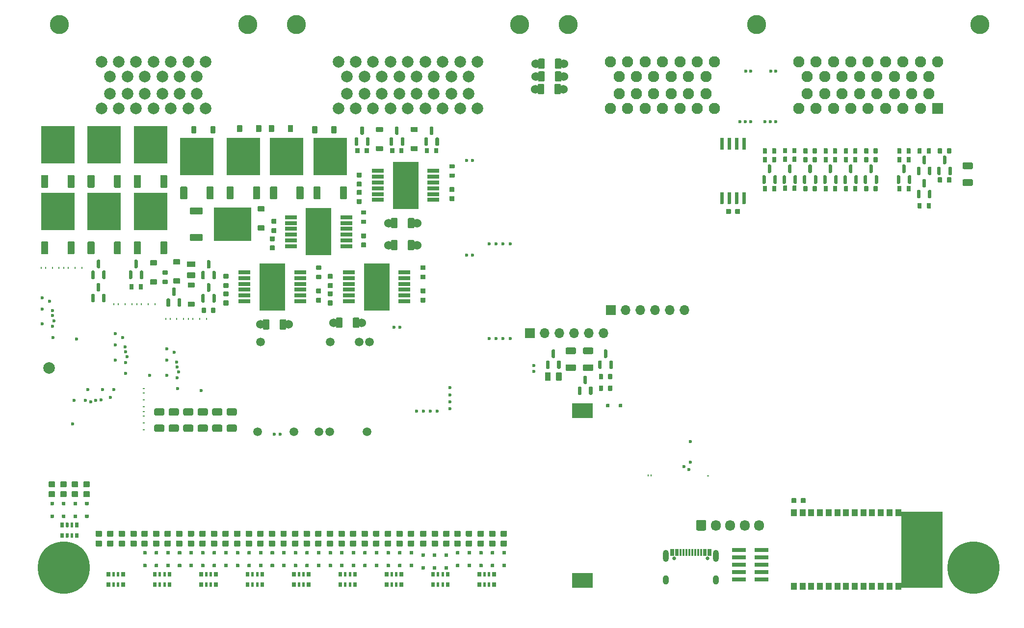
<source format=gts>
G04 #@! TF.GenerationSoftware,KiCad,Pcbnew,7.0.8-7.0.8~ubuntu22.04.1*
G04 #@! TF.CreationDate,2023-11-06T10:35:38+00:00*
G04 #@! TF.ProjectId,alphax_8ch,616c7068-6178-45f3-9863-682e6b696361,c*
G04 #@! TF.SameCoordinates,PX143caa0PY5f592e0*
G04 #@! TF.FileFunction,Soldermask,Top*
G04 #@! TF.FilePolarity,Negative*
%FSLAX46Y46*%
G04 Gerber Fmt 4.6, Leading zero omitted, Abs format (unit mm)*
G04 Created by KiCad (PCBNEW 7.0.8-7.0.8~ubuntu22.04.1) date 2023-11-06 10:35:38*
%MOMM*%
%LPD*%
G01*
G04 APERTURE LIST*
%ADD10C,0.120000*%
%ADD11R,1.700000X1.700000*%
%ADD12O,1.700000X1.700000*%
%ADD13R,2.000000X0.650000*%
%ADD14R,4.500000X8.100000*%
%ADD15C,1.524000*%
%ADD16C,0.600000*%
%ADD17C,0.650000*%
%ADD18R,0.300000X1.150000*%
%ADD19O,1.000000X2.100000*%
%ADD20O,1.000000X1.600000*%
%ADD21R,5.800000X6.400000*%
%ADD22C,9.000000*%
%ADD23O,0.200000X0.399999*%
%ADD24C,0.599999*%
%ADD25R,6.400000X5.800000*%
%ADD26C,1.500000*%
%ADD27C,2.000000*%
%ADD28R,3.600000X2.600000*%
%ADD29O,0.399999X0.200000*%
%ADD30R,1.000000X1.300000*%
%ADD31R,2.400000X0.740000*%
%ADD32O,0.499999X0.250000*%
%ADD33O,0.250000X0.499999*%
%ADD34C,3.300000*%
%ADD35R,1.950000X1.950000*%
%ADD36C,1.950000*%
%ADD37O,1.700000X1.850000*%
G04 APERTURE END LIST*
G04 #@! TO.C,U3*
D10*
X156575000Y1630000D02*
X149575000Y1630000D01*
X149575000Y14630000D01*
X156575000Y14630000D01*
X156575000Y1630000D01*
G36*
X156575000Y1630000D02*
G01*
X149575000Y1630000D01*
X149575000Y14630000D01*
X156575000Y14630000D01*
X156575000Y1630000D01*
G37*
G04 #@! TD*
G04 #@! TO.C,D45*
G36*
G01*
X66600002Y11379999D02*
X67500002Y11379999D01*
G75*
G02*
X67600002Y11279999I0J-100000D01*
G01*
X67600002Y10479999D01*
G75*
G02*
X67500002Y10379999I-100000J0D01*
G01*
X66600002Y10379999D01*
G75*
G02*
X66500002Y10479999I0J100000D01*
G01*
X66500002Y11279999D01*
G75*
G02*
X66600002Y11379999I100000J0D01*
G01*
G37*
G36*
G01*
X66600002Y9679999D02*
X67500002Y9679999D01*
G75*
G02*
X67600002Y9579999I0J-100000D01*
G01*
X67600002Y8779999D01*
G75*
G02*
X67500002Y8679999I-100000J0D01*
G01*
X66600002Y8679999D01*
G75*
G02*
X66500002Y8779999I0J100000D01*
G01*
X66500002Y9579999D01*
G75*
G02*
X66600002Y9679999I100000J0D01*
G01*
G37*
G04 #@! TD*
G04 #@! TO.C,C3*
G36*
G01*
X130584999Y16240000D02*
X130584999Y16920000D01*
G75*
G02*
X130669999Y17005000I85000J0D01*
G01*
X131349999Y17005000D01*
G75*
G02*
X131434999Y16920000I0J-85000D01*
G01*
X131434999Y16240000D01*
G75*
G02*
X131349999Y16155000I-85000J0D01*
G01*
X130669999Y16155000D01*
G75*
G02*
X130584999Y16240000I0J85000D01*
G01*
G37*
G36*
G01*
X132165001Y16240000D02*
X132165001Y16920000D01*
G75*
G02*
X132250001Y17005000I85000J0D01*
G01*
X132930001Y17005000D01*
G75*
G02*
X133015001Y16920000I0J-85000D01*
G01*
X133015001Y16240000D01*
G75*
G02*
X132930001Y16155000I-85000J0D01*
G01*
X132250001Y16155000D01*
G75*
G02*
X132165001Y16240000I0J85000D01*
G01*
G37*
G04 #@! TD*
G04 #@! TO.C,C56*
G36*
G01*
X51340000Y50264999D02*
X50660000Y50264999D01*
G75*
G02*
X50575000Y50349999I0J85000D01*
G01*
X50575000Y51029999D01*
G75*
G02*
X50660000Y51114999I85000J0D01*
G01*
X51340000Y51114999D01*
G75*
G02*
X51425000Y51029999I0J-85000D01*
G01*
X51425000Y50349999D01*
G75*
G02*
X51340000Y50264999I-85000J0D01*
G01*
G37*
G36*
G01*
X51340000Y51845001D02*
X50660000Y51845001D01*
G75*
G02*
X50575000Y51930001I0J85000D01*
G01*
X50575000Y52610001D01*
G75*
G02*
X50660000Y52695001I85000J0D01*
G01*
X51340000Y52695001D01*
G75*
G02*
X51425000Y52610001I0J-85000D01*
G01*
X51425000Y51930001D01*
G75*
G02*
X51340000Y51845001I-85000J0D01*
G01*
G37*
G04 #@! TD*
G04 #@! TO.C,D71*
G36*
G01*
X53399998Y8680001D02*
X52499998Y8680001D01*
G75*
G02*
X52399998Y8780001I0J100000D01*
G01*
X52399998Y9580001D01*
G75*
G02*
X52499998Y9680001I100000J0D01*
G01*
X53399998Y9680001D01*
G75*
G02*
X53499998Y9580001I0J-100000D01*
G01*
X53499998Y8780001D01*
G75*
G02*
X53399998Y8680001I-100000J0D01*
G01*
G37*
G36*
G01*
X53399998Y10380001D02*
X52499998Y10380001D01*
G75*
G02*
X52399998Y10480001I0J100000D01*
G01*
X52399998Y11280001D01*
G75*
G02*
X52499998Y11380001I100000J0D01*
G01*
X53399998Y11380001D01*
G75*
G02*
X53499998Y11280001I0J-100000D01*
G01*
X53499998Y10480001D01*
G75*
G02*
X53399998Y10380001I-100000J0D01*
G01*
G37*
G04 #@! TD*
G04 #@! TO.C,R40*
G36*
G01*
X136150000Y76527500D02*
X136150000Y77307500D01*
G75*
G02*
X136220000Y77377500I70000J0D01*
G01*
X136780000Y77377500D01*
G75*
G02*
X136850000Y77307500I0J-70000D01*
G01*
X136850000Y76527500D01*
G75*
G02*
X136780000Y76457500I-70000J0D01*
G01*
X136220000Y76457500D01*
G75*
G02*
X136150000Y76527500I0J70000D01*
G01*
G37*
G36*
G01*
X137750000Y76527500D02*
X137750000Y77307500D01*
G75*
G02*
X137820000Y77377500I70000J0D01*
G01*
X138380000Y77377500D01*
G75*
G02*
X138450000Y77307500I0J-70000D01*
G01*
X138450000Y76527500D01*
G75*
G02*
X138380000Y76457500I-70000J0D01*
G01*
X137820000Y76457500D01*
G75*
G02*
X137750000Y76527500I0J70000D01*
G01*
G37*
G04 #@! TD*
G04 #@! TO.C,D66*
G36*
G01*
X43399998Y8680001D02*
X42499998Y8680001D01*
G75*
G02*
X42399998Y8780001I0J100000D01*
G01*
X42399998Y9580001D01*
G75*
G02*
X42499998Y9680001I100000J0D01*
G01*
X43399998Y9680001D01*
G75*
G02*
X43499998Y9580001I0J-100000D01*
G01*
X43499998Y8780001D01*
G75*
G02*
X43399998Y8680001I-100000J0D01*
G01*
G37*
G36*
G01*
X43399998Y10380001D02*
X42499998Y10380001D01*
G75*
G02*
X42399998Y10480001I0J100000D01*
G01*
X42399998Y11280001D01*
G75*
G02*
X42499998Y11380001I100000J0D01*
G01*
X43399998Y11380001D01*
G75*
G02*
X43499998Y11280001I0J-100000D01*
G01*
X43499998Y10480001D01*
G75*
G02*
X43399998Y10380001I-100000J0D01*
G01*
G37*
G04 #@! TD*
G04 #@! TO.C,D77*
G36*
G01*
X65399998Y8680001D02*
X64499998Y8680001D01*
G75*
G02*
X64399998Y8780001I0J100000D01*
G01*
X64399998Y9580001D01*
G75*
G02*
X64499998Y9680001I100000J0D01*
G01*
X65399998Y9680001D01*
G75*
G02*
X65499998Y9580001I0J-100000D01*
G01*
X65499998Y8780001D01*
G75*
G02*
X65399998Y8680001I-100000J0D01*
G01*
G37*
G36*
G01*
X65399998Y10380001D02*
X64499998Y10380001D01*
G75*
G02*
X64399998Y10480001I0J100000D01*
G01*
X64399998Y11280001D01*
G75*
G02*
X64499998Y11380001I100000J0D01*
G01*
X65399998Y11380001D01*
G75*
G02*
X65499998Y11280001I0J-100000D01*
G01*
X65499998Y10480001D01*
G75*
G02*
X65399998Y10380001I-100000J0D01*
G01*
G37*
G04 #@! TD*
D11*
G04 #@! TO.C,J10*
X99440000Y49480000D03*
D12*
X101980000Y49480000D03*
X104520000Y49480000D03*
X107060000Y49480000D03*
X109600000Y49480000D03*
X112140000Y49480000D03*
G04 #@! TD*
G04 #@! TO.C,D75*
G36*
G01*
X61399998Y8680001D02*
X60499998Y8680001D01*
G75*
G02*
X60399998Y8780001I0J100000D01*
G01*
X60399998Y9580001D01*
G75*
G02*
X60499998Y9680001I100000J0D01*
G01*
X61399998Y9680001D01*
G75*
G02*
X61499998Y9580001I0J-100000D01*
G01*
X61499998Y8780001D01*
G75*
G02*
X61399998Y8680001I-100000J0D01*
G01*
G37*
G36*
G01*
X61399998Y10380001D02*
X60499998Y10380001D01*
G75*
G02*
X60399998Y10480001I0J100000D01*
G01*
X60399998Y11280001D01*
G75*
G02*
X60499998Y11380001I100000J0D01*
G01*
X61399998Y11380001D01*
G75*
G02*
X61499998Y11280001I0J-100000D01*
G01*
X61499998Y10480001D01*
G75*
G02*
X61399998Y10380001I-100000J0D01*
G01*
G37*
G04 #@! TD*
G04 #@! TO.C,R50*
G36*
G01*
X129150000Y70090000D02*
X129150000Y70870000D01*
G75*
G02*
X129220000Y70940000I70000J0D01*
G01*
X129780000Y70940000D01*
G75*
G02*
X129850000Y70870000I0J-70000D01*
G01*
X129850000Y70090000D01*
G75*
G02*
X129780000Y70020000I-70000J0D01*
G01*
X129220000Y70020000D01*
G75*
G02*
X129150000Y70090000I0J70000D01*
G01*
G37*
G36*
G01*
X130750000Y70090000D02*
X130750000Y70870000D01*
G75*
G02*
X130820000Y70940000I70000J0D01*
G01*
X131380000Y70940000D01*
G75*
G02*
X131450000Y70870000I0J-70000D01*
G01*
X131450000Y70090000D01*
G75*
G02*
X131380000Y70020000I-70000J0D01*
G01*
X130820000Y70020000D01*
G75*
G02*
X130750000Y70090000I0J70000D01*
G01*
G37*
G04 #@! TD*
G04 #@! TO.C,C30*
G36*
G01*
X33340000Y50264999D02*
X32660000Y50264999D01*
G75*
G02*
X32575000Y50349999I0J85000D01*
G01*
X32575000Y51029999D01*
G75*
G02*
X32660000Y51114999I85000J0D01*
G01*
X33340000Y51114999D01*
G75*
G02*
X33425000Y51029999I0J-85000D01*
G01*
X33425000Y50349999D01*
G75*
G02*
X33340000Y50264999I-85000J0D01*
G01*
G37*
G36*
G01*
X33340000Y51845001D02*
X32660000Y51845001D01*
G75*
G02*
X32575000Y51930001I0J85000D01*
G01*
X32575000Y52610001D01*
G75*
G02*
X32660000Y52695001I85000J0D01*
G01*
X33340000Y52695001D01*
G75*
G02*
X33425000Y52610001I0J-85000D01*
G01*
X33425000Y51930001D01*
G75*
G02*
X33340000Y51845001I-85000J0D01*
G01*
G37*
G04 #@! TD*
G04 #@! TO.C,R47*
G36*
G01*
X148850000Y70027500D02*
X148850000Y70807500D01*
G75*
G02*
X148920000Y70877500I70000J0D01*
G01*
X149480000Y70877500D01*
G75*
G02*
X149550000Y70807500I0J-70000D01*
G01*
X149550000Y70027500D01*
G75*
G02*
X149480000Y69957500I-70000J0D01*
G01*
X148920000Y69957500D01*
G75*
G02*
X148850000Y70027500I0J70000D01*
G01*
G37*
G36*
G01*
X150450000Y70027500D02*
X150450000Y70807500D01*
G75*
G02*
X150520000Y70877500I70000J0D01*
G01*
X151080000Y70877500D01*
G75*
G02*
X151150000Y70807500I0J-70000D01*
G01*
X151150000Y70027500D01*
G75*
G02*
X151080000Y69957500I-70000J0D01*
G01*
X150520000Y69957500D01*
G75*
G02*
X150450000Y70027500I0J70000D01*
G01*
G37*
G04 #@! TD*
G04 #@! TO.C,D14*
G36*
G01*
X32700000Y5140000D02*
X32700000Y5620000D01*
G75*
G02*
X32760000Y5680000I60000J0D01*
G01*
X33240000Y5680000D01*
G75*
G02*
X33300000Y5620000I0J-60000D01*
G01*
X33300000Y5140000D01*
G75*
G02*
X33240000Y5080000I-60000J0D01*
G01*
X32760000Y5080000D01*
G75*
G02*
X32700000Y5140000I0J60000D01*
G01*
G37*
G36*
G01*
X32700000Y7340000D02*
X32700000Y7820000D01*
G75*
G02*
X32760000Y7880000I60000J0D01*
G01*
X33240000Y7880000D01*
G75*
G02*
X33300000Y7820000I0J-60000D01*
G01*
X33300000Y7340000D01*
G75*
G02*
X33240000Y7280000I-60000J0D01*
G01*
X32760000Y7280000D01*
G75*
G02*
X32700000Y7340000I0J60000D01*
G01*
G37*
G04 #@! TD*
G04 #@! TO.C,D47*
G36*
G01*
X70600002Y11379999D02*
X71500002Y11379999D01*
G75*
G02*
X71600002Y11279999I0J-100000D01*
G01*
X71600002Y10479999D01*
G75*
G02*
X71500002Y10379999I-100000J0D01*
G01*
X70600002Y10379999D01*
G75*
G02*
X70500002Y10479999I0J100000D01*
G01*
X70500002Y11279999D01*
G75*
G02*
X70600002Y11379999I100000J0D01*
G01*
G37*
G36*
G01*
X70600002Y9679999D02*
X71500002Y9679999D01*
G75*
G02*
X71600002Y9579999I0J-100000D01*
G01*
X71600002Y8779999D01*
G75*
G02*
X71500002Y8679999I-100000J0D01*
G01*
X70600002Y8679999D01*
G75*
G02*
X70500002Y8779999I0J100000D01*
G01*
X70500002Y9579999D01*
G75*
G02*
X70600002Y9679999I100000J0D01*
G01*
G37*
G04 #@! TD*
G04 #@! TO.C,Q26*
G36*
G01*
X10200000Y50805000D02*
X9900000Y50805000D01*
G75*
G02*
X9750000Y50955000I0J150000D01*
G01*
X9750000Y52130000D01*
G75*
G02*
X9900000Y52280000I150000J0D01*
G01*
X10200000Y52280000D01*
G75*
G02*
X10350000Y52130000I0J-150000D01*
G01*
X10350000Y50955000D01*
G75*
G02*
X10200000Y50805000I-150000J0D01*
G01*
G37*
G36*
G01*
X11150000Y52680000D02*
X10850000Y52680000D01*
G75*
G02*
X10700000Y52830000I0J150000D01*
G01*
X10700000Y54005000D01*
G75*
G02*
X10850000Y54155000I150000J0D01*
G01*
X11150000Y54155000D01*
G75*
G02*
X11300000Y54005000I0J-150000D01*
G01*
X11300000Y52830000D01*
G75*
G02*
X11150000Y52680000I-150000J0D01*
G01*
G37*
G36*
G01*
X12100000Y50805000D02*
X11800000Y50805000D01*
G75*
G02*
X11650000Y50955000I0J150000D01*
G01*
X11650000Y52130000D01*
G75*
G02*
X11800000Y52280000I150000J0D01*
G01*
X12100000Y52280000D01*
G75*
G02*
X12250000Y52130000I0J-150000D01*
G01*
X12250000Y50955000D01*
G75*
G02*
X12100000Y50805000I-150000J0D01*
G01*
G37*
G04 #@! TD*
G04 #@! TO.C,D36*
G36*
G01*
X39399998Y8680001D02*
X38499998Y8680001D01*
G75*
G02*
X38399998Y8780001I0J100000D01*
G01*
X38399998Y9580001D01*
G75*
G02*
X38499998Y9680001I100000J0D01*
G01*
X39399998Y9680001D01*
G75*
G02*
X39499998Y9580001I0J-100000D01*
G01*
X39499998Y8780001D01*
G75*
G02*
X39399998Y8680001I-100000J0D01*
G01*
G37*
G36*
G01*
X39399998Y10380001D02*
X38499998Y10380001D01*
G75*
G02*
X38399998Y10480001I0J100000D01*
G01*
X38399998Y11280001D01*
G75*
G02*
X38499998Y11380001I100000J0D01*
G01*
X39399998Y11380001D01*
G75*
G02*
X39499998Y11280001I0J-100000D01*
G01*
X39499998Y10480001D01*
G75*
G02*
X39399998Y10380001I-100000J0D01*
G01*
G37*
G04 #@! TD*
G04 #@! TO.C,R29*
G36*
G01*
X67350000Y76590000D02*
X67350000Y77370000D01*
G75*
G02*
X67420000Y77440000I70000J0D01*
G01*
X67980000Y77440000D01*
G75*
G02*
X68050000Y77370000I0J-70000D01*
G01*
X68050000Y76590000D01*
G75*
G02*
X67980000Y76520000I-70000J0D01*
G01*
X67420000Y76520000D01*
G75*
G02*
X67350000Y76590000I0J70000D01*
G01*
G37*
G36*
G01*
X68950000Y76590000D02*
X68950000Y77370000D01*
G75*
G02*
X69020000Y77440000I70000J0D01*
G01*
X69580000Y77440000D01*
G75*
G02*
X69650000Y77370000I0J-70000D01*
G01*
X69650000Y76590000D01*
G75*
G02*
X69580000Y76520000I-70000J0D01*
G01*
X69020000Y76520000D01*
G75*
G02*
X68950000Y76590000I0J70000D01*
G01*
G37*
G04 #@! TD*
G04 #@! TO.C,D29*
G36*
G01*
X25399998Y8680001D02*
X24499998Y8680001D01*
G75*
G02*
X24399998Y8780001I0J100000D01*
G01*
X24399998Y9580001D01*
G75*
G02*
X24499998Y9680001I100000J0D01*
G01*
X25399998Y9680001D01*
G75*
G02*
X25499998Y9580001I0J-100000D01*
G01*
X25499998Y8780001D01*
G75*
G02*
X25399998Y8680001I-100000J0D01*
G01*
G37*
G36*
G01*
X25399998Y10380001D02*
X24499998Y10380001D01*
G75*
G02*
X24399998Y10480001I0J100000D01*
G01*
X24399998Y11280001D01*
G75*
G02*
X24499998Y11380001I100000J0D01*
G01*
X25399998Y11380001D01*
G75*
G02*
X25499998Y11280001I0J-100000D01*
G01*
X25499998Y10480001D01*
G75*
G02*
X25399998Y10380001I-100000J0D01*
G01*
G37*
G04 #@! TD*
G04 #@! TO.C,R58*
G36*
G01*
X143150000Y70027500D02*
X143150000Y70807500D01*
G75*
G02*
X143220000Y70877500I70000J0D01*
G01*
X143780000Y70877500D01*
G75*
G02*
X143850000Y70807500I0J-70000D01*
G01*
X143850000Y70027500D01*
G75*
G02*
X143780000Y69957500I-70000J0D01*
G01*
X143220000Y69957500D01*
G75*
G02*
X143150000Y70027500I0J70000D01*
G01*
G37*
G36*
G01*
X144750000Y70027500D02*
X144750000Y70807500D01*
G75*
G02*
X144820000Y70877500I70000J0D01*
G01*
X145380000Y70877500D01*
G75*
G02*
X145450000Y70807500I0J-70000D01*
G01*
X145450000Y70027500D01*
G75*
G02*
X145380000Y69957500I-70000J0D01*
G01*
X144820000Y69957500D01*
G75*
G02*
X144750000Y70027500I0J70000D01*
G01*
G37*
G04 #@! TD*
G04 #@! TO.C,D39*
G36*
G01*
X5399998Y17180001D02*
X4499998Y17180001D01*
G75*
G02*
X4399998Y17280001I0J100000D01*
G01*
X4399998Y18080001D01*
G75*
G02*
X4499998Y18180001I100000J0D01*
G01*
X5399998Y18180001D01*
G75*
G02*
X5499998Y18080001I0J-100000D01*
G01*
X5499998Y17280001D01*
G75*
G02*
X5399998Y17180001I-100000J0D01*
G01*
G37*
G36*
G01*
X5399998Y18880001D02*
X4499998Y18880001D01*
G75*
G02*
X4399998Y18980001I0J100000D01*
G01*
X4399998Y19780001D01*
G75*
G02*
X4499998Y19880001I100000J0D01*
G01*
X5399998Y19880001D01*
G75*
G02*
X5499998Y19780001I0J-100000D01*
G01*
X5499998Y18980001D01*
G75*
G02*
X5399998Y18880001I-100000J0D01*
G01*
G37*
G04 #@! TD*
D13*
G04 #@! TO.C,U5*
X36200000Y55980000D03*
X36200000Y54980000D03*
X36200000Y53980000D03*
X36200000Y52980000D03*
X36200000Y51980000D03*
X36200000Y50980000D03*
X45800000Y50980000D03*
X45800000Y51980000D03*
X45800000Y52980000D03*
X45800000Y53980000D03*
X45800000Y54980000D03*
X45800000Y55980000D03*
D14*
X41000000Y53480000D03*
G04 #@! TD*
G04 #@! TO.C,R52*
G36*
G01*
X143150000Y76527500D02*
X143150000Y77307500D01*
G75*
G02*
X143220000Y77377500I70000J0D01*
G01*
X143780000Y77377500D01*
G75*
G02*
X143850000Y77307500I0J-70000D01*
G01*
X143850000Y76527500D01*
G75*
G02*
X143780000Y76457500I-70000J0D01*
G01*
X143220000Y76457500D01*
G75*
G02*
X143150000Y76527500I0J70000D01*
G01*
G37*
G36*
G01*
X144750000Y76527500D02*
X144750000Y77307500D01*
G75*
G02*
X144820000Y77377500I70000J0D01*
G01*
X145380000Y77377500D01*
G75*
G02*
X145450000Y77307500I0J-70000D01*
G01*
X145450000Y76527500D01*
G75*
G02*
X145380000Y76457500I-70000J0D01*
G01*
X144820000Y76457500D01*
G75*
G02*
X144750000Y76527500I0J70000D01*
G01*
G37*
G04 #@! TD*
G04 #@! TO.C,D38*
G36*
G01*
X3399998Y17180001D02*
X2499998Y17180001D01*
G75*
G02*
X2399998Y17280001I0J100000D01*
G01*
X2399998Y18080001D01*
G75*
G02*
X2499998Y18180001I100000J0D01*
G01*
X3399998Y18180001D01*
G75*
G02*
X3499998Y18080001I0J-100000D01*
G01*
X3499998Y17280001D01*
G75*
G02*
X3399998Y17180001I-100000J0D01*
G01*
G37*
G36*
G01*
X3399998Y18880001D02*
X2499998Y18880001D01*
G75*
G02*
X2399998Y18980001I0J100000D01*
G01*
X2399998Y19780001D01*
G75*
G02*
X2499998Y19880001I100000J0D01*
G01*
X3399998Y19880001D01*
G75*
G02*
X3499998Y19780001I0J-100000D01*
G01*
X3499998Y18980001D01*
G75*
G02*
X3399998Y18880001I-100000J0D01*
G01*
G37*
G04 #@! TD*
G04 #@! TO.C,D21*
G36*
G01*
X6700000Y13640000D02*
X6700000Y14120000D01*
G75*
G02*
X6760000Y14180000I60000J0D01*
G01*
X7240000Y14180000D01*
G75*
G02*
X7300000Y14120000I0J-60000D01*
G01*
X7300000Y13640000D01*
G75*
G02*
X7240000Y13580000I-60000J0D01*
G01*
X6760000Y13580000D01*
G75*
G02*
X6700000Y13640000I0J60000D01*
G01*
G37*
G36*
G01*
X6700000Y15840000D02*
X6700000Y16320000D01*
G75*
G02*
X6760000Y16380000I60000J0D01*
G01*
X7240000Y16380000D01*
G75*
G02*
X7300000Y16320000I0J-60000D01*
G01*
X7300000Y15840000D01*
G75*
G02*
X7240000Y15780000I-60000J0D01*
G01*
X6760000Y15780000D01*
G75*
G02*
X6700000Y15840000I0J60000D01*
G01*
G37*
G04 #@! TD*
G04 #@! TO.C,R48*
G36*
G01*
X136150000Y70027500D02*
X136150000Y70807500D01*
G75*
G02*
X136220000Y70877500I70000J0D01*
G01*
X136780000Y70877500D01*
G75*
G02*
X136850000Y70807500I0J-70000D01*
G01*
X136850000Y70027500D01*
G75*
G02*
X136780000Y69957500I-70000J0D01*
G01*
X136220000Y69957500D01*
G75*
G02*
X136150000Y70027500I0J70000D01*
G01*
G37*
G36*
G01*
X137750000Y70027500D02*
X137750000Y70807500D01*
G75*
G02*
X137820000Y70877500I70000J0D01*
G01*
X138380000Y70877500D01*
G75*
G02*
X138450000Y70807500I0J-70000D01*
G01*
X138450000Y70027500D01*
G75*
G02*
X138380000Y69957500I-70000J0D01*
G01*
X137820000Y69957500D01*
G75*
G02*
X137750000Y70027500I0J70000D01*
G01*
G37*
G04 #@! TD*
G04 #@! TO.C,D10*
G36*
G01*
X24700000Y5140000D02*
X24700000Y5620000D01*
G75*
G02*
X24760000Y5680000I60000J0D01*
G01*
X25240000Y5680000D01*
G75*
G02*
X25300000Y5620000I0J-60000D01*
G01*
X25300000Y5140000D01*
G75*
G02*
X25240000Y5080000I-60000J0D01*
G01*
X24760000Y5080000D01*
G75*
G02*
X24700000Y5140000I0J60000D01*
G01*
G37*
G36*
G01*
X24700000Y7340000D02*
X24700000Y7820000D01*
G75*
G02*
X24760000Y7880000I60000J0D01*
G01*
X25240000Y7880000D01*
G75*
G02*
X25300000Y7820000I0J-60000D01*
G01*
X25300000Y7340000D01*
G75*
G02*
X25240000Y7280000I-60000J0D01*
G01*
X24760000Y7280000D01*
G75*
G02*
X24700000Y7340000I0J60000D01*
G01*
G37*
G04 #@! TD*
G04 #@! TO.C,R31*
G36*
G01*
X55350000Y76590000D02*
X55350000Y77370000D01*
G75*
G02*
X55420000Y77440000I70000J0D01*
G01*
X55980000Y77440000D01*
G75*
G02*
X56050000Y77370000I0J-70000D01*
G01*
X56050000Y76590000D01*
G75*
G02*
X55980000Y76520000I-70000J0D01*
G01*
X55420000Y76520000D01*
G75*
G02*
X55350000Y76590000I0J70000D01*
G01*
G37*
G36*
G01*
X56950000Y76590000D02*
X56950000Y77370000D01*
G75*
G02*
X57020000Y77440000I70000J0D01*
G01*
X57580000Y77440000D01*
G75*
G02*
X57650000Y77370000I0J-70000D01*
G01*
X57650000Y76590000D01*
G75*
G02*
X57580000Y76520000I-70000J0D01*
G01*
X57020000Y76520000D01*
G75*
G02*
X56950000Y76590000I0J70000D01*
G01*
G37*
G04 #@! TD*
G04 #@! TO.C,F11*
G36*
G01*
X25875000Y32505000D02*
X27125000Y32505000D01*
G75*
G02*
X27375000Y32255000I0J-250000D01*
G01*
X27375000Y31505000D01*
G75*
G02*
X27125000Y31255000I-250000J0D01*
G01*
X25875000Y31255000D01*
G75*
G02*
X25625000Y31505000I0J250000D01*
G01*
X25625000Y32255000D01*
G75*
G02*
X25875000Y32505000I250000J0D01*
G01*
G37*
G36*
G01*
X25875000Y29705000D02*
X27125000Y29705000D01*
G75*
G02*
X27375000Y29455000I0J-250000D01*
G01*
X27375000Y28705000D01*
G75*
G02*
X27125000Y28455000I-250000J0D01*
G01*
X25875000Y28455000D01*
G75*
G02*
X25625000Y28705000I0J250000D01*
G01*
X25625000Y29455000D01*
G75*
G02*
X25875000Y29705000I250000J0D01*
G01*
G37*
G04 #@! TD*
G04 #@! TO.C,R41*
G36*
G01*
X132650000Y76527500D02*
X132650000Y77307500D01*
G75*
G02*
X132720000Y77377500I70000J0D01*
G01*
X133280000Y77377500D01*
G75*
G02*
X133350000Y77307500I0J-70000D01*
G01*
X133350000Y76527500D01*
G75*
G02*
X133280000Y76457500I-70000J0D01*
G01*
X132720000Y76457500D01*
G75*
G02*
X132650000Y76527500I0J70000D01*
G01*
G37*
G36*
G01*
X134250000Y76527500D02*
X134250000Y77307500D01*
G75*
G02*
X134320000Y77377500I70000J0D01*
G01*
X134880000Y77377500D01*
G75*
G02*
X134950000Y77307500I0J-70000D01*
G01*
X134950000Y76527500D01*
G75*
G02*
X134880000Y76457500I-70000J0D01*
G01*
X134320000Y76457500D01*
G75*
G02*
X134250000Y76527500I0J70000D01*
G01*
G37*
G04 #@! TD*
D15*
G04 #@! TO.C,F5*
X43830000Y46980000D03*
G36*
G01*
X42485010Y47880000D02*
X43175010Y47880000D01*
G75*
G02*
X43405010Y47650000I0J-230000D01*
G01*
X43405010Y46310000D01*
G75*
G02*
X43175010Y46080000I-230000J0D01*
G01*
X42485010Y46080000D01*
G75*
G02*
X42255010Y46310000I0J230000D01*
G01*
X42255010Y47650000D01*
G75*
G02*
X42485010Y47880000I230000J0D01*
G01*
G37*
G36*
G01*
X39584990Y47880000D02*
X40274990Y47880000D01*
G75*
G02*
X40504990Y47650000I0J-230000D01*
G01*
X40504990Y46310000D01*
G75*
G02*
X40274990Y46080000I-230000J0D01*
G01*
X39584990Y46080000D01*
G75*
G02*
X39354990Y46310000I0J230000D01*
G01*
X39354990Y47650000D01*
G75*
G02*
X39584990Y47880000I230000J0D01*
G01*
G37*
X38930000Y46980000D03*
G04 #@! TD*
G04 #@! TO.C,D54*
G36*
G01*
X50700000Y5140000D02*
X50700000Y5620000D01*
G75*
G02*
X50760000Y5680000I60000J0D01*
G01*
X51240000Y5680000D01*
G75*
G02*
X51300000Y5620000I0J-60000D01*
G01*
X51300000Y5140000D01*
G75*
G02*
X51240000Y5080000I-60000J0D01*
G01*
X50760000Y5080000D01*
G75*
G02*
X50700000Y5140000I0J60000D01*
G01*
G37*
G36*
G01*
X50700000Y7340000D02*
X50700000Y7820000D01*
G75*
G02*
X50760000Y7880000I60000J0D01*
G01*
X51240000Y7880000D01*
G75*
G02*
X51300000Y7820000I0J-60000D01*
G01*
X51300000Y7340000D01*
G75*
G02*
X51240000Y7280000I-60000J0D01*
G01*
X50760000Y7280000D01*
G75*
G02*
X50700000Y7340000I0J60000D01*
G01*
G37*
G04 #@! TD*
G04 #@! TO.C,R13*
G36*
G01*
X96400000Y39874990D02*
X96400000Y39184990D01*
G75*
G02*
X96170000Y38954990I-230000J0D01*
G01*
X94830000Y38954990D01*
G75*
G02*
X94600000Y39184990I0J230000D01*
G01*
X94600000Y39874990D01*
G75*
G02*
X94830000Y40104990I230000J0D01*
G01*
X96170000Y40104990D01*
G75*
G02*
X96400000Y39874990I0J-230000D01*
G01*
G37*
G36*
G01*
X96400000Y42775010D02*
X96400000Y42085010D01*
G75*
G02*
X96170000Y41855010I-230000J0D01*
G01*
X94830000Y41855010D01*
G75*
G02*
X94600000Y42085010I0J230000D01*
G01*
X94600000Y42775010D01*
G75*
G02*
X94830000Y43005010I230000J0D01*
G01*
X96170000Y43005010D01*
G75*
G02*
X96400000Y42775010I0J-230000D01*
G01*
G37*
G04 #@! TD*
G04 #@! TO.C,C44*
G36*
G01*
X71660000Y70695001D02*
X72340000Y70695001D01*
G75*
G02*
X72425000Y70610001I0J-85000D01*
G01*
X72425000Y69930001D01*
G75*
G02*
X72340000Y69845001I-85000J0D01*
G01*
X71660000Y69845001D01*
G75*
G02*
X71575000Y69930001I0J85000D01*
G01*
X71575000Y70610001D01*
G75*
G02*
X71660000Y70695001I85000J0D01*
G01*
G37*
G36*
G01*
X71660000Y69114999D02*
X72340000Y69114999D01*
G75*
G02*
X72425000Y69029999I0J-85000D01*
G01*
X72425000Y68349999D01*
G75*
G02*
X72340000Y68264999I-85000J0D01*
G01*
X71660000Y68264999D01*
G75*
G02*
X71575000Y68349999I0J85000D01*
G01*
X71575000Y69029999D01*
G75*
G02*
X71660000Y69114999I85000J0D01*
G01*
G37*
G04 #@! TD*
G04 #@! TO.C,F3*
X61050000Y64480000D03*
G36*
G01*
X62394990Y63580000D02*
X61704990Y63580000D01*
G75*
G02*
X61474990Y63810000I0J230000D01*
G01*
X61474990Y65150000D01*
G75*
G02*
X61704990Y65380000I230000J0D01*
G01*
X62394990Y65380000D01*
G75*
G02*
X62624990Y65150000I0J-230000D01*
G01*
X62624990Y63810000D01*
G75*
G02*
X62394990Y63580000I-230000J0D01*
G01*
G37*
G36*
G01*
X65295010Y63580000D02*
X64605010Y63580000D01*
G75*
G02*
X64375010Y63810000I0J230000D01*
G01*
X64375010Y65150000D01*
G75*
G02*
X64605010Y65380000I230000J0D01*
G01*
X65295010Y65380000D01*
G75*
G02*
X65525010Y65150000I0J-230000D01*
G01*
X65525010Y63810000D01*
G75*
G02*
X65295010Y63580000I-230000J0D01*
G01*
G37*
X65950000Y64480000D03*
G04 #@! TD*
G04 #@! TO.C,R8*
G36*
G01*
X76400000Y1745000D02*
X76400000Y2415000D01*
G75*
G02*
X76465000Y2480000I65000J0D01*
G01*
X76985000Y2480000D01*
G75*
G02*
X77050000Y2415000I0J-65000D01*
G01*
X77050000Y1745000D01*
G75*
G02*
X76985000Y1680000I-65000J0D01*
G01*
X76465000Y1680000D01*
G75*
G02*
X76400000Y1745000I0J65000D01*
G01*
G37*
G36*
G01*
X77375000Y1725000D02*
X77375000Y2435000D01*
G75*
G02*
X77420000Y2480000I45000J0D01*
G01*
X77780000Y2480000D01*
G75*
G02*
X77825000Y2435000I0J-45000D01*
G01*
X77825000Y1725000D01*
G75*
G02*
X77780000Y1680000I-45000J0D01*
G01*
X77420000Y1680000D01*
G75*
G02*
X77375000Y1725000I0J45000D01*
G01*
G37*
G36*
G01*
X78175000Y1725000D02*
X78175000Y2435000D01*
G75*
G02*
X78220000Y2480000I45000J0D01*
G01*
X78580000Y2480000D01*
G75*
G02*
X78625000Y2435000I0J-45000D01*
G01*
X78625000Y1725000D01*
G75*
G02*
X78580000Y1680000I-45000J0D01*
G01*
X78220000Y1680000D01*
G75*
G02*
X78175000Y1725000I0J45000D01*
G01*
G37*
G36*
G01*
X78950000Y1745000D02*
X78950000Y2415000D01*
G75*
G02*
X79015000Y2480000I65000J0D01*
G01*
X79535000Y2480000D01*
G75*
G02*
X79600000Y2415000I0J-65000D01*
G01*
X79600000Y1745000D01*
G75*
G02*
X79535000Y1680000I-65000J0D01*
G01*
X79015000Y1680000D01*
G75*
G02*
X78950000Y1745000I0J65000D01*
G01*
G37*
G36*
G01*
X78950000Y3545000D02*
X78950000Y4215000D01*
G75*
G02*
X79015000Y4280000I65000J0D01*
G01*
X79535000Y4280000D01*
G75*
G02*
X79600000Y4215000I0J-65000D01*
G01*
X79600000Y3545000D01*
G75*
G02*
X79535000Y3480000I-65000J0D01*
G01*
X79015000Y3480000D01*
G75*
G02*
X78950000Y3545000I0J65000D01*
G01*
G37*
G36*
G01*
X78175000Y3525000D02*
X78175000Y4235000D01*
G75*
G02*
X78220000Y4280000I45000J0D01*
G01*
X78580000Y4280000D01*
G75*
G02*
X78625000Y4235000I0J-45000D01*
G01*
X78625000Y3525000D01*
G75*
G02*
X78580000Y3480000I-45000J0D01*
G01*
X78220000Y3480000D01*
G75*
G02*
X78175000Y3525000I0J45000D01*
G01*
G37*
G36*
G01*
X77375000Y3525000D02*
X77375000Y4235000D01*
G75*
G02*
X77420000Y4280000I45000J0D01*
G01*
X77780000Y4280000D01*
G75*
G02*
X77825000Y4235000I0J-45000D01*
G01*
X77825000Y3525000D01*
G75*
G02*
X77780000Y3480000I-45000J0D01*
G01*
X77420000Y3480000D01*
G75*
G02*
X77375000Y3525000I0J45000D01*
G01*
G37*
G36*
G01*
X76400000Y3545000D02*
X76400000Y4215000D01*
G75*
G02*
X76465000Y4280000I65000J0D01*
G01*
X76985000Y4280000D01*
G75*
G02*
X77050000Y4215000I0J-65000D01*
G01*
X77050000Y3545000D01*
G75*
G02*
X76985000Y3480000I-65000J0D01*
G01*
X76465000Y3480000D01*
G75*
G02*
X76400000Y3545000I0J65000D01*
G01*
G37*
G04 #@! TD*
G04 #@! TO.C,Q13*
G36*
G01*
X152700000Y68742500D02*
X152400000Y68742500D01*
G75*
G02*
X152250000Y68892500I0J150000D01*
G01*
X152250000Y70067500D01*
G75*
G02*
X152400000Y70217500I150000J0D01*
G01*
X152700000Y70217500D01*
G75*
G02*
X152850000Y70067500I0J-150000D01*
G01*
X152850000Y68892500D01*
G75*
G02*
X152700000Y68742500I-150000J0D01*
G01*
G37*
G36*
G01*
X153650000Y70617500D02*
X153350000Y70617500D01*
G75*
G02*
X153200000Y70767500I0J150000D01*
G01*
X153200000Y71942500D01*
G75*
G02*
X153350000Y72092500I150000J0D01*
G01*
X153650000Y72092500D01*
G75*
G02*
X153800000Y71942500I0J-150000D01*
G01*
X153800000Y70767500D01*
G75*
G02*
X153650000Y70617500I-150000J0D01*
G01*
G37*
G36*
G01*
X154600000Y68742500D02*
X154300000Y68742500D01*
G75*
G02*
X154150000Y68892500I0J150000D01*
G01*
X154150000Y70067500D01*
G75*
G02*
X154300000Y70217500I150000J0D01*
G01*
X154600000Y70217500D01*
G75*
G02*
X154750000Y70067500I0J-150000D01*
G01*
X154750000Y68892500D01*
G75*
G02*
X154600000Y68742500I-150000J0D01*
G01*
G37*
G04 #@! TD*
G04 #@! TO.C,Q14*
G36*
G01*
X149200000Y71242500D02*
X148900000Y71242500D01*
G75*
G02*
X148750000Y71392500I0J150000D01*
G01*
X148750000Y72567500D01*
G75*
G02*
X148900000Y72717500I150000J0D01*
G01*
X149200000Y72717500D01*
G75*
G02*
X149350000Y72567500I0J-150000D01*
G01*
X149350000Y71392500D01*
G75*
G02*
X149200000Y71242500I-150000J0D01*
G01*
G37*
G36*
G01*
X150150000Y73117500D02*
X149850000Y73117500D01*
G75*
G02*
X149700000Y73267500I0J150000D01*
G01*
X149700000Y74442500D01*
G75*
G02*
X149850000Y74592500I150000J0D01*
G01*
X150150000Y74592500D01*
G75*
G02*
X150300000Y74442500I0J-150000D01*
G01*
X150300000Y73267500D01*
G75*
G02*
X150150000Y73117500I-150000J0D01*
G01*
G37*
G36*
G01*
X151100000Y71242500D02*
X150800000Y71242500D01*
G75*
G02*
X150650000Y71392500I0J150000D01*
G01*
X150650000Y72567500D01*
G75*
G02*
X150800000Y72717500I150000J0D01*
G01*
X151100000Y72717500D01*
G75*
G02*
X151250000Y72567500I0J-150000D01*
G01*
X151250000Y71392500D01*
G75*
G02*
X151100000Y71242500I-150000J0D01*
G01*
G37*
G04 #@! TD*
G04 #@! TO.C,F20*
X91250000Y87600000D03*
G36*
G01*
X89905010Y88500000D02*
X90595010Y88500000D01*
G75*
G02*
X90825010Y88270000I0J-230000D01*
G01*
X90825010Y86930000D01*
G75*
G02*
X90595010Y86700000I-230000J0D01*
G01*
X89905010Y86700000D01*
G75*
G02*
X89675010Y86930000I0J230000D01*
G01*
X89675010Y88270000D01*
G75*
G02*
X89905010Y88500000I230000J0D01*
G01*
G37*
G36*
G01*
X87004990Y88500000D02*
X87694990Y88500000D01*
G75*
G02*
X87924990Y88270000I0J-230000D01*
G01*
X87924990Y86930000D01*
G75*
G02*
X87694990Y86700000I-230000J0D01*
G01*
X87004990Y86700000D01*
G75*
G02*
X86774990Y86930000I0J230000D01*
G01*
X86774990Y88270000D01*
G75*
G02*
X87004990Y88500000I230000J0D01*
G01*
G37*
X86350000Y87600000D03*
G04 #@! TD*
G04 #@! TO.C,D62*
G36*
G01*
X10600002Y11379999D02*
X11500002Y11379999D01*
G75*
G02*
X11600002Y11279999I0J-100000D01*
G01*
X11600002Y10479999D01*
G75*
G02*
X11500002Y10379999I-100000J0D01*
G01*
X10600002Y10379999D01*
G75*
G02*
X10500002Y10479999I0J100000D01*
G01*
X10500002Y11279999D01*
G75*
G02*
X10600002Y11379999I100000J0D01*
G01*
G37*
G36*
G01*
X10600002Y9679999D02*
X11500002Y9679999D01*
G75*
G02*
X11600002Y9579999I0J-100000D01*
G01*
X11600002Y8779999D01*
G75*
G02*
X11500002Y8679999I-100000J0D01*
G01*
X10600002Y8679999D01*
G75*
G02*
X10500002Y8779999I0J100000D01*
G01*
X10500002Y9579999D01*
G75*
G02*
X10600002Y9679999I100000J0D01*
G01*
G37*
G04 #@! TD*
G04 #@! TO.C,D26*
G36*
G01*
X19399998Y8680001D02*
X18499998Y8680001D01*
G75*
G02*
X18399998Y8780001I0J100000D01*
G01*
X18399998Y9580001D01*
G75*
G02*
X18499998Y9680001I100000J0D01*
G01*
X19399998Y9680001D01*
G75*
G02*
X19499998Y9580001I0J-100000D01*
G01*
X19499998Y8780001D01*
G75*
G02*
X19399998Y8680001I-100000J0D01*
G01*
G37*
G36*
G01*
X19399998Y10380001D02*
X18499998Y10380001D01*
G75*
G02*
X18399998Y10480001I0J100000D01*
G01*
X18399998Y11280001D01*
G75*
G02*
X18499998Y11380001I100000J0D01*
G01*
X19399998Y11380001D01*
G75*
G02*
X19499998Y11280001I0J-100000D01*
G01*
X19499998Y10480001D01*
G75*
G02*
X19399998Y10380001I-100000J0D01*
G01*
G37*
G04 #@! TD*
G04 #@! TO.C,Q16*
G36*
G01*
X133000000Y71242500D02*
X132700000Y71242500D01*
G75*
G02*
X132550000Y71392500I0J150000D01*
G01*
X132550000Y72567500D01*
G75*
G02*
X132700000Y72717500I150000J0D01*
G01*
X133000000Y72717500D01*
G75*
G02*
X133150000Y72567500I0J-150000D01*
G01*
X133150000Y71392500D01*
G75*
G02*
X133000000Y71242500I-150000J0D01*
G01*
G37*
G36*
G01*
X133950000Y73117500D02*
X133650000Y73117500D01*
G75*
G02*
X133500000Y73267500I0J150000D01*
G01*
X133500000Y74442500D01*
G75*
G02*
X133650000Y74592500I150000J0D01*
G01*
X133950000Y74592500D01*
G75*
G02*
X134100000Y74442500I0J-150000D01*
G01*
X134100000Y73267500D01*
G75*
G02*
X133950000Y73117500I-150000J0D01*
G01*
G37*
G36*
G01*
X134900000Y71242500D02*
X134600000Y71242500D01*
G75*
G02*
X134450000Y71392500I0J150000D01*
G01*
X134450000Y72567500D01*
G75*
G02*
X134600000Y72717500I150000J0D01*
G01*
X134900000Y72717500D01*
G75*
G02*
X135050000Y72567500I0J-150000D01*
G01*
X135050000Y71392500D01*
G75*
G02*
X134900000Y71242500I-150000J0D01*
G01*
G37*
G04 #@! TD*
G04 #@! TO.C,C31*
G36*
G01*
X48660000Y53195001D02*
X49340000Y53195001D01*
G75*
G02*
X49425000Y53110001I0J-85000D01*
G01*
X49425000Y52430001D01*
G75*
G02*
X49340000Y52345001I-85000J0D01*
G01*
X48660000Y52345001D01*
G75*
G02*
X48575000Y52430001I0J85000D01*
G01*
X48575000Y53110001D01*
G75*
G02*
X48660000Y53195001I85000J0D01*
G01*
G37*
G36*
G01*
X48660000Y51614999D02*
X49340000Y51614999D01*
G75*
G02*
X49425000Y51529999I0J-85000D01*
G01*
X49425000Y50849999D01*
G75*
G02*
X49340000Y50764999I-85000J0D01*
G01*
X48660000Y50764999D01*
G75*
G02*
X48575000Y50849999I0J85000D01*
G01*
X48575000Y51529999D01*
G75*
G02*
X48660000Y51614999I85000J0D01*
G01*
G37*
G04 #@! TD*
D16*
G04 #@! TO.C,M8*
X67060000Y32055000D03*
X65860000Y32055000D03*
X68260000Y32055000D03*
X69460000Y32055000D03*
X63000000Y46480000D03*
X62000000Y46480000D03*
G04 #@! TD*
D17*
G04 #@! TO.C,J13*
X110335954Y6585000D03*
X116115954Y6585000D03*
D18*
X109875954Y7650000D03*
X110675954Y7650000D03*
X111975954Y7650000D03*
X112975954Y7650000D03*
X113475954Y7650000D03*
X114475954Y7650000D03*
X115775954Y7650000D03*
X116575954Y7650000D03*
X116275954Y7650000D03*
X115475954Y7650000D03*
X114975954Y7650000D03*
X113975954Y7650000D03*
X112475954Y7650000D03*
X111475954Y7650000D03*
X110975954Y7650000D03*
X110175954Y7650000D03*
D19*
X108905954Y7085000D03*
D20*
X108905954Y2905000D03*
D19*
X117545954Y7085000D03*
D20*
X117545954Y2905000D03*
G04 #@! TD*
G04 #@! TO.C,R66*
G36*
G01*
X16350000Y53090000D02*
X16350000Y53870000D01*
G75*
G02*
X16420000Y53940000I70000J0D01*
G01*
X16980000Y53940000D01*
G75*
G02*
X17050000Y53870000I0J-70000D01*
G01*
X17050000Y53090000D01*
G75*
G02*
X16980000Y53020000I-70000J0D01*
G01*
X16420000Y53020000D01*
G75*
G02*
X16350000Y53090000I0J70000D01*
G01*
G37*
G36*
G01*
X17950000Y53090000D02*
X17950000Y53870000D01*
G75*
G02*
X18020000Y53940000I70000J0D01*
G01*
X18580000Y53940000D01*
G75*
G02*
X18650000Y53870000I0J-70000D01*
G01*
X18650000Y53090000D01*
G75*
G02*
X18580000Y53020000I-70000J0D01*
G01*
X18020000Y53020000D01*
G75*
G02*
X17950000Y53090000I0J70000D01*
G01*
G37*
G04 #@! TD*
G04 #@! TO.C,D15*
G36*
G01*
X34700000Y5140000D02*
X34700000Y5620000D01*
G75*
G02*
X34760000Y5680000I60000J0D01*
G01*
X35240000Y5680000D01*
G75*
G02*
X35300000Y5620000I0J-60000D01*
G01*
X35300000Y5140000D01*
G75*
G02*
X35240000Y5080000I-60000J0D01*
G01*
X34760000Y5080000D01*
G75*
G02*
X34700000Y5140000I0J60000D01*
G01*
G37*
G36*
G01*
X34700000Y7340000D02*
X34700000Y7820000D01*
G75*
G02*
X34760000Y7880000I60000J0D01*
G01*
X35240000Y7880000D01*
G75*
G02*
X35300000Y7820000I0J-60000D01*
G01*
X35300000Y7340000D01*
G75*
G02*
X35240000Y7280000I-60000J0D01*
G01*
X34760000Y7280000D01*
G75*
G02*
X34700000Y7340000I0J60000D01*
G01*
G37*
G04 #@! TD*
G04 #@! TO.C,D76*
G36*
G01*
X63399998Y8680001D02*
X62499998Y8680001D01*
G75*
G02*
X62399998Y8780001I0J100000D01*
G01*
X62399998Y9580001D01*
G75*
G02*
X62499998Y9680001I100000J0D01*
G01*
X63399998Y9680001D01*
G75*
G02*
X63499998Y9580001I0J-100000D01*
G01*
X63499998Y8780001D01*
G75*
G02*
X63399998Y8680001I-100000J0D01*
G01*
G37*
G36*
G01*
X63399998Y10380001D02*
X62499998Y10380001D01*
G75*
G02*
X62399998Y10480001I0J100000D01*
G01*
X62399998Y11280001D01*
G75*
G02*
X62499998Y11380001I100000J0D01*
G01*
X63399998Y11380001D01*
G75*
G02*
X63499998Y11280001I0J-100000D01*
G01*
X63499998Y10480001D01*
G75*
G02*
X63399998Y10380001I-100000J0D01*
G01*
G37*
G04 #@! TD*
D13*
G04 #@! TO.C,U2*
X44200000Y65480000D03*
X44200000Y64480000D03*
X44200000Y63480000D03*
X44200000Y62480000D03*
X44200000Y61480000D03*
X44200000Y60480000D03*
X53800000Y60480000D03*
X53800000Y61480000D03*
X53800000Y62480000D03*
X53800000Y63480000D03*
X53800000Y64480000D03*
X53800000Y65480000D03*
D14*
X49000000Y62980000D03*
G04 #@! TD*
G04 #@! TO.C,R59*
G36*
G01*
X139650000Y70027500D02*
X139650000Y70807500D01*
G75*
G02*
X139720000Y70877500I70000J0D01*
G01*
X140280000Y70877500D01*
G75*
G02*
X140350000Y70807500I0J-70000D01*
G01*
X140350000Y70027500D01*
G75*
G02*
X140280000Y69957500I-70000J0D01*
G01*
X139720000Y69957500D01*
G75*
G02*
X139650000Y70027500I0J70000D01*
G01*
G37*
G36*
G01*
X141250000Y70027500D02*
X141250000Y70807500D01*
G75*
G02*
X141320000Y70877500I70000J0D01*
G01*
X141880000Y70877500D01*
G75*
G02*
X141950000Y70807500I0J-70000D01*
G01*
X141950000Y70027500D01*
G75*
G02*
X141880000Y69957500I-70000J0D01*
G01*
X141320000Y69957500D01*
G75*
G02*
X141250000Y70027500I0J70000D01*
G01*
G37*
G04 #@! TD*
G04 #@! TO.C,D82*
G36*
G01*
X10200000Y54805000D02*
X9900000Y54805000D01*
G75*
G02*
X9750000Y54955000I0J150000D01*
G01*
X9750000Y56130000D01*
G75*
G02*
X9900000Y56280000I150000J0D01*
G01*
X10200000Y56280000D01*
G75*
G02*
X10350000Y56130000I0J-150000D01*
G01*
X10350000Y54955000D01*
G75*
G02*
X10200000Y54805000I-150000J0D01*
G01*
G37*
G36*
G01*
X11150000Y56680000D02*
X10850000Y56680000D01*
G75*
G02*
X10700000Y56830000I0J150000D01*
G01*
X10700000Y58005000D01*
G75*
G02*
X10850000Y58155000I150000J0D01*
G01*
X11150000Y58155000D01*
G75*
G02*
X11300000Y58005000I0J-150000D01*
G01*
X11300000Y56830000D01*
G75*
G02*
X11150000Y56680000I-150000J0D01*
G01*
G37*
G36*
G01*
X12100000Y54805000D02*
X11800000Y54805000D01*
G75*
G02*
X11650000Y54955000I0J150000D01*
G01*
X11650000Y56130000D01*
G75*
G02*
X11800000Y56280000I150000J0D01*
G01*
X12100000Y56280000D01*
G75*
G02*
X12250000Y56130000I0J-150000D01*
G01*
X12250000Y54955000D01*
G75*
G02*
X12100000Y54805000I-150000J0D01*
G01*
G37*
G04 #@! TD*
G04 #@! TO.C,D80*
G36*
G01*
X88700000Y39305000D02*
X88400000Y39305000D01*
G75*
G02*
X88250000Y39455000I0J150000D01*
G01*
X88250000Y40630000D01*
G75*
G02*
X88400000Y40780000I150000J0D01*
G01*
X88700000Y40780000D01*
G75*
G02*
X88850000Y40630000I0J-150000D01*
G01*
X88850000Y39455000D01*
G75*
G02*
X88700000Y39305000I-150000J0D01*
G01*
G37*
G36*
G01*
X89650000Y41180000D02*
X89350000Y41180000D01*
G75*
G02*
X89200000Y41330000I0J150000D01*
G01*
X89200000Y42505000D01*
G75*
G02*
X89350000Y42655000I150000J0D01*
G01*
X89650000Y42655000D01*
G75*
G02*
X89800000Y42505000I0J-150000D01*
G01*
X89800000Y41330000D01*
G75*
G02*
X89650000Y41180000I-150000J0D01*
G01*
G37*
G36*
G01*
X90600000Y39305000D02*
X90300000Y39305000D01*
G75*
G02*
X90150000Y39455000I0J150000D01*
G01*
X90150000Y40630000D01*
G75*
G02*
X90300000Y40780000I150000J0D01*
G01*
X90600000Y40780000D01*
G75*
G02*
X90750000Y40630000I0J-150000D01*
G01*
X90750000Y39455000D01*
G75*
G02*
X90600000Y39305000I-150000J0D01*
G01*
G37*
G04 #@! TD*
G04 #@! TO.C,Q40*
G36*
G01*
X18200000Y59080000D02*
X17240000Y59080000D01*
G75*
G02*
X17120000Y59200000I0J120000D01*
G01*
X17120000Y61160000D01*
G75*
G02*
X17240000Y61280000I120000J0D01*
G01*
X18200000Y61280000D01*
G75*
G02*
X18320000Y61160000I0J-120000D01*
G01*
X18320000Y59200000D01*
G75*
G02*
X18200000Y59080000I-120000J0D01*
G01*
G37*
D21*
X20000000Y66480000D03*
G36*
G01*
X22760000Y59080000D02*
X21800000Y59080000D01*
G75*
G02*
X21680000Y59200000I0J120000D01*
G01*
X21680000Y61160000D01*
G75*
G02*
X21800000Y61280000I120000J0D01*
G01*
X22760000Y61280000D01*
G75*
G02*
X22880000Y61160000I0J-120000D01*
G01*
X22880000Y59200000D01*
G75*
G02*
X22760000Y59080000I-120000J0D01*
G01*
G37*
G04 #@! TD*
G04 #@! TO.C,C57*
G36*
G01*
X66660000Y53195001D02*
X67340000Y53195001D01*
G75*
G02*
X67425000Y53110001I0J-85000D01*
G01*
X67425000Y52430001D01*
G75*
G02*
X67340000Y52345001I-85000J0D01*
G01*
X66660000Y52345001D01*
G75*
G02*
X66575000Y52430001I0J85000D01*
G01*
X66575000Y53110001D01*
G75*
G02*
X66660000Y53195001I85000J0D01*
G01*
G37*
G36*
G01*
X66660000Y51614999D02*
X67340000Y51614999D01*
G75*
G02*
X67425000Y51529999I0J-85000D01*
G01*
X67425000Y50849999D01*
G75*
G02*
X67340000Y50764999I-85000J0D01*
G01*
X66660000Y50764999D01*
G75*
G02*
X66575000Y50849999I0J85000D01*
G01*
X66575000Y51529999D01*
G75*
G02*
X66660000Y51614999I85000J0D01*
G01*
G37*
G04 #@! TD*
G04 #@! TO.C,C16*
G36*
G01*
X40940000Y65195001D02*
X41620000Y65195001D01*
G75*
G02*
X41705000Y65110001I0J-85000D01*
G01*
X41705000Y64430001D01*
G75*
G02*
X41620000Y64345001I-85000J0D01*
G01*
X40940000Y64345001D01*
G75*
G02*
X40855000Y64430001I0J85000D01*
G01*
X40855000Y65110001D01*
G75*
G02*
X40940000Y65195001I85000J0D01*
G01*
G37*
G36*
G01*
X40940000Y63614999D02*
X41620000Y63614999D01*
G75*
G02*
X41705000Y63529999I0J-85000D01*
G01*
X41705000Y62849999D01*
G75*
G02*
X41620000Y62764999I-85000J0D01*
G01*
X40940000Y62764999D01*
G75*
G02*
X40855000Y62849999I0J85000D01*
G01*
X40855000Y63529999D01*
G75*
G02*
X40940000Y63614999I85000J0D01*
G01*
G37*
G04 #@! TD*
G04 #@! TO.C,D55*
G36*
G01*
X52700000Y5140000D02*
X52700000Y5620000D01*
G75*
G02*
X52760000Y5680000I60000J0D01*
G01*
X53240000Y5680000D01*
G75*
G02*
X53300000Y5620000I0J-60000D01*
G01*
X53300000Y5140000D01*
G75*
G02*
X53240000Y5080000I-60000J0D01*
G01*
X52760000Y5080000D01*
G75*
G02*
X52700000Y5140000I0J60000D01*
G01*
G37*
G36*
G01*
X52700000Y7340000D02*
X52700000Y7820000D01*
G75*
G02*
X52760000Y7880000I60000J0D01*
G01*
X53240000Y7880000D01*
G75*
G02*
X53300000Y7820000I0J-60000D01*
G01*
X53300000Y7340000D01*
G75*
G02*
X53240000Y7280000I-60000J0D01*
G01*
X52760000Y7280000D01*
G75*
G02*
X52700000Y7340000I0J60000D01*
G01*
G37*
G04 #@! TD*
D11*
G04 #@! TO.C,J9*
X85420000Y45480000D03*
D12*
X87960000Y45480000D03*
X90500000Y45480000D03*
X93040000Y45480000D03*
X95580000Y45480000D03*
X98120000Y45480000D03*
G04 #@! TD*
G04 #@! TO.C,D19*
G36*
G01*
X2700000Y13640000D02*
X2700000Y14120000D01*
G75*
G02*
X2760000Y14180000I60000J0D01*
G01*
X3240000Y14180000D01*
G75*
G02*
X3300000Y14120000I0J-60000D01*
G01*
X3300000Y13640000D01*
G75*
G02*
X3240000Y13580000I-60000J0D01*
G01*
X2760000Y13580000D01*
G75*
G02*
X2700000Y13640000I0J60000D01*
G01*
G37*
G36*
G01*
X2700000Y15840000D02*
X2700000Y16320000D01*
G75*
G02*
X2760000Y16380000I60000J0D01*
G01*
X3240000Y16380000D01*
G75*
G02*
X3300000Y16320000I0J-60000D01*
G01*
X3300000Y15840000D01*
G75*
G02*
X3240000Y15780000I-60000J0D01*
G01*
X2760000Y15780000D01*
G75*
G02*
X2700000Y15840000I0J60000D01*
G01*
G37*
G04 #@! TD*
G04 #@! TO.C,D60*
G36*
G01*
X62700000Y5140000D02*
X62700000Y5620000D01*
G75*
G02*
X62760000Y5680000I60000J0D01*
G01*
X63240000Y5680000D01*
G75*
G02*
X63300000Y5620000I0J-60000D01*
G01*
X63300000Y5140000D01*
G75*
G02*
X63240000Y5080000I-60000J0D01*
G01*
X62760000Y5080000D01*
G75*
G02*
X62700000Y5140000I0J60000D01*
G01*
G37*
G36*
G01*
X62700000Y7340000D02*
X62700000Y7820000D01*
G75*
G02*
X62760000Y7880000I60000J0D01*
G01*
X63240000Y7880000D01*
G75*
G02*
X63300000Y7820000I0J-60000D01*
G01*
X63300000Y7340000D01*
G75*
G02*
X63240000Y7280000I-60000J0D01*
G01*
X62760000Y7280000D01*
G75*
G02*
X62700000Y7340000I0J60000D01*
G01*
G37*
G04 #@! TD*
D22*
G04 #@! TO.C,J6*
X162000000Y4980000D03*
G04 #@! TD*
G04 #@! TO.C,R9*
G36*
G01*
X44400000Y1745000D02*
X44400000Y2415000D01*
G75*
G02*
X44465000Y2480000I65000J0D01*
G01*
X44985000Y2480000D01*
G75*
G02*
X45050000Y2415000I0J-65000D01*
G01*
X45050000Y1745000D01*
G75*
G02*
X44985000Y1680000I-65000J0D01*
G01*
X44465000Y1680000D01*
G75*
G02*
X44400000Y1745000I0J65000D01*
G01*
G37*
G36*
G01*
X45375000Y1725000D02*
X45375000Y2435000D01*
G75*
G02*
X45420000Y2480000I45000J0D01*
G01*
X45780000Y2480000D01*
G75*
G02*
X45825000Y2435000I0J-45000D01*
G01*
X45825000Y1725000D01*
G75*
G02*
X45780000Y1680000I-45000J0D01*
G01*
X45420000Y1680000D01*
G75*
G02*
X45375000Y1725000I0J45000D01*
G01*
G37*
G36*
G01*
X46175000Y1725000D02*
X46175000Y2435000D01*
G75*
G02*
X46220000Y2480000I45000J0D01*
G01*
X46580000Y2480000D01*
G75*
G02*
X46625000Y2435000I0J-45000D01*
G01*
X46625000Y1725000D01*
G75*
G02*
X46580000Y1680000I-45000J0D01*
G01*
X46220000Y1680000D01*
G75*
G02*
X46175000Y1725000I0J45000D01*
G01*
G37*
G36*
G01*
X46950000Y1745000D02*
X46950000Y2415000D01*
G75*
G02*
X47015000Y2480000I65000J0D01*
G01*
X47535000Y2480000D01*
G75*
G02*
X47600000Y2415000I0J-65000D01*
G01*
X47600000Y1745000D01*
G75*
G02*
X47535000Y1680000I-65000J0D01*
G01*
X47015000Y1680000D01*
G75*
G02*
X46950000Y1745000I0J65000D01*
G01*
G37*
G36*
G01*
X46950000Y3545000D02*
X46950000Y4215000D01*
G75*
G02*
X47015000Y4280000I65000J0D01*
G01*
X47535000Y4280000D01*
G75*
G02*
X47600000Y4215000I0J-65000D01*
G01*
X47600000Y3545000D01*
G75*
G02*
X47535000Y3480000I-65000J0D01*
G01*
X47015000Y3480000D01*
G75*
G02*
X46950000Y3545000I0J65000D01*
G01*
G37*
G36*
G01*
X46175000Y3525000D02*
X46175000Y4235000D01*
G75*
G02*
X46220000Y4280000I45000J0D01*
G01*
X46580000Y4280000D01*
G75*
G02*
X46625000Y4235000I0J-45000D01*
G01*
X46625000Y3525000D01*
G75*
G02*
X46580000Y3480000I-45000J0D01*
G01*
X46220000Y3480000D01*
G75*
G02*
X46175000Y3525000I0J45000D01*
G01*
G37*
G36*
G01*
X45375000Y3525000D02*
X45375000Y4235000D01*
G75*
G02*
X45420000Y4280000I45000J0D01*
G01*
X45780000Y4280000D01*
G75*
G02*
X45825000Y4235000I0J-45000D01*
G01*
X45825000Y3525000D01*
G75*
G02*
X45780000Y3480000I-45000J0D01*
G01*
X45420000Y3480000D01*
G75*
G02*
X45375000Y3525000I0J45000D01*
G01*
G37*
G36*
G01*
X44400000Y3545000D02*
X44400000Y4215000D01*
G75*
G02*
X44465000Y4280000I65000J0D01*
G01*
X44985000Y4280000D01*
G75*
G02*
X45050000Y4215000I0J-65000D01*
G01*
X45050000Y3545000D01*
G75*
G02*
X44985000Y3480000I-65000J0D01*
G01*
X44465000Y3480000D01*
G75*
G02*
X44400000Y3545000I0J65000D01*
G01*
G37*
G04 #@! TD*
G04 #@! TO.C,Q15*
G36*
G01*
X136500000Y71242500D02*
X136200000Y71242500D01*
G75*
G02*
X136050000Y71392500I0J150000D01*
G01*
X136050000Y72567500D01*
G75*
G02*
X136200000Y72717500I150000J0D01*
G01*
X136500000Y72717500D01*
G75*
G02*
X136650000Y72567500I0J-150000D01*
G01*
X136650000Y71392500D01*
G75*
G02*
X136500000Y71242500I-150000J0D01*
G01*
G37*
G36*
G01*
X137450000Y73117500D02*
X137150000Y73117500D01*
G75*
G02*
X137000000Y73267500I0J150000D01*
G01*
X137000000Y74442500D01*
G75*
G02*
X137150000Y74592500I150000J0D01*
G01*
X137450000Y74592500D01*
G75*
G02*
X137600000Y74442500I0J-150000D01*
G01*
X137600000Y73267500D01*
G75*
G02*
X137450000Y73117500I-150000J0D01*
G01*
G37*
G36*
G01*
X138400000Y71242500D02*
X138100000Y71242500D01*
G75*
G02*
X137950000Y71392500I0J150000D01*
G01*
X137950000Y72567500D01*
G75*
G02*
X138100000Y72717500I150000J0D01*
G01*
X138400000Y72717500D01*
G75*
G02*
X138550000Y72567500I0J-150000D01*
G01*
X138550000Y71392500D01*
G75*
G02*
X138400000Y71242500I-150000J0D01*
G01*
G37*
G04 #@! TD*
G04 #@! TO.C,Q42*
G36*
G01*
X18200000Y70580000D02*
X17240000Y70580000D01*
G75*
G02*
X17120000Y70700000I0J120000D01*
G01*
X17120000Y72660000D01*
G75*
G02*
X17240000Y72780000I120000J0D01*
G01*
X18200000Y72780000D01*
G75*
G02*
X18320000Y72660000I0J-120000D01*
G01*
X18320000Y70700000D01*
G75*
G02*
X18200000Y70580000I-120000J0D01*
G01*
G37*
D21*
X20000000Y77980000D03*
G36*
G01*
X22760000Y70580000D02*
X21800000Y70580000D01*
G75*
G02*
X21680000Y70700000I0J120000D01*
G01*
X21680000Y72660000D01*
G75*
G02*
X21800000Y72780000I120000J0D01*
G01*
X22760000Y72780000D01*
G75*
G02*
X22880000Y72660000I0J-120000D01*
G01*
X22880000Y70700000D01*
G75*
G02*
X22760000Y70580000I-120000J0D01*
G01*
G37*
G04 #@! TD*
G04 #@! TO.C,D50*
G36*
G01*
X42700000Y5140000D02*
X42700000Y5620000D01*
G75*
G02*
X42760000Y5680000I60000J0D01*
G01*
X43240000Y5680000D01*
G75*
G02*
X43300000Y5620000I0J-60000D01*
G01*
X43300000Y5140000D01*
G75*
G02*
X43240000Y5080000I-60000J0D01*
G01*
X42760000Y5080000D01*
G75*
G02*
X42700000Y5140000I0J60000D01*
G01*
G37*
G36*
G01*
X42700000Y7340000D02*
X42700000Y7820000D01*
G75*
G02*
X42760000Y7880000I60000J0D01*
G01*
X43240000Y7880000D01*
G75*
G02*
X43300000Y7820000I0J-60000D01*
G01*
X43300000Y7340000D01*
G75*
G02*
X43240000Y7280000I-60000J0D01*
G01*
X42760000Y7280000D01*
G75*
G02*
X42700000Y7340000I0J60000D01*
G01*
G37*
G04 #@! TD*
G04 #@! TO.C,D43*
G36*
G01*
X79399998Y8680001D02*
X78499998Y8680001D01*
G75*
G02*
X78399998Y8780001I0J100000D01*
G01*
X78399998Y9580001D01*
G75*
G02*
X78499998Y9680001I100000J0D01*
G01*
X79399998Y9680001D01*
G75*
G02*
X79499998Y9580001I0J-100000D01*
G01*
X79499998Y8780001D01*
G75*
G02*
X79399998Y8680001I-100000J0D01*
G01*
G37*
G36*
G01*
X79399998Y10380001D02*
X78499998Y10380001D01*
G75*
G02*
X78399998Y10480001I0J100000D01*
G01*
X78399998Y11280001D01*
G75*
G02*
X78499998Y11380001I100000J0D01*
G01*
X79399998Y11380001D01*
G75*
G02*
X79499998Y11280001I0J-100000D01*
G01*
X79499998Y10480001D01*
G75*
G02*
X79399998Y10380001I-100000J0D01*
G01*
G37*
G04 #@! TD*
G04 #@! TO.C,D41*
G36*
G01*
X75399998Y8680001D02*
X74499998Y8680001D01*
G75*
G02*
X74399998Y8780001I0J100000D01*
G01*
X74399998Y9580001D01*
G75*
G02*
X74499998Y9680001I100000J0D01*
G01*
X75399998Y9680001D01*
G75*
G02*
X75499998Y9580001I0J-100000D01*
G01*
X75499998Y8780001D01*
G75*
G02*
X75399998Y8680001I-100000J0D01*
G01*
G37*
G36*
G01*
X75399998Y10380001D02*
X74499998Y10380001D01*
G75*
G02*
X74399998Y10480001I0J100000D01*
G01*
X74399998Y11280001D01*
G75*
G02*
X74499998Y11380001I100000J0D01*
G01*
X75399998Y11380001D01*
G75*
G02*
X75499998Y11280001I0J-100000D01*
G01*
X75499998Y10480001D01*
G75*
G02*
X75399998Y10380001I-100000J0D01*
G01*
G37*
G04 #@! TD*
G04 #@! TO.C,Q44*
G36*
G01*
X10200000Y59080000D02*
X9240000Y59080000D01*
G75*
G02*
X9120000Y59200000I0J120000D01*
G01*
X9120000Y61160000D01*
G75*
G02*
X9240000Y61280000I120000J0D01*
G01*
X10200000Y61280000D01*
G75*
G02*
X10320000Y61160000I0J-120000D01*
G01*
X10320000Y59200000D01*
G75*
G02*
X10200000Y59080000I-120000J0D01*
G01*
G37*
X12000000Y66480000D03*
G36*
G01*
X14760000Y59080000D02*
X13800000Y59080000D01*
G75*
G02*
X13680000Y59200000I0J120000D01*
G01*
X13680000Y61160000D01*
G75*
G02*
X13800000Y61280000I120000J0D01*
G01*
X14760000Y61280000D01*
G75*
G02*
X14880000Y61160000I0J-120000D01*
G01*
X14880000Y59200000D01*
G75*
G02*
X14760000Y59080000I-120000J0D01*
G01*
G37*
G04 #@! TD*
D23*
G04 #@! TO.C,M14*
X13695163Y50516475D03*
X14455142Y50516475D03*
X15630135Y50516475D03*
X16805122Y50516475D03*
X17645034Y50516475D03*
X18395106Y50516475D03*
X19570117Y50516475D03*
X20745114Y50516475D03*
D24*
X15705111Y40416868D03*
X13870101Y40841876D03*
X15920109Y41391873D03*
X15705114Y42266832D03*
X15630107Y43116855D03*
X13870101Y43441871D03*
X15180101Y44741838D03*
X13870101Y45391855D03*
X19795116Y38216852D03*
X15720110Y38516854D03*
G04 #@! TD*
G04 #@! TO.C,D30*
G36*
G01*
X27399998Y8680001D02*
X26499998Y8680001D01*
G75*
G02*
X26399998Y8780001I0J100000D01*
G01*
X26399998Y9580001D01*
G75*
G02*
X26499998Y9680001I100000J0D01*
G01*
X27399998Y9680001D01*
G75*
G02*
X27499998Y9580001I0J-100000D01*
G01*
X27499998Y8780001D01*
G75*
G02*
X27399998Y8680001I-100000J0D01*
G01*
G37*
G36*
G01*
X27399998Y10380001D02*
X26499998Y10380001D01*
G75*
G02*
X26399998Y10480001I0J100000D01*
G01*
X26399998Y11280001D01*
G75*
G02*
X26499998Y11380001I100000J0D01*
G01*
X27399998Y11380001D01*
G75*
G02*
X27499998Y11280001I0J-100000D01*
G01*
X27499998Y10480001D01*
G75*
G02*
X27399998Y10380001I-100000J0D01*
G01*
G37*
G04 #@! TD*
G04 #@! TO.C,D58*
G36*
G01*
X58700000Y5140000D02*
X58700000Y5620000D01*
G75*
G02*
X58760000Y5680000I60000J0D01*
G01*
X59240000Y5680000D01*
G75*
G02*
X59300000Y5620000I0J-60000D01*
G01*
X59300000Y5140000D01*
G75*
G02*
X59240000Y5080000I-60000J0D01*
G01*
X58760000Y5080000D01*
G75*
G02*
X58700000Y5140000I0J60000D01*
G01*
G37*
G36*
G01*
X58700000Y7340000D02*
X58700000Y7820000D01*
G75*
G02*
X58760000Y7880000I60000J0D01*
G01*
X59240000Y7880000D01*
G75*
G02*
X59300000Y7820000I0J-60000D01*
G01*
X59300000Y7340000D01*
G75*
G02*
X59240000Y7280000I-60000J0D01*
G01*
X58760000Y7280000D01*
G75*
G02*
X58700000Y7340000I0J60000D01*
G01*
G37*
G04 #@! TD*
G04 #@! TO.C,D37*
G36*
G01*
X41399998Y8680001D02*
X40499998Y8680001D01*
G75*
G02*
X40399998Y8780001I0J100000D01*
G01*
X40399998Y9580001D01*
G75*
G02*
X40499998Y9680001I100000J0D01*
G01*
X41399998Y9680001D01*
G75*
G02*
X41499998Y9580001I0J-100000D01*
G01*
X41499998Y8780001D01*
G75*
G02*
X41399998Y8680001I-100000J0D01*
G01*
G37*
G36*
G01*
X41399998Y10380001D02*
X40499998Y10380001D01*
G75*
G02*
X40399998Y10480001I0J100000D01*
G01*
X40399998Y11280001D01*
G75*
G02*
X40499998Y11380001I100000J0D01*
G01*
X41399998Y11380001D01*
G75*
G02*
X41499998Y11280001I0J-100000D01*
G01*
X41499998Y10480001D01*
G75*
G02*
X41399998Y10380001I-100000J0D01*
G01*
G37*
G04 #@! TD*
G04 #@! TO.C,Q6*
G36*
G01*
X61700000Y77805000D02*
X61400000Y77805000D01*
G75*
G02*
X61250000Y77955000I0J150000D01*
G01*
X61250000Y79130000D01*
G75*
G02*
X61400000Y79280000I150000J0D01*
G01*
X61700000Y79280000D01*
G75*
G02*
X61850000Y79130000I0J-150000D01*
G01*
X61850000Y77955000D01*
G75*
G02*
X61700000Y77805000I-150000J0D01*
G01*
G37*
G36*
G01*
X63600000Y77805000D02*
X63300000Y77805000D01*
G75*
G02*
X63150000Y77955000I0J150000D01*
G01*
X63150000Y79130000D01*
G75*
G02*
X63300000Y79280000I150000J0D01*
G01*
X63600000Y79280000D01*
G75*
G02*
X63750000Y79130000I0J-150000D01*
G01*
X63750000Y77955000D01*
G75*
G02*
X63600000Y77805000I-150000J0D01*
G01*
G37*
G36*
G01*
X62650000Y79680000D02*
X62350000Y79680000D01*
G75*
G02*
X62200000Y79830000I0J150000D01*
G01*
X62200000Y81005000D01*
G75*
G02*
X62350000Y81155000I150000J0D01*
G01*
X62650000Y81155000D01*
G75*
G02*
X62800000Y81005000I0J-150000D01*
G01*
X62800000Y79830000D01*
G75*
G02*
X62650000Y79680000I-150000J0D01*
G01*
G37*
G04 #@! TD*
G04 #@! TO.C,D28*
G36*
G01*
X23399998Y8680001D02*
X22499998Y8680001D01*
G75*
G02*
X22399998Y8780001I0J100000D01*
G01*
X22399998Y9580001D01*
G75*
G02*
X22499998Y9680001I100000J0D01*
G01*
X23399998Y9680001D01*
G75*
G02*
X23499998Y9580001I0J-100000D01*
G01*
X23499998Y8780001D01*
G75*
G02*
X23399998Y8680001I-100000J0D01*
G01*
G37*
G36*
G01*
X23399998Y10380001D02*
X22499998Y10380001D01*
G75*
G02*
X22399998Y10480001I0J100000D01*
G01*
X22399998Y11280001D01*
G75*
G02*
X22499998Y11380001I100000J0D01*
G01*
X23399998Y11380001D01*
G75*
G02*
X23499998Y11280001I0J-100000D01*
G01*
X23499998Y10480001D01*
G75*
G02*
X23399998Y10380001I-100000J0D01*
G01*
G37*
G04 #@! TD*
G04 #@! TO.C,R30*
G36*
G01*
X61350000Y76590000D02*
X61350000Y77370000D01*
G75*
G02*
X61420000Y77440000I70000J0D01*
G01*
X61980000Y77440000D01*
G75*
G02*
X62050000Y77370000I0J-70000D01*
G01*
X62050000Y76590000D01*
G75*
G02*
X61980000Y76520000I-70000J0D01*
G01*
X61420000Y76520000D01*
G75*
G02*
X61350000Y76590000I0J70000D01*
G01*
G37*
G36*
G01*
X62950000Y76590000D02*
X62950000Y77370000D01*
G75*
G02*
X63020000Y77440000I70000J0D01*
G01*
X63580000Y77440000D01*
G75*
G02*
X63650000Y77370000I0J-70000D01*
G01*
X63650000Y76590000D01*
G75*
G02*
X63580000Y76520000I-70000J0D01*
G01*
X63020000Y76520000D01*
G75*
G02*
X62950000Y76590000I0J70000D01*
G01*
G37*
G04 #@! TD*
G04 #@! TO.C,R17*
G36*
G01*
X99650000Y36370000D02*
X99650000Y35590000D01*
G75*
G02*
X99580000Y35520000I-70000J0D01*
G01*
X99020000Y35520000D01*
G75*
G02*
X98950000Y35590000I0J70000D01*
G01*
X98950000Y36370000D01*
G75*
G02*
X99020000Y36440000I70000J0D01*
G01*
X99580000Y36440000D01*
G75*
G02*
X99650000Y36370000I0J-70000D01*
G01*
G37*
G36*
G01*
X98050000Y36370000D02*
X98050000Y35590000D01*
G75*
G02*
X97980000Y35520000I-70000J0D01*
G01*
X97420000Y35520000D01*
G75*
G02*
X97350000Y35590000I0J70000D01*
G01*
X97350000Y36370000D01*
G75*
G02*
X97420000Y36440000I70000J0D01*
G01*
X97980000Y36440000D01*
G75*
G02*
X98050000Y36370000I0J-70000D01*
G01*
G37*
G04 #@! TD*
G04 #@! TO.C,R14*
G36*
G01*
X93400000Y39874990D02*
X93400000Y39184990D01*
G75*
G02*
X93170000Y38954990I-230000J0D01*
G01*
X91830000Y38954990D01*
G75*
G02*
X91600000Y39184990I0J230000D01*
G01*
X91600000Y39874990D01*
G75*
G02*
X91830000Y40104990I230000J0D01*
G01*
X93170000Y40104990D01*
G75*
G02*
X93400000Y39874990I0J-230000D01*
G01*
G37*
G36*
G01*
X93400000Y42775010D02*
X93400000Y42085010D01*
G75*
G02*
X93170000Y41855010I-230000J0D01*
G01*
X91830000Y41855010D01*
G75*
G02*
X91600000Y42085010I0J230000D01*
G01*
X91600000Y42775010D01*
G75*
G02*
X91830000Y43005010I230000J0D01*
G01*
X93170000Y43005010D01*
G75*
G02*
X93400000Y42775010I0J-230000D01*
G01*
G37*
G04 #@! TD*
G04 #@! TO.C,R46*
G36*
G01*
X131450000Y75870000D02*
X131450000Y75090000D01*
G75*
G02*
X131380000Y75020000I-70000J0D01*
G01*
X130820000Y75020000D01*
G75*
G02*
X130750000Y75090000I0J70000D01*
G01*
X130750000Y75870000D01*
G75*
G02*
X130820000Y75940000I70000J0D01*
G01*
X131380000Y75940000D01*
G75*
G02*
X131450000Y75870000I0J-70000D01*
G01*
G37*
G36*
G01*
X129850000Y75870000D02*
X129850000Y75090000D01*
G75*
G02*
X129780000Y75020000I-70000J0D01*
G01*
X129220000Y75020000D01*
G75*
G02*
X129150000Y75090000I0J70000D01*
G01*
X129150000Y75870000D01*
G75*
G02*
X129220000Y75940000I70000J0D01*
G01*
X129780000Y75940000D01*
G75*
G02*
X129850000Y75870000I0J-70000D01*
G01*
G37*
G04 #@! TD*
G04 #@! TO.C,R69*
G36*
G01*
X22890000Y53980001D02*
X22110000Y53980001D01*
G75*
G02*
X22040000Y54050001I0J70000D01*
G01*
X22040000Y54610001D01*
G75*
G02*
X22110000Y54680001I70000J0D01*
G01*
X22890000Y54680001D01*
G75*
G02*
X22960000Y54610001I0J-70000D01*
G01*
X22960000Y54050001D01*
G75*
G02*
X22890000Y53980001I-70000J0D01*
G01*
G37*
G36*
G01*
X22890000Y55580001D02*
X22110000Y55580001D01*
G75*
G02*
X22040000Y55650001I0J70000D01*
G01*
X22040000Y56210001D01*
G75*
G02*
X22110000Y56280001I70000J0D01*
G01*
X22890000Y56280001D01*
G75*
G02*
X22960000Y56210001I0J-70000D01*
G01*
X22960000Y55650001D01*
G75*
G02*
X22890000Y55580001I-70000J0D01*
G01*
G37*
G04 #@! TD*
G04 #@! TO.C,D13*
G36*
G01*
X30700000Y5140000D02*
X30700000Y5620000D01*
G75*
G02*
X30760000Y5680000I60000J0D01*
G01*
X31240000Y5680000D01*
G75*
G02*
X31300000Y5620000I0J-60000D01*
G01*
X31300000Y5140000D01*
G75*
G02*
X31240000Y5080000I-60000J0D01*
G01*
X30760000Y5080000D01*
G75*
G02*
X30700000Y5140000I0J60000D01*
G01*
G37*
G36*
G01*
X30700000Y7340000D02*
X30700000Y7820000D01*
G75*
G02*
X30760000Y7880000I60000J0D01*
G01*
X31240000Y7880000D01*
G75*
G02*
X31300000Y7820000I0J-60000D01*
G01*
X31300000Y7340000D01*
G75*
G02*
X31240000Y7280000I-60000J0D01*
G01*
X30760000Y7280000D01*
G75*
G02*
X30700000Y7340000I0J60000D01*
G01*
G37*
G04 #@! TD*
G04 #@! TO.C,R10*
G36*
G01*
X52400000Y1745000D02*
X52400000Y2415000D01*
G75*
G02*
X52465000Y2480000I65000J0D01*
G01*
X52985000Y2480000D01*
G75*
G02*
X53050000Y2415000I0J-65000D01*
G01*
X53050000Y1745000D01*
G75*
G02*
X52985000Y1680000I-65000J0D01*
G01*
X52465000Y1680000D01*
G75*
G02*
X52400000Y1745000I0J65000D01*
G01*
G37*
G36*
G01*
X53375000Y1725000D02*
X53375000Y2435000D01*
G75*
G02*
X53420000Y2480000I45000J0D01*
G01*
X53780000Y2480000D01*
G75*
G02*
X53825000Y2435000I0J-45000D01*
G01*
X53825000Y1725000D01*
G75*
G02*
X53780000Y1680000I-45000J0D01*
G01*
X53420000Y1680000D01*
G75*
G02*
X53375000Y1725000I0J45000D01*
G01*
G37*
G36*
G01*
X54175000Y1725000D02*
X54175000Y2435000D01*
G75*
G02*
X54220000Y2480000I45000J0D01*
G01*
X54580000Y2480000D01*
G75*
G02*
X54625000Y2435000I0J-45000D01*
G01*
X54625000Y1725000D01*
G75*
G02*
X54580000Y1680000I-45000J0D01*
G01*
X54220000Y1680000D01*
G75*
G02*
X54175000Y1725000I0J45000D01*
G01*
G37*
G36*
G01*
X54950000Y1745000D02*
X54950000Y2415000D01*
G75*
G02*
X55015000Y2480000I65000J0D01*
G01*
X55535000Y2480000D01*
G75*
G02*
X55600000Y2415000I0J-65000D01*
G01*
X55600000Y1745000D01*
G75*
G02*
X55535000Y1680000I-65000J0D01*
G01*
X55015000Y1680000D01*
G75*
G02*
X54950000Y1745000I0J65000D01*
G01*
G37*
G36*
G01*
X54950000Y3545000D02*
X54950000Y4215000D01*
G75*
G02*
X55015000Y4280000I65000J0D01*
G01*
X55535000Y4280000D01*
G75*
G02*
X55600000Y4215000I0J-65000D01*
G01*
X55600000Y3545000D01*
G75*
G02*
X55535000Y3480000I-65000J0D01*
G01*
X55015000Y3480000D01*
G75*
G02*
X54950000Y3545000I0J65000D01*
G01*
G37*
G36*
G01*
X54175000Y3525000D02*
X54175000Y4235000D01*
G75*
G02*
X54220000Y4280000I45000J0D01*
G01*
X54580000Y4280000D01*
G75*
G02*
X54625000Y4235000I0J-45000D01*
G01*
X54625000Y3525000D01*
G75*
G02*
X54580000Y3480000I-45000J0D01*
G01*
X54220000Y3480000D01*
G75*
G02*
X54175000Y3525000I0J45000D01*
G01*
G37*
G36*
G01*
X53375000Y3525000D02*
X53375000Y4235000D01*
G75*
G02*
X53420000Y4280000I45000J0D01*
G01*
X53780000Y4280000D01*
G75*
G02*
X53825000Y4235000I0J-45000D01*
G01*
X53825000Y3525000D01*
G75*
G02*
X53780000Y3480000I-45000J0D01*
G01*
X53420000Y3480000D01*
G75*
G02*
X53375000Y3525000I0J45000D01*
G01*
G37*
G36*
G01*
X52400000Y3545000D02*
X52400000Y4215000D01*
G75*
G02*
X52465000Y4280000I65000J0D01*
G01*
X52985000Y4280000D01*
G75*
G02*
X53050000Y4215000I0J-65000D01*
G01*
X53050000Y3545000D01*
G75*
G02*
X52985000Y3480000I-65000J0D01*
G01*
X52465000Y3480000D01*
G75*
G02*
X52400000Y3545000I0J65000D01*
G01*
G37*
G04 #@! TD*
G04 #@! TO.C,C55*
G36*
G01*
X50660000Y55695001D02*
X51340000Y55695001D01*
G75*
G02*
X51425000Y55610001I0J-85000D01*
G01*
X51425000Y54930001D01*
G75*
G02*
X51340000Y54845001I-85000J0D01*
G01*
X50660000Y54845001D01*
G75*
G02*
X50575000Y54930001I0J85000D01*
G01*
X50575000Y55610001D01*
G75*
G02*
X50660000Y55695001I85000J0D01*
G01*
G37*
G36*
G01*
X50660000Y54114999D02*
X51340000Y54114999D01*
G75*
G02*
X51425000Y54029999I0J-85000D01*
G01*
X51425000Y53349999D01*
G75*
G02*
X51340000Y53264999I-85000J0D01*
G01*
X50660000Y53264999D01*
G75*
G02*
X50575000Y53349999I0J85000D01*
G01*
X50575000Y54029999D01*
G75*
G02*
X50660000Y54114999I85000J0D01*
G01*
G37*
G04 #@! TD*
G04 #@! TO.C,R11*
G36*
G01*
X60400000Y1745000D02*
X60400000Y2415000D01*
G75*
G02*
X60465000Y2480000I65000J0D01*
G01*
X60985000Y2480000D01*
G75*
G02*
X61050000Y2415000I0J-65000D01*
G01*
X61050000Y1745000D01*
G75*
G02*
X60985000Y1680000I-65000J0D01*
G01*
X60465000Y1680000D01*
G75*
G02*
X60400000Y1745000I0J65000D01*
G01*
G37*
G36*
G01*
X61375000Y1725000D02*
X61375000Y2435000D01*
G75*
G02*
X61420000Y2480000I45000J0D01*
G01*
X61780000Y2480000D01*
G75*
G02*
X61825000Y2435000I0J-45000D01*
G01*
X61825000Y1725000D01*
G75*
G02*
X61780000Y1680000I-45000J0D01*
G01*
X61420000Y1680000D01*
G75*
G02*
X61375000Y1725000I0J45000D01*
G01*
G37*
G36*
G01*
X62175000Y1725000D02*
X62175000Y2435000D01*
G75*
G02*
X62220000Y2480000I45000J0D01*
G01*
X62580000Y2480000D01*
G75*
G02*
X62625000Y2435000I0J-45000D01*
G01*
X62625000Y1725000D01*
G75*
G02*
X62580000Y1680000I-45000J0D01*
G01*
X62220000Y1680000D01*
G75*
G02*
X62175000Y1725000I0J45000D01*
G01*
G37*
G36*
G01*
X62950000Y1745000D02*
X62950000Y2415000D01*
G75*
G02*
X63015000Y2480000I65000J0D01*
G01*
X63535000Y2480000D01*
G75*
G02*
X63600000Y2415000I0J-65000D01*
G01*
X63600000Y1745000D01*
G75*
G02*
X63535000Y1680000I-65000J0D01*
G01*
X63015000Y1680000D01*
G75*
G02*
X62950000Y1745000I0J65000D01*
G01*
G37*
G36*
G01*
X62950000Y3545000D02*
X62950000Y4215000D01*
G75*
G02*
X63015000Y4280000I65000J0D01*
G01*
X63535000Y4280000D01*
G75*
G02*
X63600000Y4215000I0J-65000D01*
G01*
X63600000Y3545000D01*
G75*
G02*
X63535000Y3480000I-65000J0D01*
G01*
X63015000Y3480000D01*
G75*
G02*
X62950000Y3545000I0J65000D01*
G01*
G37*
G36*
G01*
X62175000Y3525000D02*
X62175000Y4235000D01*
G75*
G02*
X62220000Y4280000I45000J0D01*
G01*
X62580000Y4280000D01*
G75*
G02*
X62625000Y4235000I0J-45000D01*
G01*
X62625000Y3525000D01*
G75*
G02*
X62580000Y3480000I-45000J0D01*
G01*
X62220000Y3480000D01*
G75*
G02*
X62175000Y3525000I0J45000D01*
G01*
G37*
G36*
G01*
X61375000Y3525000D02*
X61375000Y4235000D01*
G75*
G02*
X61420000Y4280000I45000J0D01*
G01*
X61780000Y4280000D01*
G75*
G02*
X61825000Y4235000I0J-45000D01*
G01*
X61825000Y3525000D01*
G75*
G02*
X61780000Y3480000I-45000J0D01*
G01*
X61420000Y3480000D01*
G75*
G02*
X61375000Y3525000I0J45000D01*
G01*
G37*
G36*
G01*
X60400000Y3545000D02*
X60400000Y4215000D01*
G75*
G02*
X60465000Y4280000I65000J0D01*
G01*
X60985000Y4280000D01*
G75*
G02*
X61050000Y4215000I0J-65000D01*
G01*
X61050000Y3545000D01*
G75*
G02*
X60985000Y3480000I-65000J0D01*
G01*
X60465000Y3480000D01*
G75*
G02*
X60400000Y3545000I0J65000D01*
G01*
G37*
G04 #@! TD*
G04 #@! TO.C,Q31*
G36*
G01*
X26775000Y66080000D02*
X26775000Y67040000D01*
G75*
G02*
X26895000Y67160000I120000J0D01*
G01*
X28855000Y67160000D01*
G75*
G02*
X28975000Y67040000I0J-120000D01*
G01*
X28975000Y66080000D01*
G75*
G02*
X28855000Y65960000I-120000J0D01*
G01*
X26895000Y65960000D01*
G75*
G02*
X26775000Y66080000I0J120000D01*
G01*
G37*
D25*
X34175000Y64280000D03*
G36*
G01*
X26775000Y61520000D02*
X26775000Y62480000D01*
G75*
G02*
X26895000Y62600000I120000J0D01*
G01*
X28855000Y62600000D01*
G75*
G02*
X28975000Y62480000I0J-120000D01*
G01*
X28975000Y61520000D01*
G75*
G02*
X28855000Y61400000I-120000J0D01*
G01*
X26895000Y61400000D01*
G75*
G02*
X26775000Y61520000I0J120000D01*
G01*
G37*
G04 #@! TD*
D26*
G04 #@! TO.C,M2*
X57350000Y28480003D03*
X50950003Y28480003D03*
X49050000Y28480003D03*
X44750000Y28480003D03*
D16*
X42350003Y28030004D03*
X41350002Y28030004D03*
D26*
X38500000Y28480003D03*
X57800002Y43980000D03*
X55950003Y43980000D03*
X51000000Y43980000D03*
X38950002Y43980000D03*
G04 #@! TD*
G04 #@! TO.C,Q22*
G36*
G01*
X29200000Y50755001D02*
X28900000Y50755001D01*
G75*
G02*
X28750000Y50905001I0J150000D01*
G01*
X28750000Y52080001D01*
G75*
G02*
X28900000Y52230001I150000J0D01*
G01*
X29200000Y52230001D01*
G75*
G02*
X29350000Y52080001I0J-150000D01*
G01*
X29350000Y50905001D01*
G75*
G02*
X29200000Y50755001I-150000J0D01*
G01*
G37*
G36*
G01*
X30150000Y52630001D02*
X29850000Y52630001D01*
G75*
G02*
X29700000Y52780001I0J150000D01*
G01*
X29700000Y53955001D01*
G75*
G02*
X29850000Y54105001I150000J0D01*
G01*
X30150000Y54105001D01*
G75*
G02*
X30300000Y53955001I0J-150000D01*
G01*
X30300000Y52780001D01*
G75*
G02*
X30150000Y52630001I-150000J0D01*
G01*
G37*
G36*
G01*
X31100000Y50755001D02*
X30800000Y50755001D01*
G75*
G02*
X30650000Y50905001I0J150000D01*
G01*
X30650000Y52080001D01*
G75*
G02*
X30800000Y52230001I150000J0D01*
G01*
X31100000Y52230001D01*
G75*
G02*
X31250000Y52080001I0J-150000D01*
G01*
X31250000Y50905001D01*
G75*
G02*
X31100000Y50755001I-150000J0D01*
G01*
G37*
G04 #@! TD*
G04 #@! TO.C,D86*
G36*
G01*
X25010000Y54030001D02*
X23990000Y54030001D01*
G75*
G02*
X23900000Y54120001I0J90000D01*
G01*
X23900000Y54840001D01*
G75*
G02*
X23990000Y54930001I90000J0D01*
G01*
X25010000Y54930001D01*
G75*
G02*
X25100000Y54840001I0J-90000D01*
G01*
X25100000Y54120001D01*
G75*
G02*
X25010000Y54030001I-90000J0D01*
G01*
G37*
G36*
G01*
X25010000Y57330001D02*
X23990000Y57330001D01*
G75*
G02*
X23900000Y57420001I0J90000D01*
G01*
X23900000Y58140001D01*
G75*
G02*
X23990000Y58230001I90000J0D01*
G01*
X25010000Y58230001D01*
G75*
G02*
X25100000Y58140001I0J-90000D01*
G01*
X25100000Y57420001D01*
G75*
G02*
X25010000Y57330001I-90000J0D01*
G01*
G37*
G04 #@! TD*
G04 #@! TO.C,Q17*
G36*
G01*
X129500000Y71242500D02*
X129200000Y71242500D01*
G75*
G02*
X129050000Y71392500I0J150000D01*
G01*
X129050000Y72567500D01*
G75*
G02*
X129200000Y72717500I150000J0D01*
G01*
X129500000Y72717500D01*
G75*
G02*
X129650000Y72567500I0J-150000D01*
G01*
X129650000Y71392500D01*
G75*
G02*
X129500000Y71242500I-150000J0D01*
G01*
G37*
G36*
G01*
X130450000Y73117500D02*
X130150000Y73117500D01*
G75*
G02*
X130000000Y73267500I0J150000D01*
G01*
X130000000Y74442500D01*
G75*
G02*
X130150000Y74592500I150000J0D01*
G01*
X130450000Y74592500D01*
G75*
G02*
X130600000Y74442500I0J-150000D01*
G01*
X130600000Y73267500D01*
G75*
G02*
X130450000Y73117500I-150000J0D01*
G01*
G37*
G36*
G01*
X131400000Y71242500D02*
X131100000Y71242500D01*
G75*
G02*
X130950000Y71392500I0J150000D01*
G01*
X130950000Y72567500D01*
G75*
G02*
X131100000Y72717500I150000J0D01*
G01*
X131400000Y72717500D01*
G75*
G02*
X131550000Y72567500I0J-150000D01*
G01*
X131550000Y71392500D01*
G75*
G02*
X131400000Y71242500I-150000J0D01*
G01*
G37*
G04 #@! TD*
G04 #@! TO.C,D74*
G36*
G01*
X59399998Y8680001D02*
X58499998Y8680001D01*
G75*
G02*
X58399998Y8780001I0J100000D01*
G01*
X58399998Y9580001D01*
G75*
G02*
X58499998Y9680001I100000J0D01*
G01*
X59399998Y9680001D01*
G75*
G02*
X59499998Y9580001I0J-100000D01*
G01*
X59499998Y8780001D01*
G75*
G02*
X59399998Y8680001I-100000J0D01*
G01*
G37*
G36*
G01*
X59399998Y10380001D02*
X58499998Y10380001D01*
G75*
G02*
X58399998Y10480001I0J100000D01*
G01*
X58399998Y11280001D01*
G75*
G02*
X58499998Y11380001I100000J0D01*
G01*
X59399998Y11380001D01*
G75*
G02*
X59499998Y11280001I0J-100000D01*
G01*
X59499998Y10480001D01*
G75*
G02*
X59399998Y10380001I-100000J0D01*
G01*
G37*
G04 #@! TD*
G04 #@! TO.C,D93*
G36*
G01*
X27510000Y50030001D02*
X26490000Y50030001D01*
G75*
G02*
X26400000Y50120001I0J90000D01*
G01*
X26400000Y50840001D01*
G75*
G02*
X26490000Y50930001I90000J0D01*
G01*
X27510000Y50930001D01*
G75*
G02*
X27600000Y50840001I0J-90000D01*
G01*
X27600000Y50120001D01*
G75*
G02*
X27510000Y50030001I-90000J0D01*
G01*
G37*
G36*
G01*
X27510000Y53330001D02*
X26490000Y53330001D01*
G75*
G02*
X26400000Y53420001I0J90000D01*
G01*
X26400000Y54140001D01*
G75*
G02*
X26490000Y54230001I90000J0D01*
G01*
X27510000Y54230001D01*
G75*
G02*
X27600000Y54140001I0J-90000D01*
G01*
X27600000Y53420001D01*
G75*
G02*
X27510000Y53330001I-90000J0D01*
G01*
G37*
G04 #@! TD*
D16*
G04 #@! TO.C,M3*
X127900000Y82005000D03*
X126950000Y82005000D03*
X126000002Y82005000D03*
X127000000Y90705000D03*
X127900000Y90705000D03*
G04 #@! TD*
G04 #@! TO.C,D44*
G36*
G01*
X81399998Y8680001D02*
X80499998Y8680001D01*
G75*
G02*
X80399998Y8780001I0J100000D01*
G01*
X80399998Y9580001D01*
G75*
G02*
X80499998Y9680001I100000J0D01*
G01*
X81399998Y9680001D01*
G75*
G02*
X81499998Y9580001I0J-100000D01*
G01*
X81499998Y8780001D01*
G75*
G02*
X81399998Y8680001I-100000J0D01*
G01*
G37*
G36*
G01*
X81399998Y10380001D02*
X80499998Y10380001D01*
G75*
G02*
X80399998Y10480001I0J100000D01*
G01*
X80399998Y11280001D01*
G75*
G02*
X80499998Y11380001I100000J0D01*
G01*
X81399998Y11380001D01*
G75*
G02*
X81499998Y11280001I0J-100000D01*
G01*
X81499998Y10480001D01*
G75*
G02*
X81399998Y10380001I-100000J0D01*
G01*
G37*
G04 #@! TD*
G04 #@! TO.C,R23*
G36*
G01*
X57140000Y64330000D02*
X56360000Y64330000D01*
G75*
G02*
X56290000Y64400000I0J70000D01*
G01*
X56290000Y64960000D01*
G75*
G02*
X56360000Y65030000I70000J0D01*
G01*
X57140000Y65030000D01*
G75*
G02*
X57210000Y64960000I0J-70000D01*
G01*
X57210000Y64400000D01*
G75*
G02*
X57140000Y64330000I-70000J0D01*
G01*
G37*
G36*
G01*
X57140000Y65930000D02*
X56360000Y65930000D01*
G75*
G02*
X56290000Y66000000I0J70000D01*
G01*
X56290000Y66560000D01*
G75*
G02*
X56360000Y66630000I70000J0D01*
G01*
X57140000Y66630000D01*
G75*
G02*
X57210000Y66560000I0J-70000D01*
G01*
X57210000Y66000000D01*
G75*
G02*
X57140000Y65930000I-70000J0D01*
G01*
G37*
G04 #@! TD*
G04 #@! TO.C,R2*
G36*
G01*
X161900000Y71812490D02*
X161900000Y71122490D01*
G75*
G02*
X161670000Y70892490I-230000J0D01*
G01*
X160330000Y70892490D01*
G75*
G02*
X160100000Y71122490I0J230000D01*
G01*
X160100000Y71812490D01*
G75*
G02*
X160330000Y72042490I230000J0D01*
G01*
X161670000Y72042490D01*
G75*
G02*
X161900000Y71812490I0J-230000D01*
G01*
G37*
G36*
G01*
X161900000Y74712510D02*
X161900000Y74022510D01*
G75*
G02*
X161670000Y73792510I-230000J0D01*
G01*
X160330000Y73792510D01*
G75*
G02*
X160100000Y74022510I0J230000D01*
G01*
X160100000Y74712510D01*
G75*
G02*
X160330000Y74942510I230000J0D01*
G01*
X161670000Y74942510D01*
G75*
G02*
X161900000Y74712510I0J-230000D01*
G01*
G37*
G04 #@! TD*
G04 #@! TO.C,R36*
G36*
G01*
X158150000Y77307500D02*
X158150000Y76527500D01*
G75*
G02*
X158080000Y76457500I-70000J0D01*
G01*
X157520000Y76457500D01*
G75*
G02*
X157450000Y76527500I0J70000D01*
G01*
X157450000Y77307500D01*
G75*
G02*
X157520000Y77377500I70000J0D01*
G01*
X158080000Y77377500D01*
G75*
G02*
X158150000Y77307500I0J-70000D01*
G01*
G37*
G36*
G01*
X156550000Y77307500D02*
X156550000Y76527500D01*
G75*
G02*
X156480000Y76457500I-70000J0D01*
G01*
X155920000Y76457500D01*
G75*
G02*
X155850000Y76527500I0J70000D01*
G01*
X155850000Y77307500D01*
G75*
G02*
X155920000Y77377500I70000J0D01*
G01*
X156480000Y77377500D01*
G75*
G02*
X156550000Y77307500I0J-70000D01*
G01*
G37*
G04 #@! TD*
G04 #@! TO.C,R3*
G36*
G01*
X20400000Y1745000D02*
X20400000Y2415000D01*
G75*
G02*
X20465000Y2480000I65000J0D01*
G01*
X20985000Y2480000D01*
G75*
G02*
X21050000Y2415000I0J-65000D01*
G01*
X21050000Y1745000D01*
G75*
G02*
X20985000Y1680000I-65000J0D01*
G01*
X20465000Y1680000D01*
G75*
G02*
X20400000Y1745000I0J65000D01*
G01*
G37*
G36*
G01*
X21375000Y1725000D02*
X21375000Y2435000D01*
G75*
G02*
X21420000Y2480000I45000J0D01*
G01*
X21780000Y2480000D01*
G75*
G02*
X21825000Y2435000I0J-45000D01*
G01*
X21825000Y1725000D01*
G75*
G02*
X21780000Y1680000I-45000J0D01*
G01*
X21420000Y1680000D01*
G75*
G02*
X21375000Y1725000I0J45000D01*
G01*
G37*
G36*
G01*
X22175000Y1725000D02*
X22175000Y2435000D01*
G75*
G02*
X22220000Y2480000I45000J0D01*
G01*
X22580000Y2480000D01*
G75*
G02*
X22625000Y2435000I0J-45000D01*
G01*
X22625000Y1725000D01*
G75*
G02*
X22580000Y1680000I-45000J0D01*
G01*
X22220000Y1680000D01*
G75*
G02*
X22175000Y1725000I0J45000D01*
G01*
G37*
G36*
G01*
X22950000Y1745000D02*
X22950000Y2415000D01*
G75*
G02*
X23015000Y2480000I65000J0D01*
G01*
X23535000Y2480000D01*
G75*
G02*
X23600000Y2415000I0J-65000D01*
G01*
X23600000Y1745000D01*
G75*
G02*
X23535000Y1680000I-65000J0D01*
G01*
X23015000Y1680000D01*
G75*
G02*
X22950000Y1745000I0J65000D01*
G01*
G37*
G36*
G01*
X22950000Y3545000D02*
X22950000Y4215000D01*
G75*
G02*
X23015000Y4280000I65000J0D01*
G01*
X23535000Y4280000D01*
G75*
G02*
X23600000Y4215000I0J-65000D01*
G01*
X23600000Y3545000D01*
G75*
G02*
X23535000Y3480000I-65000J0D01*
G01*
X23015000Y3480000D01*
G75*
G02*
X22950000Y3545000I0J65000D01*
G01*
G37*
G36*
G01*
X22175000Y3525000D02*
X22175000Y4235000D01*
G75*
G02*
X22220000Y4280000I45000J0D01*
G01*
X22580000Y4280000D01*
G75*
G02*
X22625000Y4235000I0J-45000D01*
G01*
X22625000Y3525000D01*
G75*
G02*
X22580000Y3480000I-45000J0D01*
G01*
X22220000Y3480000D01*
G75*
G02*
X22175000Y3525000I0J45000D01*
G01*
G37*
G36*
G01*
X21375000Y3525000D02*
X21375000Y4235000D01*
G75*
G02*
X21420000Y4280000I45000J0D01*
G01*
X21780000Y4280000D01*
G75*
G02*
X21825000Y4235000I0J-45000D01*
G01*
X21825000Y3525000D01*
G75*
G02*
X21780000Y3480000I-45000J0D01*
G01*
X21420000Y3480000D01*
G75*
G02*
X21375000Y3525000I0J45000D01*
G01*
G37*
G36*
G01*
X20400000Y3545000D02*
X20400000Y4215000D01*
G75*
G02*
X20465000Y4280000I65000J0D01*
G01*
X20985000Y4280000D01*
G75*
G02*
X21050000Y4215000I0J-65000D01*
G01*
X21050000Y3545000D01*
G75*
G02*
X20985000Y3480000I-65000J0D01*
G01*
X20465000Y3480000D01*
G75*
G02*
X20400000Y3545000I0J65000D01*
G01*
G37*
G04 #@! TD*
G04 #@! TO.C,D65*
G36*
G01*
X16600002Y11379999D02*
X17500002Y11379999D01*
G75*
G02*
X17600002Y11279999I0J-100000D01*
G01*
X17600002Y10479999D01*
G75*
G02*
X17500002Y10379999I-100000J0D01*
G01*
X16600002Y10379999D01*
G75*
G02*
X16500002Y10479999I0J100000D01*
G01*
X16500002Y11279999D01*
G75*
G02*
X16600002Y11379999I100000J0D01*
G01*
G37*
G36*
G01*
X16600002Y9679999D02*
X17500002Y9679999D01*
G75*
G02*
X17600002Y9579999I0J-100000D01*
G01*
X17600002Y8779999D01*
G75*
G02*
X17500002Y8679999I-100000J0D01*
G01*
X16600002Y8679999D01*
G75*
G02*
X16500002Y8779999I0J100000D01*
G01*
X16500002Y9579999D01*
G75*
G02*
X16600002Y9679999I100000J0D01*
G01*
G37*
G04 #@! TD*
D27*
G04 #@! TO.C,J8*
X2500000Y39480000D03*
G04 #@! TD*
G04 #@! TO.C,D88*
G36*
G01*
X29200000Y54755001D02*
X28900000Y54755001D01*
G75*
G02*
X28750000Y54905001I0J150000D01*
G01*
X28750000Y56080001D01*
G75*
G02*
X28900000Y56230001I150000J0D01*
G01*
X29200000Y56230001D01*
G75*
G02*
X29350000Y56080001I0J-150000D01*
G01*
X29350000Y54905001D01*
G75*
G02*
X29200000Y54755001I-150000J0D01*
G01*
G37*
G36*
G01*
X30150000Y56630001D02*
X29850000Y56630001D01*
G75*
G02*
X29700000Y56780001I0J150000D01*
G01*
X29700000Y57955001D01*
G75*
G02*
X29850000Y58105001I150000J0D01*
G01*
X30150000Y58105001D01*
G75*
G02*
X30300000Y57955001I0J-150000D01*
G01*
X30300000Y56780001D01*
G75*
G02*
X30150000Y56630001I-150000J0D01*
G01*
G37*
G36*
G01*
X31100000Y54755001D02*
X30800000Y54755001D01*
G75*
G02*
X30650000Y54905001I0J150000D01*
G01*
X30650000Y56080001D01*
G75*
G02*
X30800000Y56230001I150000J0D01*
G01*
X31100000Y56230001D01*
G75*
G02*
X31250000Y56080001I0J-150000D01*
G01*
X31250000Y54905001D01*
G75*
G02*
X31100000Y54755001I-150000J0D01*
G01*
G37*
G04 #@! TD*
G04 #@! TO.C,R60*
G36*
G01*
X27625000Y54980000D02*
X26375000Y54980000D01*
G75*
G02*
X26275000Y55080000I0J100000D01*
G01*
X26275000Y55880000D01*
G75*
G02*
X26375000Y55980000I100000J0D01*
G01*
X27625000Y55980000D01*
G75*
G02*
X27725000Y55880000I0J-100000D01*
G01*
X27725000Y55080000D01*
G75*
G02*
X27625000Y54980000I-100000J0D01*
G01*
G37*
G36*
G01*
X27625000Y56880022D02*
X26375000Y56880022D01*
G75*
G02*
X26275000Y56980022I0J100000D01*
G01*
X26275000Y57780022D01*
G75*
G02*
X26375000Y57880022I100000J0D01*
G01*
X27625000Y57880022D01*
G75*
G02*
X27725000Y57780022I0J-100000D01*
G01*
X27725000Y56980022D01*
G75*
G02*
X27625000Y56880022I-100000J0D01*
G01*
G37*
G04 #@! TD*
D28*
G04 #@! TO.C,BT2*
X94500000Y32130000D03*
X94500000Y2830000D03*
G04 #@! TD*
G04 #@! TO.C,C43*
G36*
G01*
X56340000Y67764999D02*
X55660000Y67764999D01*
G75*
G02*
X55575000Y67849999I0J85000D01*
G01*
X55575000Y68529999D01*
G75*
G02*
X55660000Y68614999I85000J0D01*
G01*
X56340000Y68614999D01*
G75*
G02*
X56425000Y68529999I0J-85000D01*
G01*
X56425000Y67849999D01*
G75*
G02*
X56340000Y67764999I-85000J0D01*
G01*
G37*
G36*
G01*
X56340000Y69345001D02*
X55660000Y69345001D01*
G75*
G02*
X55575000Y69430001I0J85000D01*
G01*
X55575000Y70110001D01*
G75*
G02*
X55660000Y70195001I85000J0D01*
G01*
X56340000Y70195001D01*
G75*
G02*
X56425000Y70110001I0J-85000D01*
G01*
X56425000Y69430001D01*
G75*
G02*
X56340000Y69345001I-85000J0D01*
G01*
G37*
G04 #@! TD*
G04 #@! TO.C,R24*
G36*
G01*
X49390000Y54830000D02*
X48610000Y54830000D01*
G75*
G02*
X48540000Y54900000I0J70000D01*
G01*
X48540000Y55460000D01*
G75*
G02*
X48610000Y55530000I70000J0D01*
G01*
X49390000Y55530000D01*
G75*
G02*
X49460000Y55460000I0J-70000D01*
G01*
X49460000Y54900000D01*
G75*
G02*
X49390000Y54830000I-70000J0D01*
G01*
G37*
G36*
G01*
X49390000Y56430000D02*
X48610000Y56430000D01*
G75*
G02*
X48540000Y56500000I0J70000D01*
G01*
X48540000Y57060000D01*
G75*
G02*
X48610000Y57130000I70000J0D01*
G01*
X49390000Y57130000D01*
G75*
G02*
X49460000Y57060000I0J-70000D01*
G01*
X49460000Y56500000D01*
G75*
G02*
X49390000Y56430000I-70000J0D01*
G01*
G37*
G04 #@! TD*
G04 #@! TO.C,D27*
G36*
G01*
X21399998Y8680001D02*
X20499998Y8680001D01*
G75*
G02*
X20399998Y8780001I0J100000D01*
G01*
X20399998Y9580001D01*
G75*
G02*
X20499998Y9680001I100000J0D01*
G01*
X21399998Y9680001D01*
G75*
G02*
X21499998Y9580001I0J-100000D01*
G01*
X21499998Y8780001D01*
G75*
G02*
X21399998Y8680001I-100000J0D01*
G01*
G37*
G36*
G01*
X21399998Y10380001D02*
X20499998Y10380001D01*
G75*
G02*
X20399998Y10480001I0J100000D01*
G01*
X20399998Y11280001D01*
G75*
G02*
X20499998Y11380001I100000J0D01*
G01*
X21399998Y11380001D01*
G75*
G02*
X21499998Y11280001I0J-100000D01*
G01*
X21499998Y10480001D01*
G75*
G02*
X21399998Y10380001I-100000J0D01*
G01*
G37*
G04 #@! TD*
G04 #@! TO.C,D63*
G36*
G01*
X12600002Y11379999D02*
X13500002Y11379999D01*
G75*
G02*
X13600002Y11279999I0J-100000D01*
G01*
X13600002Y10479999D01*
G75*
G02*
X13500002Y10379999I-100000J0D01*
G01*
X12600002Y10379999D01*
G75*
G02*
X12500002Y10479999I0J100000D01*
G01*
X12500002Y11279999D01*
G75*
G02*
X12600002Y11379999I100000J0D01*
G01*
G37*
G36*
G01*
X12600002Y9679999D02*
X13500002Y9679999D01*
G75*
G02*
X13600002Y9579999I0J-100000D01*
G01*
X13600002Y8779999D01*
G75*
G02*
X13500002Y8679999I-100000J0D01*
G01*
X12600002Y8679999D01*
G75*
G02*
X12500002Y8779999I0J100000D01*
G01*
X12500002Y9579999D01*
G75*
G02*
X12600002Y9679999I100000J0D01*
G01*
G37*
G04 #@! TD*
D16*
G04 #@! TO.C,M7*
X71675000Y34855000D03*
X71675000Y36055000D03*
X71675000Y33655000D03*
X71675000Y32455000D03*
X86100000Y38915000D03*
X86100000Y39915000D03*
G04 #@! TD*
G04 #@! TO.C,F17*
G36*
G01*
X23375000Y32505000D02*
X24625000Y32505000D01*
G75*
G02*
X24875000Y32255000I0J-250000D01*
G01*
X24875000Y31505000D01*
G75*
G02*
X24625000Y31255000I-250000J0D01*
G01*
X23375000Y31255000D01*
G75*
G02*
X23125000Y31505000I0J250000D01*
G01*
X23125000Y32255000D01*
G75*
G02*
X23375000Y32505000I250000J0D01*
G01*
G37*
G36*
G01*
X23375000Y29705000D02*
X24625000Y29705000D01*
G75*
G02*
X24875000Y29455000I0J-250000D01*
G01*
X24875000Y28705000D01*
G75*
G02*
X24625000Y28455000I-250000J0D01*
G01*
X23375000Y28455000D01*
G75*
G02*
X23125000Y28705000I0J250000D01*
G01*
X23125000Y29455000D01*
G75*
G02*
X23375000Y29705000I250000J0D01*
G01*
G37*
G04 #@! TD*
G04 #@! TO.C,C18*
G36*
G01*
X56410000Y62695001D02*
X57090000Y62695001D01*
G75*
G02*
X57175000Y62610001I0J-85000D01*
G01*
X57175000Y61930001D01*
G75*
G02*
X57090000Y61845001I-85000J0D01*
G01*
X56410000Y61845001D01*
G75*
G02*
X56325000Y61930001I0J85000D01*
G01*
X56325000Y62610001D01*
G75*
G02*
X56410000Y62695001I85000J0D01*
G01*
G37*
G36*
G01*
X56410000Y61114999D02*
X57090000Y61114999D01*
G75*
G02*
X57175000Y61029999I0J-85000D01*
G01*
X57175000Y60349999D01*
G75*
G02*
X57090000Y60264999I-85000J0D01*
G01*
X56410000Y60264999D01*
G75*
G02*
X56325000Y60349999I0J85000D01*
G01*
X56325000Y61029999D01*
G75*
G02*
X56410000Y61114999I85000J0D01*
G01*
G37*
G04 #@! TD*
G04 #@! TO.C,R20*
G36*
G01*
X88049999Y37355000D02*
X88049999Y38605000D01*
G75*
G02*
X88149999Y38705000I100000J0D01*
G01*
X88949999Y38705000D01*
G75*
G02*
X89049999Y38605000I0J-100000D01*
G01*
X89049999Y37355000D01*
G75*
G02*
X88949999Y37255000I-100000J0D01*
G01*
X88149999Y37255000D01*
G75*
G02*
X88049999Y37355000I0J100000D01*
G01*
G37*
G36*
G01*
X89950021Y37355000D02*
X89950021Y38605000D01*
G75*
G02*
X90050021Y38705000I100000J0D01*
G01*
X90850021Y38705000D01*
G75*
G02*
X90950021Y38605000I0J-100000D01*
G01*
X90950021Y37355000D01*
G75*
G02*
X90850021Y37255000I-100000J0D01*
G01*
X90050021Y37255000D01*
G75*
G02*
X89950021Y37355000I0J100000D01*
G01*
G37*
G04 #@! TD*
G04 #@! TO.C,D51*
G36*
G01*
X44700000Y5140000D02*
X44700000Y5620000D01*
G75*
G02*
X44760000Y5680000I60000J0D01*
G01*
X45240000Y5680000D01*
G75*
G02*
X45300000Y5620000I0J-60000D01*
G01*
X45300000Y5140000D01*
G75*
G02*
X45240000Y5080000I-60000J0D01*
G01*
X44760000Y5080000D01*
G75*
G02*
X44700000Y5140000I0J60000D01*
G01*
G37*
G36*
G01*
X44700000Y7340000D02*
X44700000Y7820000D01*
G75*
G02*
X44760000Y7880000I60000J0D01*
G01*
X45240000Y7880000D01*
G75*
G02*
X45300000Y7820000I0J-60000D01*
G01*
X45300000Y7340000D01*
G75*
G02*
X45240000Y7280000I-60000J0D01*
G01*
X44760000Y7280000D01*
G75*
G02*
X44700000Y7340000I0J60000D01*
G01*
G37*
G04 #@! TD*
G04 #@! TO.C,D34*
G36*
G01*
X35399998Y8680001D02*
X34499998Y8680001D01*
G75*
G02*
X34399998Y8780001I0J100000D01*
G01*
X34399998Y9580001D01*
G75*
G02*
X34499998Y9680001I100000J0D01*
G01*
X35399998Y9680001D01*
G75*
G02*
X35499998Y9580001I0J-100000D01*
G01*
X35499998Y8780001D01*
G75*
G02*
X35399998Y8680001I-100000J0D01*
G01*
G37*
G36*
G01*
X35399998Y10380001D02*
X34499998Y10380001D01*
G75*
G02*
X34399998Y10480001I0J100000D01*
G01*
X34399998Y11280001D01*
G75*
G02*
X34499998Y11380001I100000J0D01*
G01*
X35399998Y11380001D01*
G75*
G02*
X35499998Y11280001I0J-100000D01*
G01*
X35499998Y10480001D01*
G75*
G02*
X35399998Y10380001I-100000J0D01*
G01*
G37*
G04 #@! TD*
G04 #@! TO.C,R56*
G36*
G01*
X141950000Y75807500D02*
X141950000Y75027500D01*
G75*
G02*
X141880000Y74957500I-70000J0D01*
G01*
X141320000Y74957500D01*
G75*
G02*
X141250000Y75027500I0J70000D01*
G01*
X141250000Y75807500D01*
G75*
G02*
X141320000Y75877500I70000J0D01*
G01*
X141880000Y75877500D01*
G75*
G02*
X141950000Y75807500I0J-70000D01*
G01*
G37*
G36*
G01*
X140350000Y75807500D02*
X140350000Y75027500D01*
G75*
G02*
X140280000Y74957500I-70000J0D01*
G01*
X139720000Y74957500D01*
G75*
G02*
X139650000Y75027500I0J70000D01*
G01*
X139650000Y75807500D01*
G75*
G02*
X139720000Y75877500I70000J0D01*
G01*
X140280000Y75877500D01*
G75*
G02*
X140350000Y75807500I0J-70000D01*
G01*
G37*
G04 #@! TD*
G04 #@! TO.C,D48*
G36*
G01*
X9399998Y17180001D02*
X8499998Y17180001D01*
G75*
G02*
X8399998Y17280001I0J100000D01*
G01*
X8399998Y18080001D01*
G75*
G02*
X8499998Y18180001I100000J0D01*
G01*
X9399998Y18180001D01*
G75*
G02*
X9499998Y18080001I0J-100000D01*
G01*
X9499998Y17280001D01*
G75*
G02*
X9399998Y17180001I-100000J0D01*
G01*
G37*
G36*
G01*
X9399998Y18880001D02*
X8499998Y18880001D01*
G75*
G02*
X8399998Y18980001I0J100000D01*
G01*
X8399998Y19780001D01*
G75*
G02*
X8499998Y19880001I100000J0D01*
G01*
X9399998Y19880001D01*
G75*
G02*
X9499998Y19780001I0J-100000D01*
G01*
X9499998Y18980001D01*
G75*
G02*
X9399998Y18880001I-100000J0D01*
G01*
G37*
G04 #@! TD*
G04 #@! TO.C,D18*
G36*
G01*
X40700000Y5140000D02*
X40700000Y5620000D01*
G75*
G02*
X40760000Y5680000I60000J0D01*
G01*
X41240000Y5680000D01*
G75*
G02*
X41300000Y5620000I0J-60000D01*
G01*
X41300000Y5140000D01*
G75*
G02*
X41240000Y5080000I-60000J0D01*
G01*
X40760000Y5080000D01*
G75*
G02*
X40700000Y5140000I0J60000D01*
G01*
G37*
G36*
G01*
X40700000Y7340000D02*
X40700000Y7820000D01*
G75*
G02*
X40760000Y7880000I60000J0D01*
G01*
X41240000Y7880000D01*
G75*
G02*
X41300000Y7820000I0J-60000D01*
G01*
X41300000Y7340000D01*
G75*
G02*
X41240000Y7280000I-60000J0D01*
G01*
X40760000Y7280000D01*
G75*
G02*
X40700000Y7340000I0J60000D01*
G01*
G37*
G04 #@! TD*
G04 #@! TO.C,D11*
G36*
G01*
X26700000Y5140000D02*
X26700000Y5620000D01*
G75*
G02*
X26760000Y5680000I60000J0D01*
G01*
X27240000Y5680000D01*
G75*
G02*
X27300000Y5620000I0J-60000D01*
G01*
X27300000Y5140000D01*
G75*
G02*
X27240000Y5080000I-60000J0D01*
G01*
X26760000Y5080000D01*
G75*
G02*
X26700000Y5140000I0J60000D01*
G01*
G37*
G36*
G01*
X26700000Y7340000D02*
X26700000Y7820000D01*
G75*
G02*
X26760000Y7880000I60000J0D01*
G01*
X27240000Y7880000D01*
G75*
G02*
X27300000Y7820000I0J-60000D01*
G01*
X27300000Y7340000D01*
G75*
G02*
X27240000Y7280000I-60000J0D01*
G01*
X26760000Y7280000D01*
G75*
G02*
X26700000Y7340000I0J60000D01*
G01*
G37*
G04 #@! TD*
G04 #@! TO.C,D3*
G36*
G01*
X72700000Y5140000D02*
X72700000Y5620000D01*
G75*
G02*
X72760000Y5680000I60000J0D01*
G01*
X73240000Y5680000D01*
G75*
G02*
X73300000Y5620000I0J-60000D01*
G01*
X73300000Y5140000D01*
G75*
G02*
X73240000Y5080000I-60000J0D01*
G01*
X72760000Y5080000D01*
G75*
G02*
X72700000Y5140000I0J60000D01*
G01*
G37*
G36*
G01*
X72700000Y7340000D02*
X72700000Y7820000D01*
G75*
G02*
X72760000Y7880000I60000J0D01*
G01*
X73240000Y7880000D01*
G75*
G02*
X73300000Y7820000I0J-60000D01*
G01*
X73300000Y7340000D01*
G75*
G02*
X73240000Y7280000I-60000J0D01*
G01*
X72760000Y7280000D01*
G75*
G02*
X72700000Y7340000I0J60000D01*
G01*
G37*
G04 #@! TD*
G04 #@! TO.C,D59*
G36*
G01*
X60700000Y5140000D02*
X60700000Y5620000D01*
G75*
G02*
X60760000Y5680000I60000J0D01*
G01*
X61240000Y5680000D01*
G75*
G02*
X61300000Y5620000I0J-60000D01*
G01*
X61300000Y5140000D01*
G75*
G02*
X61240000Y5080000I-60000J0D01*
G01*
X60760000Y5080000D01*
G75*
G02*
X60700000Y5140000I0J60000D01*
G01*
G37*
G36*
G01*
X60700000Y7340000D02*
X60700000Y7820000D01*
G75*
G02*
X60760000Y7880000I60000J0D01*
G01*
X61240000Y7880000D01*
G75*
G02*
X61300000Y7820000I0J-60000D01*
G01*
X61300000Y7340000D01*
G75*
G02*
X61240000Y7280000I-60000J0D01*
G01*
X60760000Y7280000D01*
G75*
G02*
X60700000Y7340000I0J60000D01*
G01*
G37*
G04 #@! TD*
G04 #@! TO.C,D4*
G36*
G01*
X67300000Y7420000D02*
X67300000Y6940000D01*
G75*
G02*
X67240000Y6880000I-60000J0D01*
G01*
X66760000Y6880000D01*
G75*
G02*
X66700000Y6940000I0J60000D01*
G01*
X66700000Y7420000D01*
G75*
G02*
X66760000Y7480000I60000J0D01*
G01*
X67240000Y7480000D01*
G75*
G02*
X67300000Y7420000I0J-60000D01*
G01*
G37*
G36*
G01*
X67300000Y5220000D02*
X67300000Y4740000D01*
G75*
G02*
X67240000Y4680000I-60000J0D01*
G01*
X66760000Y4680000D01*
G75*
G02*
X66700000Y4740000I0J60000D01*
G01*
X66700000Y5220000D01*
G75*
G02*
X66760000Y5280000I60000J0D01*
G01*
X67240000Y5280000D01*
G75*
G02*
X67300000Y5220000I0J-60000D01*
G01*
G37*
G04 #@! TD*
D29*
G04 #@! TO.C,M13*
X18811476Y35884837D03*
X18811476Y35124858D03*
X18811476Y33949865D03*
X18811476Y32774878D03*
X18811476Y31934966D03*
X18811476Y31184894D03*
X18811476Y30009883D03*
X18811476Y28834886D03*
D24*
X8711869Y33874889D03*
X9136877Y35709899D03*
X9686874Y33659891D03*
X10561833Y33874886D03*
X11411856Y33949893D03*
X11736872Y35709899D03*
X13036839Y34399899D03*
X13686856Y35709899D03*
X6511853Y29784884D03*
X6811855Y33859890D03*
G04 #@! TD*
D15*
G04 #@! TO.C,F4*
X51550000Y47280000D03*
G36*
G01*
X52894990Y46380000D02*
X52204990Y46380000D01*
G75*
G02*
X51974990Y46610000I0J230000D01*
G01*
X51974990Y47950000D01*
G75*
G02*
X52204990Y48180000I230000J0D01*
G01*
X52894990Y48180000D01*
G75*
G02*
X53124990Y47950000I0J-230000D01*
G01*
X53124990Y46610000D01*
G75*
G02*
X52894990Y46380000I-230000J0D01*
G01*
G37*
G36*
G01*
X55795010Y46380000D02*
X55105010Y46380000D01*
G75*
G02*
X54875010Y46610000I0J230000D01*
G01*
X54875010Y47950000D01*
G75*
G02*
X55105010Y48180000I230000J0D01*
G01*
X55795010Y48180000D01*
G75*
G02*
X56025010Y47950000I0J-230000D01*
G01*
X56025010Y46610000D01*
G75*
G02*
X55795010Y46380000I-230000J0D01*
G01*
G37*
X56450000Y47280000D03*
G04 #@! TD*
G04 #@! TO.C,D2*
G36*
G01*
X8700000Y13640000D02*
X8700000Y14120000D01*
G75*
G02*
X8760000Y14180000I60000J0D01*
G01*
X9240000Y14180000D01*
G75*
G02*
X9300000Y14120000I0J-60000D01*
G01*
X9300000Y13640000D01*
G75*
G02*
X9240000Y13580000I-60000J0D01*
G01*
X8760000Y13580000D01*
G75*
G02*
X8700000Y13640000I0J60000D01*
G01*
G37*
G36*
G01*
X8700000Y15840000D02*
X8700000Y16320000D01*
G75*
G02*
X8760000Y16380000I60000J0D01*
G01*
X9240000Y16380000D01*
G75*
G02*
X9300000Y16320000I0J-60000D01*
G01*
X9300000Y15840000D01*
G75*
G02*
X9240000Y15780000I-60000J0D01*
G01*
X8760000Y15780000D01*
G75*
G02*
X8700000Y15840000I0J60000D01*
G01*
G37*
G04 #@! TD*
G04 #@! TO.C,D17*
G36*
G01*
X38700000Y5140000D02*
X38700000Y5620000D01*
G75*
G02*
X38760000Y5680000I60000J0D01*
G01*
X39240000Y5680000D01*
G75*
G02*
X39300000Y5620000I0J-60000D01*
G01*
X39300000Y5140000D01*
G75*
G02*
X39240000Y5080000I-60000J0D01*
G01*
X38760000Y5080000D01*
G75*
G02*
X38700000Y5140000I0J60000D01*
G01*
G37*
G36*
G01*
X38700000Y7340000D02*
X38700000Y7820000D01*
G75*
G02*
X38760000Y7880000I60000J0D01*
G01*
X39240000Y7880000D01*
G75*
G02*
X39300000Y7820000I0J-60000D01*
G01*
X39300000Y7340000D01*
G75*
G02*
X39240000Y7280000I-60000J0D01*
G01*
X38760000Y7280000D01*
G75*
G02*
X38700000Y7340000I0J60000D01*
G01*
G37*
G04 #@! TD*
G04 #@! TO.C,D57*
G36*
G01*
X56700000Y5140000D02*
X56700000Y5620000D01*
G75*
G02*
X56760000Y5680000I60000J0D01*
G01*
X57240000Y5680000D01*
G75*
G02*
X57300000Y5620000I0J-60000D01*
G01*
X57300000Y5140000D01*
G75*
G02*
X57240000Y5080000I-60000J0D01*
G01*
X56760000Y5080000D01*
G75*
G02*
X56700000Y5140000I0J60000D01*
G01*
G37*
G36*
G01*
X56700000Y7340000D02*
X56700000Y7820000D01*
G75*
G02*
X56760000Y7880000I60000J0D01*
G01*
X57240000Y7880000D01*
G75*
G02*
X57300000Y7820000I0J-60000D01*
G01*
X57300000Y7340000D01*
G75*
G02*
X57240000Y7280000I-60000J0D01*
G01*
X56760000Y7280000D01*
G75*
G02*
X56700000Y7340000I0J60000D01*
G01*
G37*
G04 #@! TD*
G04 #@! TO.C,R53*
G36*
G01*
X139650000Y76527500D02*
X139650000Y77307500D01*
G75*
G02*
X139720000Y77377500I70000J0D01*
G01*
X140280000Y77377500D01*
G75*
G02*
X140350000Y77307500I0J-70000D01*
G01*
X140350000Y76527500D01*
G75*
G02*
X140280000Y76457500I-70000J0D01*
G01*
X139720000Y76457500D01*
G75*
G02*
X139650000Y76527500I0J70000D01*
G01*
G37*
G36*
G01*
X141250000Y76527500D02*
X141250000Y77307500D01*
G75*
G02*
X141320000Y77377500I70000J0D01*
G01*
X141880000Y77377500D01*
G75*
G02*
X141950000Y77307500I0J-70000D01*
G01*
X141950000Y76527500D01*
G75*
G02*
X141880000Y76457500I-70000J0D01*
G01*
X141320000Y76457500D01*
G75*
G02*
X141250000Y76527500I0J70000D01*
G01*
G37*
G04 #@! TD*
G04 #@! TO.C,R37*
G36*
G01*
X155850000Y71527500D02*
X155850000Y72307500D01*
G75*
G02*
X155920000Y72377500I70000J0D01*
G01*
X156480000Y72377500D01*
G75*
G02*
X156550000Y72307500I0J-70000D01*
G01*
X156550000Y71527500D01*
G75*
G02*
X156480000Y71457500I-70000J0D01*
G01*
X155920000Y71457500D01*
G75*
G02*
X155850000Y71527500I0J70000D01*
G01*
G37*
G36*
G01*
X157450000Y71527500D02*
X157450000Y72307500D01*
G75*
G02*
X157520000Y72377500I70000J0D01*
G01*
X158080000Y72377500D01*
G75*
G02*
X158150000Y72307500I0J-70000D01*
G01*
X158150000Y71527500D01*
G75*
G02*
X158080000Y71457500I-70000J0D01*
G01*
X157520000Y71457500D01*
G75*
G02*
X157450000Y71527500I0J70000D01*
G01*
G37*
G04 #@! TD*
G04 #@! TO.C,Q5*
G36*
G01*
X67700000Y77805000D02*
X67400000Y77805000D01*
G75*
G02*
X67250000Y77955000I0J150000D01*
G01*
X67250000Y79130000D01*
G75*
G02*
X67400000Y79280000I150000J0D01*
G01*
X67700000Y79280000D01*
G75*
G02*
X67850000Y79130000I0J-150000D01*
G01*
X67850000Y77955000D01*
G75*
G02*
X67700000Y77805000I-150000J0D01*
G01*
G37*
G36*
G01*
X69600000Y77805000D02*
X69300000Y77805000D01*
G75*
G02*
X69150000Y77955000I0J150000D01*
G01*
X69150000Y79130000D01*
G75*
G02*
X69300000Y79280000I150000J0D01*
G01*
X69600000Y79280000D01*
G75*
G02*
X69750000Y79130000I0J-150000D01*
G01*
X69750000Y77955000D01*
G75*
G02*
X69600000Y77805000I-150000J0D01*
G01*
G37*
G36*
G01*
X68650000Y79680000D02*
X68350000Y79680000D01*
G75*
G02*
X68200000Y79830000I0J150000D01*
G01*
X68200000Y81005000D01*
G75*
G02*
X68350000Y81155000I150000J0D01*
G01*
X68650000Y81155000D01*
G75*
G02*
X68800000Y81005000I0J-150000D01*
G01*
X68800000Y79830000D01*
G75*
G02*
X68650000Y79680000I-150000J0D01*
G01*
G37*
G04 #@! TD*
G04 #@! TO.C,D42*
G36*
G01*
X77399998Y8680001D02*
X76499998Y8680001D01*
G75*
G02*
X76399998Y8780001I0J100000D01*
G01*
X76399998Y9580001D01*
G75*
G02*
X76499998Y9680001I100000J0D01*
G01*
X77399998Y9680001D01*
G75*
G02*
X77499998Y9580001I0J-100000D01*
G01*
X77499998Y8780001D01*
G75*
G02*
X77399998Y8680001I-100000J0D01*
G01*
G37*
G36*
G01*
X77399998Y10380001D02*
X76499998Y10380001D01*
G75*
G02*
X76399998Y10480001I0J100000D01*
G01*
X76399998Y11280001D01*
G75*
G02*
X76499998Y11380001I100000J0D01*
G01*
X77399998Y11380001D01*
G75*
G02*
X77499998Y11280001I0J-100000D01*
G01*
X77499998Y10480001D01*
G75*
G02*
X77399998Y10380001I-100000J0D01*
G01*
G37*
G04 #@! TD*
G04 #@! TO.C,R5*
G36*
G01*
X36400000Y1745000D02*
X36400000Y2415000D01*
G75*
G02*
X36465000Y2480000I65000J0D01*
G01*
X36985000Y2480000D01*
G75*
G02*
X37050000Y2415000I0J-65000D01*
G01*
X37050000Y1745000D01*
G75*
G02*
X36985000Y1680000I-65000J0D01*
G01*
X36465000Y1680000D01*
G75*
G02*
X36400000Y1745000I0J65000D01*
G01*
G37*
G36*
G01*
X37375000Y1725000D02*
X37375000Y2435000D01*
G75*
G02*
X37420000Y2480000I45000J0D01*
G01*
X37780000Y2480000D01*
G75*
G02*
X37825000Y2435000I0J-45000D01*
G01*
X37825000Y1725000D01*
G75*
G02*
X37780000Y1680000I-45000J0D01*
G01*
X37420000Y1680000D01*
G75*
G02*
X37375000Y1725000I0J45000D01*
G01*
G37*
G36*
G01*
X38175000Y1725000D02*
X38175000Y2435000D01*
G75*
G02*
X38220000Y2480000I45000J0D01*
G01*
X38580000Y2480000D01*
G75*
G02*
X38625000Y2435000I0J-45000D01*
G01*
X38625000Y1725000D01*
G75*
G02*
X38580000Y1680000I-45000J0D01*
G01*
X38220000Y1680000D01*
G75*
G02*
X38175000Y1725000I0J45000D01*
G01*
G37*
G36*
G01*
X38950000Y1745000D02*
X38950000Y2415000D01*
G75*
G02*
X39015000Y2480000I65000J0D01*
G01*
X39535000Y2480000D01*
G75*
G02*
X39600000Y2415000I0J-65000D01*
G01*
X39600000Y1745000D01*
G75*
G02*
X39535000Y1680000I-65000J0D01*
G01*
X39015000Y1680000D01*
G75*
G02*
X38950000Y1745000I0J65000D01*
G01*
G37*
G36*
G01*
X38950000Y3545000D02*
X38950000Y4215000D01*
G75*
G02*
X39015000Y4280000I65000J0D01*
G01*
X39535000Y4280000D01*
G75*
G02*
X39600000Y4215000I0J-65000D01*
G01*
X39600000Y3545000D01*
G75*
G02*
X39535000Y3480000I-65000J0D01*
G01*
X39015000Y3480000D01*
G75*
G02*
X38950000Y3545000I0J65000D01*
G01*
G37*
G36*
G01*
X38175000Y3525000D02*
X38175000Y4235000D01*
G75*
G02*
X38220000Y4280000I45000J0D01*
G01*
X38580000Y4280000D01*
G75*
G02*
X38625000Y4235000I0J-45000D01*
G01*
X38625000Y3525000D01*
G75*
G02*
X38580000Y3480000I-45000J0D01*
G01*
X38220000Y3480000D01*
G75*
G02*
X38175000Y3525000I0J45000D01*
G01*
G37*
G36*
G01*
X37375000Y3525000D02*
X37375000Y4235000D01*
G75*
G02*
X37420000Y4280000I45000J0D01*
G01*
X37780000Y4280000D01*
G75*
G02*
X37825000Y4235000I0J-45000D01*
G01*
X37825000Y3525000D01*
G75*
G02*
X37780000Y3480000I-45000J0D01*
G01*
X37420000Y3480000D01*
G75*
G02*
X37375000Y3525000I0J45000D01*
G01*
G37*
G36*
G01*
X36400000Y3545000D02*
X36400000Y4215000D01*
G75*
G02*
X36465000Y4280000I65000J0D01*
G01*
X36985000Y4280000D01*
G75*
G02*
X37050000Y4215000I0J-65000D01*
G01*
X37050000Y3545000D01*
G75*
G02*
X36985000Y3480000I-65000J0D01*
G01*
X36465000Y3480000D01*
G75*
G02*
X36400000Y3545000I0J65000D01*
G01*
G37*
G04 #@! TD*
D23*
G04 #@! TO.C,M15*
X1095163Y56741475D03*
X1855142Y56741475D03*
X3030135Y56741475D03*
X4205122Y56741475D03*
X5045034Y56741475D03*
X5795106Y56741475D03*
X6970117Y56741475D03*
X8145114Y56741475D03*
D24*
X3105111Y46641868D03*
X1270101Y47066876D03*
X3320109Y47616873D03*
X3105114Y48491832D03*
X3030107Y49341855D03*
X1270101Y49666871D03*
X2580101Y50966838D03*
X1270101Y51616855D03*
X7195116Y44441852D03*
X3120110Y44741854D03*
G04 #@! TD*
D30*
G04 #@! TO.C,U3*
X149000000Y14480000D03*
X147500000Y14480000D03*
X146000000Y14480000D03*
X144500000Y14480000D03*
X143000000Y14480000D03*
X141500000Y14480000D03*
X140000000Y14480000D03*
X138500000Y14480000D03*
X137000000Y14480000D03*
X135500000Y14480000D03*
X134000000Y14480000D03*
X132500000Y14480000D03*
X131000000Y14480000D03*
X131000000Y1780000D03*
X132500000Y1780000D03*
X134000000Y1780000D03*
X135500000Y1780000D03*
X137000000Y1780000D03*
X138500000Y1780000D03*
X140000000Y1780000D03*
X141500000Y1780000D03*
X143000000Y1780000D03*
X144500000Y1780000D03*
X146000000Y1780000D03*
X147500000Y1780000D03*
X149000000Y1780000D03*
G04 #@! TD*
G04 #@! TO.C,Q11*
G36*
G01*
X152700000Y72742500D02*
X152400000Y72742500D01*
G75*
G02*
X152250000Y72892500I0J150000D01*
G01*
X152250000Y74067500D01*
G75*
G02*
X152400000Y74217500I150000J0D01*
G01*
X152700000Y74217500D01*
G75*
G02*
X152850000Y74067500I0J-150000D01*
G01*
X152850000Y72892500D01*
G75*
G02*
X152700000Y72742500I-150000J0D01*
G01*
G37*
G36*
G01*
X153650000Y74617500D02*
X153350000Y74617500D01*
G75*
G02*
X153200000Y74767500I0J150000D01*
G01*
X153200000Y75942500D01*
G75*
G02*
X153350000Y76092500I150000J0D01*
G01*
X153650000Y76092500D01*
G75*
G02*
X153800000Y75942500I0J-150000D01*
G01*
X153800000Y74767500D01*
G75*
G02*
X153650000Y74617500I-150000J0D01*
G01*
G37*
G36*
G01*
X154600000Y72742500D02*
X154300000Y72742500D01*
G75*
G02*
X154150000Y72892500I0J150000D01*
G01*
X154150000Y74067500D01*
G75*
G02*
X154300000Y74217500I150000J0D01*
G01*
X154600000Y74217500D01*
G75*
G02*
X154750000Y74067500I0J-150000D01*
G01*
X154750000Y72892500D01*
G75*
G02*
X154600000Y72742500I-150000J0D01*
G01*
G37*
G04 #@! TD*
D16*
G04 #@! TO.C,M10*
X79625000Y60855000D03*
X78425000Y60855000D03*
X80825000Y60855000D03*
X82025000Y60855000D03*
X75565000Y75280000D03*
X74565000Y75280000D03*
G04 #@! TD*
G04 #@! TO.C,Q36*
G36*
G01*
X49200000Y68580000D02*
X48240000Y68580000D01*
G75*
G02*
X48120000Y68700000I0J120000D01*
G01*
X48120000Y70660000D01*
G75*
G02*
X48240000Y70780000I120000J0D01*
G01*
X49200000Y70780000D01*
G75*
G02*
X49320000Y70660000I0J-120000D01*
G01*
X49320000Y68700000D01*
G75*
G02*
X49200000Y68580000I-120000J0D01*
G01*
G37*
D21*
X51000000Y75980000D03*
G36*
G01*
X53760000Y68580000D02*
X52800000Y68580000D01*
G75*
G02*
X52680000Y68700000I0J120000D01*
G01*
X52680000Y70660000D01*
G75*
G02*
X52800000Y70780000I120000J0D01*
G01*
X53760000Y70780000D01*
G75*
G02*
X53880000Y70660000I0J-120000D01*
G01*
X53880000Y68700000D01*
G75*
G02*
X53760000Y68580000I-120000J0D01*
G01*
G37*
G04 #@! TD*
G04 #@! TO.C,R63*
G36*
G01*
X31150000Y49820001D02*
X31150000Y49040001D01*
G75*
G02*
X31080000Y48970001I-70000J0D01*
G01*
X30520000Y48970001D01*
G75*
G02*
X30450000Y49040001I0J70000D01*
G01*
X30450000Y49820001D01*
G75*
G02*
X30520000Y49890001I70000J0D01*
G01*
X31080000Y49890001D01*
G75*
G02*
X31150000Y49820001I0J-70000D01*
G01*
G37*
G36*
G01*
X29550000Y49820001D02*
X29550000Y49040001D01*
G75*
G02*
X29480000Y48970001I-70000J0D01*
G01*
X28920000Y48970001D01*
G75*
G02*
X28850000Y49040001I0J70000D01*
G01*
X28850000Y49820001D01*
G75*
G02*
X28920000Y49890001I70000J0D01*
G01*
X29480000Y49890001D01*
G75*
G02*
X29550000Y49820001I0J-70000D01*
G01*
G37*
G04 #@! TD*
G04 #@! TO.C,Q24*
G36*
G01*
X16700000Y54805000D02*
X16400000Y54805000D01*
G75*
G02*
X16250000Y54955000I0J150000D01*
G01*
X16250000Y56130000D01*
G75*
G02*
X16400000Y56280000I150000J0D01*
G01*
X16700000Y56280000D01*
G75*
G02*
X16850000Y56130000I0J-150000D01*
G01*
X16850000Y54955000D01*
G75*
G02*
X16700000Y54805000I-150000J0D01*
G01*
G37*
G36*
G01*
X17650000Y56680000D02*
X17350000Y56680000D01*
G75*
G02*
X17200000Y56830000I0J150000D01*
G01*
X17200000Y58005000D01*
G75*
G02*
X17350000Y58155000I150000J0D01*
G01*
X17650000Y58155000D01*
G75*
G02*
X17800000Y58005000I0J-150000D01*
G01*
X17800000Y56830000D01*
G75*
G02*
X17650000Y56680000I-150000J0D01*
G01*
G37*
G36*
G01*
X18600000Y54805000D02*
X18300000Y54805000D01*
G75*
G02*
X18150000Y54955000I0J150000D01*
G01*
X18150000Y56130000D01*
G75*
G02*
X18300000Y56280000I150000J0D01*
G01*
X18600000Y56280000D01*
G75*
G02*
X18750000Y56130000I0J-150000D01*
G01*
X18750000Y54955000D01*
G75*
G02*
X18600000Y54805000I-150000J0D01*
G01*
G37*
G04 #@! TD*
G04 #@! TO.C,D72*
G36*
G01*
X55399998Y8680001D02*
X54499998Y8680001D01*
G75*
G02*
X54399998Y8780001I0J100000D01*
G01*
X54399998Y9580001D01*
G75*
G02*
X54499998Y9680001I100000J0D01*
G01*
X55399998Y9680001D01*
G75*
G02*
X55499998Y9580001I0J-100000D01*
G01*
X55499998Y8780001D01*
G75*
G02*
X55399998Y8680001I-100000J0D01*
G01*
G37*
G36*
G01*
X55399998Y10380001D02*
X54499998Y10380001D01*
G75*
G02*
X54399998Y10480001I0J100000D01*
G01*
X54399998Y11280001D01*
G75*
G02*
X54499998Y11380001I100000J0D01*
G01*
X55399998Y11380001D01*
G75*
G02*
X55499998Y11280001I0J-100000D01*
G01*
X55499998Y10480001D01*
G75*
G02*
X55399998Y10380001I-100000J0D01*
G01*
G37*
G04 #@! TD*
G04 #@! TO.C,D24*
G36*
G01*
X78700000Y5140000D02*
X78700000Y5620000D01*
G75*
G02*
X78760000Y5680000I60000J0D01*
G01*
X79240000Y5680000D01*
G75*
G02*
X79300000Y5620000I0J-60000D01*
G01*
X79300000Y5140000D01*
G75*
G02*
X79240000Y5080000I-60000J0D01*
G01*
X78760000Y5080000D01*
G75*
G02*
X78700000Y5140000I0J60000D01*
G01*
G37*
G36*
G01*
X78700000Y7340000D02*
X78700000Y7820000D01*
G75*
G02*
X78760000Y7880000I60000J0D01*
G01*
X79240000Y7880000D01*
G75*
G02*
X79300000Y7820000I0J-60000D01*
G01*
X79300000Y7340000D01*
G75*
G02*
X79240000Y7280000I-60000J0D01*
G01*
X78760000Y7280000D01*
G75*
G02*
X78700000Y7340000I0J60000D01*
G01*
G37*
G04 #@! TD*
G04 #@! TO.C,F7*
G36*
G01*
X30875000Y32505000D02*
X32125000Y32505000D01*
G75*
G02*
X32375000Y32255000I0J-250000D01*
G01*
X32375000Y31505000D01*
G75*
G02*
X32125000Y31255000I-250000J0D01*
G01*
X30875000Y31255000D01*
G75*
G02*
X30625000Y31505000I0J250000D01*
G01*
X30625000Y32255000D01*
G75*
G02*
X30875000Y32505000I250000J0D01*
G01*
G37*
G36*
G01*
X30875000Y29705000D02*
X32125000Y29705000D01*
G75*
G02*
X32375000Y29455000I0J-250000D01*
G01*
X32375000Y28705000D01*
G75*
G02*
X32125000Y28455000I-250000J0D01*
G01*
X30875000Y28455000D01*
G75*
G02*
X30625000Y28705000I0J250000D01*
G01*
X30625000Y29455000D01*
G75*
G02*
X30875000Y29705000I250000J0D01*
G01*
G37*
G04 #@! TD*
G04 #@! TO.C,D8*
G36*
G01*
X20700000Y5140000D02*
X20700000Y5620000D01*
G75*
G02*
X20760000Y5680000I60000J0D01*
G01*
X21240000Y5680000D01*
G75*
G02*
X21300000Y5620000I0J-60000D01*
G01*
X21300000Y5140000D01*
G75*
G02*
X21240000Y5080000I-60000J0D01*
G01*
X20760000Y5080000D01*
G75*
G02*
X20700000Y5140000I0J60000D01*
G01*
G37*
G36*
G01*
X20700000Y7340000D02*
X20700000Y7820000D01*
G75*
G02*
X20760000Y7880000I60000J0D01*
G01*
X21240000Y7880000D01*
G75*
G02*
X21300000Y7820000I0J-60000D01*
G01*
X21300000Y7340000D01*
G75*
G02*
X21240000Y7280000I-60000J0D01*
G01*
X20760000Y7280000D01*
G75*
G02*
X20700000Y7340000I0J60000D01*
G01*
G37*
G04 #@! TD*
G04 #@! TO.C,D5*
G36*
G01*
X69300000Y7420000D02*
X69300000Y6940000D01*
G75*
G02*
X69240000Y6880000I-60000J0D01*
G01*
X68760000Y6880000D01*
G75*
G02*
X68700000Y6940000I0J60000D01*
G01*
X68700000Y7420000D01*
G75*
G02*
X68760000Y7480000I60000J0D01*
G01*
X69240000Y7480000D01*
G75*
G02*
X69300000Y7420000I0J-60000D01*
G01*
G37*
G36*
G01*
X69300000Y5220000D02*
X69300000Y4740000D01*
G75*
G02*
X69240000Y4680000I-60000J0D01*
G01*
X68760000Y4680000D01*
G75*
G02*
X68700000Y4740000I0J60000D01*
G01*
X68700000Y5220000D01*
G75*
G02*
X68760000Y5280000I60000J0D01*
G01*
X69240000Y5280000D01*
G75*
G02*
X69300000Y5220000I0J-60000D01*
G01*
G37*
G04 #@! TD*
G04 #@! TO.C,R49*
G36*
G01*
X132650000Y70027500D02*
X132650000Y70807500D01*
G75*
G02*
X132720000Y70877500I70000J0D01*
G01*
X133280000Y70877500D01*
G75*
G02*
X133350000Y70807500I0J-70000D01*
G01*
X133350000Y70027500D01*
G75*
G02*
X133280000Y69957500I-70000J0D01*
G01*
X132720000Y69957500D01*
G75*
G02*
X132650000Y70027500I0J70000D01*
G01*
G37*
G36*
G01*
X134250000Y70027500D02*
X134250000Y70807500D01*
G75*
G02*
X134320000Y70877500I70000J0D01*
G01*
X134880000Y70877500D01*
G75*
G02*
X134950000Y70807500I0J-70000D01*
G01*
X134950000Y70027500D01*
G75*
G02*
X134880000Y69957500I-70000J0D01*
G01*
X134320000Y69957500D01*
G75*
G02*
X134250000Y70027500I0J70000D01*
G01*
G37*
G04 #@! TD*
G04 #@! TO.C,R25*
G36*
G01*
X72390000Y72330000D02*
X71610000Y72330000D01*
G75*
G02*
X71540000Y72400000I0J70000D01*
G01*
X71540000Y72960000D01*
G75*
G02*
X71610000Y73030000I70000J0D01*
G01*
X72390000Y73030000D01*
G75*
G02*
X72460000Y72960000I0J-70000D01*
G01*
X72460000Y72400000D01*
G75*
G02*
X72390000Y72330000I-70000J0D01*
G01*
G37*
G36*
G01*
X72390000Y73930000D02*
X71610000Y73930000D01*
G75*
G02*
X71540000Y74000000I0J70000D01*
G01*
X71540000Y74560000D01*
G75*
G02*
X71610000Y74630000I70000J0D01*
G01*
X72390000Y74630000D01*
G75*
G02*
X72460000Y74560000I0J-70000D01*
G01*
X72460000Y74000000D01*
G75*
G02*
X72390000Y73930000I-70000J0D01*
G01*
G37*
G04 #@! TD*
G04 #@! TO.C,C29*
G36*
G01*
X32660000Y55695001D02*
X33340000Y55695001D01*
G75*
G02*
X33425000Y55610001I0J-85000D01*
G01*
X33425000Y54930001D01*
G75*
G02*
X33340000Y54845001I-85000J0D01*
G01*
X32660000Y54845001D01*
G75*
G02*
X32575000Y54930001I0J85000D01*
G01*
X32575000Y55610001D01*
G75*
G02*
X32660000Y55695001I85000J0D01*
G01*
G37*
G36*
G01*
X32660000Y54114999D02*
X33340000Y54114999D01*
G75*
G02*
X33425000Y54029999I0J-85000D01*
G01*
X33425000Y53349999D01*
G75*
G02*
X33340000Y53264999I-85000J0D01*
G01*
X32660000Y53264999D01*
G75*
G02*
X32575000Y53349999I0J85000D01*
G01*
X32575000Y54029999D01*
G75*
G02*
X32660000Y54114999I85000J0D01*
G01*
G37*
G04 #@! TD*
G04 #@! TO.C,D52*
G36*
G01*
X46700000Y5140000D02*
X46700000Y5620000D01*
G75*
G02*
X46760000Y5680000I60000J0D01*
G01*
X47240000Y5680000D01*
G75*
G02*
X47300000Y5620000I0J-60000D01*
G01*
X47300000Y5140000D01*
G75*
G02*
X47240000Y5080000I-60000J0D01*
G01*
X46760000Y5080000D01*
G75*
G02*
X46700000Y5140000I0J60000D01*
G01*
G37*
G36*
G01*
X46700000Y7340000D02*
X46700000Y7820000D01*
G75*
G02*
X46760000Y7880000I60000J0D01*
G01*
X47240000Y7880000D01*
G75*
G02*
X47300000Y7820000I0J-60000D01*
G01*
X47300000Y7340000D01*
G75*
G02*
X47240000Y7280000I-60000J0D01*
G01*
X46760000Y7280000D01*
G75*
G02*
X46700000Y7340000I0J60000D01*
G01*
G37*
G04 #@! TD*
G04 #@! TO.C,D67*
G36*
G01*
X45399998Y8680001D02*
X44499998Y8680001D01*
G75*
G02*
X44399998Y8780001I0J100000D01*
G01*
X44399998Y9580001D01*
G75*
G02*
X44499998Y9680001I100000J0D01*
G01*
X45399998Y9680001D01*
G75*
G02*
X45499998Y9580001I0J-100000D01*
G01*
X45499998Y8780001D01*
G75*
G02*
X45399998Y8680001I-100000J0D01*
G01*
G37*
G36*
G01*
X45399998Y10380001D02*
X44499998Y10380001D01*
G75*
G02*
X44399998Y10480001I0J100000D01*
G01*
X44399998Y11280001D01*
G75*
G02*
X44499998Y11380001I100000J0D01*
G01*
X45399998Y11380001D01*
G75*
G02*
X45499998Y11280001I0J-100000D01*
G01*
X45499998Y10480001D01*
G75*
G02*
X45399998Y10380001I-100000J0D01*
G01*
G37*
G04 #@! TD*
D22*
G04 #@! TO.C,J5*
X5000000Y4980000D03*
G04 #@! TD*
G04 #@! TO.C,C17*
G36*
G01*
X41340000Y59764999D02*
X40660000Y59764999D01*
G75*
G02*
X40575000Y59849999I0J85000D01*
G01*
X40575000Y60529999D01*
G75*
G02*
X40660000Y60614999I85000J0D01*
G01*
X41340000Y60614999D01*
G75*
G02*
X41425000Y60529999I0J-85000D01*
G01*
X41425000Y59849999D01*
G75*
G02*
X41340000Y59764999I-85000J0D01*
G01*
G37*
G36*
G01*
X41340000Y61345001D02*
X40660000Y61345001D01*
G75*
G02*
X40575000Y61430001I0J85000D01*
G01*
X40575000Y62110001D01*
G75*
G02*
X40660000Y62195001I85000J0D01*
G01*
X41340000Y62195001D01*
G75*
G02*
X41425000Y62110001I0J-85000D01*
G01*
X41425000Y61430001D01*
G75*
G02*
X41340000Y61345001I-85000J0D01*
G01*
G37*
G04 #@! TD*
D31*
G04 #@! TO.C,J11*
X121550000Y8020000D03*
X125450000Y8020000D03*
X121550000Y6750000D03*
X125450000Y6750000D03*
X121550000Y5480000D03*
X125450000Y5480000D03*
X121550000Y4210000D03*
X125450000Y4210000D03*
X121550000Y2940000D03*
X125450000Y2940000D03*
G04 #@! TD*
D32*
G04 #@! TO.C,M12*
X116174998Y20855004D03*
D33*
X105825004Y20905002D03*
X106325005Y20905002D03*
D24*
X112875002Y21955000D03*
X112000000Y22480000D03*
X113175004Y23229998D03*
X113100001Y26779999D03*
G04 #@! TD*
G04 #@! TO.C,U4*
G36*
G01*
X118848700Y67790000D02*
X118341300Y67790000D01*
G75*
G02*
X118300000Y67831300I0J41300D01*
G01*
X118300000Y69768700D01*
G75*
G02*
X118341300Y69810000I41300J0D01*
G01*
X118848700Y69810000D01*
G75*
G02*
X118890000Y69768700I0J-41300D01*
G01*
X118890000Y67831300D01*
G75*
G02*
X118848700Y67790000I-41300J0D01*
G01*
G37*
G36*
G01*
X120118700Y67790000D02*
X119611300Y67790000D01*
G75*
G02*
X119570000Y67831300I0J41300D01*
G01*
X119570000Y69768700D01*
G75*
G02*
X119611300Y69810000I41300J0D01*
G01*
X120118700Y69810000D01*
G75*
G02*
X120160000Y69768700I0J-41300D01*
G01*
X120160000Y67831300D01*
G75*
G02*
X120118700Y67790000I-41300J0D01*
G01*
G37*
G36*
G01*
X121388700Y67790000D02*
X120881300Y67790000D01*
G75*
G02*
X120840000Y67831300I0J41300D01*
G01*
X120840000Y69768700D01*
G75*
G02*
X120881300Y69810000I41300J0D01*
G01*
X121388700Y69810000D01*
G75*
G02*
X121430000Y69768700I0J-41300D01*
G01*
X121430000Y67831300D01*
G75*
G02*
X121388700Y67790000I-41300J0D01*
G01*
G37*
G36*
G01*
X122658700Y67790000D02*
X122151300Y67790000D01*
G75*
G02*
X122110000Y67831300I0J41300D01*
G01*
X122110000Y69768700D01*
G75*
G02*
X122151300Y69810000I41300J0D01*
G01*
X122658700Y69810000D01*
G75*
G02*
X122700000Y69768700I0J-41300D01*
G01*
X122700000Y67831300D01*
G75*
G02*
X122658700Y67790000I-41300J0D01*
G01*
G37*
G36*
G01*
X122658700Y77150000D02*
X122151300Y77150000D01*
G75*
G02*
X122110000Y77191300I0J41300D01*
G01*
X122110000Y79128700D01*
G75*
G02*
X122151300Y79170000I41300J0D01*
G01*
X122658700Y79170000D01*
G75*
G02*
X122700000Y79128700I0J-41300D01*
G01*
X122700000Y77191300D01*
G75*
G02*
X122658700Y77150000I-41300J0D01*
G01*
G37*
G36*
G01*
X121388700Y77150000D02*
X120881300Y77150000D01*
G75*
G02*
X120840000Y77191300I0J41300D01*
G01*
X120840000Y79128700D01*
G75*
G02*
X120881300Y79170000I41300J0D01*
G01*
X121388700Y79170000D01*
G75*
G02*
X121430000Y79128700I0J-41300D01*
G01*
X121430000Y77191300D01*
G75*
G02*
X121388700Y77150000I-41300J0D01*
G01*
G37*
G36*
G01*
X120118700Y77150000D02*
X119611300Y77150000D01*
G75*
G02*
X119570000Y77191300I0J41300D01*
G01*
X119570000Y79128700D01*
G75*
G02*
X119611300Y79170000I41300J0D01*
G01*
X120118700Y79170000D01*
G75*
G02*
X120160000Y79128700I0J-41300D01*
G01*
X120160000Y77191300D01*
G75*
G02*
X120118700Y77150000I-41300J0D01*
G01*
G37*
G36*
G01*
X118848700Y77150000D02*
X118341300Y77150000D01*
G75*
G02*
X118300000Y77191300I0J41300D01*
G01*
X118300000Y79128700D01*
G75*
G02*
X118341300Y79170000I41300J0D01*
G01*
X118848700Y79170000D01*
G75*
G02*
X118890000Y79128700I0J-41300D01*
G01*
X118890000Y77191300D01*
G75*
G02*
X118848700Y77150000I-41300J0D01*
G01*
G37*
G04 #@! TD*
G04 #@! TO.C,R43*
G36*
G01*
X151150000Y75807500D02*
X151150000Y75027500D01*
G75*
G02*
X151080000Y74957500I-70000J0D01*
G01*
X150520000Y74957500D01*
G75*
G02*
X150450000Y75027500I0J70000D01*
G01*
X150450000Y75807500D01*
G75*
G02*
X150520000Y75877500I70000J0D01*
G01*
X151080000Y75877500D01*
G75*
G02*
X151150000Y75807500I0J-70000D01*
G01*
G37*
G36*
G01*
X149550000Y75807500D02*
X149550000Y75027500D01*
G75*
G02*
X149480000Y74957500I-70000J0D01*
G01*
X148920000Y74957500D01*
G75*
G02*
X148850000Y75027500I0J70000D01*
G01*
X148850000Y75807500D01*
G75*
G02*
X148920000Y75877500I70000J0D01*
G01*
X149480000Y75877500D01*
G75*
G02*
X149550000Y75807500I0J-70000D01*
G01*
G37*
G04 #@! TD*
G04 #@! TO.C,Q4*
G36*
G01*
X94200000Y34805000D02*
X93900000Y34805000D01*
G75*
G02*
X93750000Y34955000I0J150000D01*
G01*
X93750000Y36130000D01*
G75*
G02*
X93900000Y36280000I150000J0D01*
G01*
X94200000Y36280000D01*
G75*
G02*
X94350000Y36130000I0J-150000D01*
G01*
X94350000Y34955000D01*
G75*
G02*
X94200000Y34805000I-150000J0D01*
G01*
G37*
G36*
G01*
X95150000Y36680000D02*
X94850000Y36680000D01*
G75*
G02*
X94700000Y36830000I0J150000D01*
G01*
X94700000Y38005000D01*
G75*
G02*
X94850000Y38155000I150000J0D01*
G01*
X95150000Y38155000D01*
G75*
G02*
X95300000Y38005000I0J-150000D01*
G01*
X95300000Y36830000D01*
G75*
G02*
X95150000Y36680000I-150000J0D01*
G01*
G37*
G36*
G01*
X96100000Y34805000D02*
X95800000Y34805000D01*
G75*
G02*
X95650000Y34955000I0J150000D01*
G01*
X95650000Y36130000D01*
G75*
G02*
X95800000Y36280000I150000J0D01*
G01*
X96100000Y36280000D01*
G75*
G02*
X96250000Y36130000I0J-150000D01*
G01*
X96250000Y34955000D01*
G75*
G02*
X96100000Y34805000I-150000J0D01*
G01*
G37*
G04 #@! TD*
G04 #@! TO.C,D61*
G36*
G01*
X64700000Y5140000D02*
X64700000Y5620000D01*
G75*
G02*
X64760000Y5680000I60000J0D01*
G01*
X65240000Y5680000D01*
G75*
G02*
X65300000Y5620000I0J-60000D01*
G01*
X65300000Y5140000D01*
G75*
G02*
X65240000Y5080000I-60000J0D01*
G01*
X64760000Y5080000D01*
G75*
G02*
X64700000Y5140000I0J60000D01*
G01*
G37*
G36*
G01*
X64700000Y7340000D02*
X64700000Y7820000D01*
G75*
G02*
X64760000Y7880000I60000J0D01*
G01*
X65240000Y7880000D01*
G75*
G02*
X65300000Y7820000I0J-60000D01*
G01*
X65300000Y7340000D01*
G75*
G02*
X65240000Y7280000I-60000J0D01*
G01*
X64760000Y7280000D01*
G75*
G02*
X64700000Y7340000I0J60000D01*
G01*
G37*
G04 #@! TD*
G04 #@! TO.C,D32*
G36*
G01*
X31399998Y8680001D02*
X30499998Y8680001D01*
G75*
G02*
X30399998Y8780001I0J100000D01*
G01*
X30399998Y9580001D01*
G75*
G02*
X30499998Y9680001I100000J0D01*
G01*
X31399998Y9680001D01*
G75*
G02*
X31499998Y9580001I0J-100000D01*
G01*
X31499998Y8780001D01*
G75*
G02*
X31399998Y8680001I-100000J0D01*
G01*
G37*
G36*
G01*
X31399998Y10380001D02*
X30499998Y10380001D01*
G75*
G02*
X30399998Y10480001I0J100000D01*
G01*
X30399998Y11280001D01*
G75*
G02*
X30499998Y11380001I100000J0D01*
G01*
X31399998Y11380001D01*
G75*
G02*
X31499998Y11280001I0J-100000D01*
G01*
X31499998Y10480001D01*
G75*
G02*
X31399998Y10380001I-100000J0D01*
G01*
G37*
G04 #@! TD*
G04 #@! TO.C,Q38*
G36*
G01*
X41700000Y68580000D02*
X40740000Y68580000D01*
G75*
G02*
X40620000Y68700000I0J120000D01*
G01*
X40620000Y70660000D01*
G75*
G02*
X40740000Y70780000I120000J0D01*
G01*
X41700000Y70780000D01*
G75*
G02*
X41820000Y70660000I0J-120000D01*
G01*
X41820000Y68700000D01*
G75*
G02*
X41700000Y68580000I-120000J0D01*
G01*
G37*
D21*
X43500000Y75980000D03*
G36*
G01*
X46260000Y68580000D02*
X45300000Y68580000D01*
G75*
G02*
X45180000Y68700000I0J120000D01*
G01*
X45180000Y70660000D01*
G75*
G02*
X45300000Y70780000I120000J0D01*
G01*
X46260000Y70780000D01*
G75*
G02*
X46380000Y70660000I0J-120000D01*
G01*
X46380000Y68700000D01*
G75*
G02*
X46260000Y68580000I-120000J0D01*
G01*
G37*
G04 #@! TD*
G04 #@! TO.C,R45*
G36*
G01*
X134950000Y75807500D02*
X134950000Y75027500D01*
G75*
G02*
X134880000Y74957500I-70000J0D01*
G01*
X134320000Y74957500D01*
G75*
G02*
X134250000Y75027500I0J70000D01*
G01*
X134250000Y75807500D01*
G75*
G02*
X134320000Y75877500I70000J0D01*
G01*
X134880000Y75877500D01*
G75*
G02*
X134950000Y75807500I0J-70000D01*
G01*
G37*
G36*
G01*
X133350000Y75807500D02*
X133350000Y75027500D01*
G75*
G02*
X133280000Y74957500I-70000J0D01*
G01*
X132720000Y74957500D01*
G75*
G02*
X132650000Y75027500I0J70000D01*
G01*
X132650000Y75807500D01*
G75*
G02*
X132720000Y75877500I70000J0D01*
G01*
X133280000Y75877500D01*
G75*
G02*
X133350000Y75807500I0J-70000D01*
G01*
G37*
G04 #@! TD*
D34*
G04 #@! TO.C,J3*
X83650000Y98780000D03*
X45150000Y98780000D03*
D27*
X76400000Y84280000D03*
X73400000Y84280000D03*
X70400000Y84280000D03*
X67400000Y84280000D03*
X64400000Y84280000D03*
X61400000Y84280000D03*
X58400000Y84280000D03*
X55400000Y84280000D03*
X52400000Y84280000D03*
X74900000Y86780000D03*
X71900000Y86780000D03*
X68900000Y86780000D03*
X65900000Y86780000D03*
X62900000Y86780000D03*
X59900000Y86780000D03*
X56900000Y86780000D03*
X53900000Y86780000D03*
X74900000Y89780000D03*
X71900000Y89780000D03*
X68900000Y89780000D03*
X65900000Y89780000D03*
X62900000Y89780000D03*
X59900000Y89780000D03*
X56900000Y89780000D03*
X53900000Y89780000D03*
X76400000Y92280000D03*
X73400000Y92280000D03*
X70400000Y92280000D03*
X67400000Y92280000D03*
X64400000Y92280000D03*
X61400000Y92280000D03*
X58400000Y92280000D03*
X55400000Y92280000D03*
X52400000Y92280000D03*
G04 #@! TD*
G04 #@! TO.C,Q2*
G36*
G01*
X97700000Y39305000D02*
X97400000Y39305000D01*
G75*
G02*
X97250000Y39455000I0J150000D01*
G01*
X97250000Y40630000D01*
G75*
G02*
X97400000Y40780000I150000J0D01*
G01*
X97700000Y40780000D01*
G75*
G02*
X97850000Y40630000I0J-150000D01*
G01*
X97850000Y39455000D01*
G75*
G02*
X97700000Y39305000I-150000J0D01*
G01*
G37*
G36*
G01*
X98650000Y41180000D02*
X98350000Y41180000D01*
G75*
G02*
X98200000Y41330000I0J150000D01*
G01*
X98200000Y42505000D01*
G75*
G02*
X98350000Y42655000I150000J0D01*
G01*
X98650000Y42655000D01*
G75*
G02*
X98800000Y42505000I0J-150000D01*
G01*
X98800000Y41330000D01*
G75*
G02*
X98650000Y41180000I-150000J0D01*
G01*
G37*
G36*
G01*
X99600000Y39305000D02*
X99300000Y39305000D01*
G75*
G02*
X99150000Y39455000I0J150000D01*
G01*
X99150000Y40630000D01*
G75*
G02*
X99300000Y40780000I150000J0D01*
G01*
X99600000Y40780000D01*
G75*
G02*
X99750000Y40630000I0J-150000D01*
G01*
X99750000Y39455000D01*
G75*
G02*
X99600000Y39305000I-150000J0D01*
G01*
G37*
G04 #@! TD*
G04 #@! TO.C,C42*
G36*
G01*
X55660000Y73195001D02*
X56340000Y73195001D01*
G75*
G02*
X56425000Y73110001I0J-85000D01*
G01*
X56425000Y72430001D01*
G75*
G02*
X56340000Y72345001I-85000J0D01*
G01*
X55660000Y72345001D01*
G75*
G02*
X55575000Y72430001I0J85000D01*
G01*
X55575000Y73110001D01*
G75*
G02*
X55660000Y73195001I85000J0D01*
G01*
G37*
G36*
G01*
X55660000Y71614999D02*
X56340000Y71614999D01*
G75*
G02*
X56425000Y71529999I0J-85000D01*
G01*
X56425000Y70849999D01*
G75*
G02*
X56340000Y70764999I-85000J0D01*
G01*
X55660000Y70764999D01*
G75*
G02*
X55575000Y70849999I0J85000D01*
G01*
X55575000Y71529999D01*
G75*
G02*
X55660000Y71614999I85000J0D01*
G01*
G37*
G04 #@! TD*
G04 #@! TO.C,D49*
G36*
G01*
X73399998Y8680001D02*
X72499998Y8680001D01*
G75*
G02*
X72399998Y8780001I0J100000D01*
G01*
X72399998Y9580001D01*
G75*
G02*
X72499998Y9680001I100000J0D01*
G01*
X73399998Y9680001D01*
G75*
G02*
X73499998Y9580001I0J-100000D01*
G01*
X73499998Y8780001D01*
G75*
G02*
X73399998Y8680001I-100000J0D01*
G01*
G37*
G36*
G01*
X73399998Y10380001D02*
X72499998Y10380001D01*
G75*
G02*
X72399998Y10480001I0J100000D01*
G01*
X72399998Y11280001D01*
G75*
G02*
X72499998Y11380001I100000J0D01*
G01*
X73399998Y11380001D01*
G75*
G02*
X73499998Y11280001I0J-100000D01*
G01*
X73499998Y10480001D01*
G75*
G02*
X73399998Y10380001I-100000J0D01*
G01*
G37*
G04 #@! TD*
G04 #@! TO.C,D31*
G36*
G01*
X29399998Y8680001D02*
X28499998Y8680001D01*
G75*
G02*
X28399998Y8780001I0J100000D01*
G01*
X28399998Y9580001D01*
G75*
G02*
X28499998Y9680001I100000J0D01*
G01*
X29399998Y9680001D01*
G75*
G02*
X29499998Y9580001I0J-100000D01*
G01*
X29499998Y8780001D01*
G75*
G02*
X29399998Y8680001I-100000J0D01*
G01*
G37*
G36*
G01*
X29399998Y10380001D02*
X28499998Y10380001D01*
G75*
G02*
X28399998Y10480001I0J100000D01*
G01*
X28399998Y11280001D01*
G75*
G02*
X28499998Y11380001I100000J0D01*
G01*
X29399998Y11380001D01*
G75*
G02*
X29499998Y11280001I0J-100000D01*
G01*
X29499998Y10480001D01*
G75*
G02*
X29399998Y10380001I-100000J0D01*
G01*
G37*
G04 #@! TD*
G04 #@! TO.C,F15*
G36*
G01*
X20875000Y32505000D02*
X22125000Y32505000D01*
G75*
G02*
X22375000Y32255000I0J-250000D01*
G01*
X22375000Y31505000D01*
G75*
G02*
X22125000Y31255000I-250000J0D01*
G01*
X20875000Y31255000D01*
G75*
G02*
X20625000Y31505000I0J250000D01*
G01*
X20625000Y32255000D01*
G75*
G02*
X20875000Y32505000I250000J0D01*
G01*
G37*
G36*
G01*
X20875000Y29705000D02*
X22125000Y29705000D01*
G75*
G02*
X22375000Y29455000I0J-250000D01*
G01*
X22375000Y28705000D01*
G75*
G02*
X22125000Y28455000I-250000J0D01*
G01*
X20875000Y28455000D01*
G75*
G02*
X20625000Y28705000I0J250000D01*
G01*
X20625000Y29455000D01*
G75*
G02*
X20875000Y29705000I250000J0D01*
G01*
G37*
G04 #@! TD*
G04 #@! TO.C,R55*
G36*
G01*
X145450000Y75807500D02*
X145450000Y75027500D01*
G75*
G02*
X145380000Y74957500I-70000J0D01*
G01*
X144820000Y74957500D01*
G75*
G02*
X144750000Y75027500I0J70000D01*
G01*
X144750000Y75807500D01*
G75*
G02*
X144820000Y75877500I70000J0D01*
G01*
X145380000Y75877500D01*
G75*
G02*
X145450000Y75807500I0J-70000D01*
G01*
G37*
G36*
G01*
X143850000Y75807500D02*
X143850000Y75027500D01*
G75*
G02*
X143780000Y74957500I-70000J0D01*
G01*
X143220000Y74957500D01*
G75*
G02*
X143150000Y75027500I0J70000D01*
G01*
X143150000Y75807500D01*
G75*
G02*
X143220000Y75877500I70000J0D01*
G01*
X143780000Y75877500D01*
G75*
G02*
X143850000Y75807500I0J-70000D01*
G01*
G37*
G04 #@! TD*
G04 #@! TO.C,C12*
G36*
G01*
X121715001Y66820000D02*
X121715001Y66140000D01*
G75*
G02*
X121630001Y66055000I-85000J0D01*
G01*
X120950001Y66055000D01*
G75*
G02*
X120865001Y66140000I0J85000D01*
G01*
X120865001Y66820000D01*
G75*
G02*
X120950001Y66905000I85000J0D01*
G01*
X121630001Y66905000D01*
G75*
G02*
X121715001Y66820000I0J-85000D01*
G01*
G37*
G36*
G01*
X120134999Y66820000D02*
X120134999Y66140000D01*
G75*
G02*
X120049999Y66055000I-85000J0D01*
G01*
X119369999Y66055000D01*
G75*
G02*
X119284999Y66140000I0J85000D01*
G01*
X119284999Y66820000D01*
G75*
G02*
X119369999Y66905000I85000J0D01*
G01*
X120049999Y66905000D01*
G75*
G02*
X120134999Y66820000I0J-85000D01*
G01*
G37*
G04 #@! TD*
G04 #@! TO.C,D53*
G36*
G01*
X48700000Y5140000D02*
X48700000Y5620000D01*
G75*
G02*
X48760000Y5680000I60000J0D01*
G01*
X49240000Y5680000D01*
G75*
G02*
X49300000Y5620000I0J-60000D01*
G01*
X49300000Y5140000D01*
G75*
G02*
X49240000Y5080000I-60000J0D01*
G01*
X48760000Y5080000D01*
G75*
G02*
X48700000Y5140000I0J60000D01*
G01*
G37*
G36*
G01*
X48700000Y7340000D02*
X48700000Y7820000D01*
G75*
G02*
X48760000Y7880000I60000J0D01*
G01*
X49240000Y7880000D01*
G75*
G02*
X49300000Y7820000I0J-60000D01*
G01*
X49300000Y7340000D01*
G75*
G02*
X49240000Y7280000I-60000J0D01*
G01*
X48760000Y7280000D01*
G75*
G02*
X48700000Y7340000I0J60000D01*
G01*
G37*
G04 #@! TD*
G04 #@! TO.C,R51*
G36*
G01*
X125650000Y76527500D02*
X125650000Y77307500D01*
G75*
G02*
X125720000Y77377500I70000J0D01*
G01*
X126280000Y77377500D01*
G75*
G02*
X126350000Y77307500I0J-70000D01*
G01*
X126350000Y76527500D01*
G75*
G02*
X126280000Y76457500I-70000J0D01*
G01*
X125720000Y76457500D01*
G75*
G02*
X125650000Y76527500I0J70000D01*
G01*
G37*
G36*
G01*
X127250000Y76527500D02*
X127250000Y77307500D01*
G75*
G02*
X127320000Y77377500I70000J0D01*
G01*
X127880000Y77377500D01*
G75*
G02*
X127950000Y77307500I0J-70000D01*
G01*
X127950000Y76527500D01*
G75*
G02*
X127880000Y76457500I-70000J0D01*
G01*
X127320000Y76457500D01*
G75*
G02*
X127250000Y76527500I0J70000D01*
G01*
G37*
G04 #@! TD*
G04 #@! TO.C,D73*
G36*
G01*
X57399998Y8680001D02*
X56499998Y8680001D01*
G75*
G02*
X56399998Y8780001I0J100000D01*
G01*
X56399998Y9580001D01*
G75*
G02*
X56499998Y9680001I100000J0D01*
G01*
X57399998Y9680001D01*
G75*
G02*
X57499998Y9580001I0J-100000D01*
G01*
X57499998Y8780001D01*
G75*
G02*
X57399998Y8680001I-100000J0D01*
G01*
G37*
G36*
G01*
X57399998Y10380001D02*
X56499998Y10380001D01*
G75*
G02*
X56399998Y10480001I0J100000D01*
G01*
X56399998Y11280001D01*
G75*
G02*
X56499998Y11380001I100000J0D01*
G01*
X57399998Y11380001D01*
G75*
G02*
X57499998Y11280001I0J-100000D01*
G01*
X57499998Y10480001D01*
G75*
G02*
X57399998Y10380001I-100000J0D01*
G01*
G37*
G04 #@! TD*
G04 #@! TO.C,D6*
G36*
G01*
X71300000Y7420000D02*
X71300000Y6940000D01*
G75*
G02*
X71240000Y6880000I-60000J0D01*
G01*
X70760000Y6880000D01*
G75*
G02*
X70700000Y6940000I0J60000D01*
G01*
X70700000Y7420000D01*
G75*
G02*
X70760000Y7480000I60000J0D01*
G01*
X71240000Y7480000D01*
G75*
G02*
X71300000Y7420000I0J-60000D01*
G01*
G37*
G36*
G01*
X71300000Y5220000D02*
X71300000Y4740000D01*
G75*
G02*
X71240000Y4680000I-60000J0D01*
G01*
X70760000Y4680000D01*
G75*
G02*
X70700000Y4740000I0J60000D01*
G01*
X70700000Y5220000D01*
G75*
G02*
X70760000Y5280000I60000J0D01*
G01*
X71240000Y5280000D01*
G75*
G02*
X71300000Y5220000I0J-60000D01*
G01*
G37*
G04 #@! TD*
G04 #@! TO.C,Q46*
G36*
G01*
X10200000Y70580000D02*
X9240000Y70580000D01*
G75*
G02*
X9120000Y70700000I0J120000D01*
G01*
X9120000Y72660000D01*
G75*
G02*
X9240000Y72780000I120000J0D01*
G01*
X10200000Y72780000D01*
G75*
G02*
X10320000Y72660000I0J-120000D01*
G01*
X10320000Y70700000D01*
G75*
G02*
X10200000Y70580000I-120000J0D01*
G01*
G37*
D21*
X12000000Y77980000D03*
G36*
G01*
X14760000Y70580000D02*
X13800000Y70580000D01*
G75*
G02*
X13680000Y70700000I0J120000D01*
G01*
X13680000Y72660000D01*
G75*
G02*
X13800000Y72780000I120000J0D01*
G01*
X14760000Y72780000D01*
G75*
G02*
X14880000Y72660000I0J-120000D01*
G01*
X14880000Y70700000D01*
G75*
G02*
X14760000Y70580000I-120000J0D01*
G01*
G37*
G04 #@! TD*
G04 #@! TO.C,Q18*
G36*
G01*
X126000000Y71242500D02*
X125700000Y71242500D01*
G75*
G02*
X125550000Y71392500I0J150000D01*
G01*
X125550000Y72567500D01*
G75*
G02*
X125700000Y72717500I150000J0D01*
G01*
X126000000Y72717500D01*
G75*
G02*
X126150000Y72567500I0J-150000D01*
G01*
X126150000Y71392500D01*
G75*
G02*
X126000000Y71242500I-150000J0D01*
G01*
G37*
G36*
G01*
X126950000Y73117500D02*
X126650000Y73117500D01*
G75*
G02*
X126500000Y73267500I0J150000D01*
G01*
X126500000Y74442500D01*
G75*
G02*
X126650000Y74592500I150000J0D01*
G01*
X126950000Y74592500D01*
G75*
G02*
X127100000Y74442500I0J-150000D01*
G01*
X127100000Y73267500D01*
G75*
G02*
X126950000Y73117500I-150000J0D01*
G01*
G37*
G36*
G01*
X127900000Y71242500D02*
X127600000Y71242500D01*
G75*
G02*
X127450000Y71392500I0J150000D01*
G01*
X127450000Y72567500D01*
G75*
G02*
X127600000Y72717500I150000J0D01*
G01*
X127900000Y72717500D01*
G75*
G02*
X128050000Y72567500I0J-150000D01*
G01*
X128050000Y71392500D01*
G75*
G02*
X127900000Y71242500I-150000J0D01*
G01*
G37*
G04 #@! TD*
G04 #@! TO.C,D89*
G36*
G01*
X39585000Y63180000D02*
X38565000Y63180000D01*
G75*
G02*
X38475000Y63270000I0J90000D01*
G01*
X38475000Y63990000D01*
G75*
G02*
X38565000Y64080000I90000J0D01*
G01*
X39585000Y64080000D01*
G75*
G02*
X39675000Y63990000I0J-90000D01*
G01*
X39675000Y63270000D01*
G75*
G02*
X39585000Y63180000I-90000J0D01*
G01*
G37*
G36*
G01*
X39585000Y66480000D02*
X38565000Y66480000D01*
G75*
G02*
X38475000Y66570000I0J90000D01*
G01*
X38475000Y67290000D01*
G75*
G02*
X38565000Y67380000I90000J0D01*
G01*
X39585000Y67380000D01*
G75*
G02*
X39675000Y67290000I0J-90000D01*
G01*
X39675000Y66570000D01*
G75*
G02*
X39585000Y66480000I-90000J0D01*
G01*
G37*
G04 #@! TD*
G04 #@! TO.C,R54*
G36*
G01*
X127950000Y75807500D02*
X127950000Y75027500D01*
G75*
G02*
X127880000Y74957500I-70000J0D01*
G01*
X127320000Y74957500D01*
G75*
G02*
X127250000Y75027500I0J70000D01*
G01*
X127250000Y75807500D01*
G75*
G02*
X127320000Y75877500I70000J0D01*
G01*
X127880000Y75877500D01*
G75*
G02*
X127950000Y75807500I0J-70000D01*
G01*
G37*
G36*
G01*
X126350000Y75807500D02*
X126350000Y75027500D01*
G75*
G02*
X126280000Y74957500I-70000J0D01*
G01*
X125720000Y74957500D01*
G75*
G02*
X125650000Y75027500I0J70000D01*
G01*
X125650000Y75807500D01*
G75*
G02*
X125720000Y75877500I70000J0D01*
G01*
X126280000Y75877500D01*
G75*
G02*
X126350000Y75807500I0J-70000D01*
G01*
G37*
G04 #@! TD*
D13*
G04 #@! TO.C,U7*
X54200000Y55980000D03*
X54200000Y54980000D03*
X54200000Y53980000D03*
X54200000Y52980000D03*
X54200000Y51980000D03*
X54200000Y50980000D03*
X63800000Y50980000D03*
X63800000Y51980000D03*
X63800000Y52980000D03*
X63800000Y53980000D03*
X63800000Y54980000D03*
X63800000Y55980000D03*
D14*
X59000000Y53480000D03*
G04 #@! TD*
G04 #@! TO.C,D23*
G36*
G01*
X76700000Y5140000D02*
X76700000Y5620000D01*
G75*
G02*
X76760000Y5680000I60000J0D01*
G01*
X77240000Y5680000D01*
G75*
G02*
X77300000Y5620000I0J-60000D01*
G01*
X77300000Y5140000D01*
G75*
G02*
X77240000Y5080000I-60000J0D01*
G01*
X76760000Y5080000D01*
G75*
G02*
X76700000Y5140000I0J60000D01*
G01*
G37*
G36*
G01*
X76700000Y7340000D02*
X76700000Y7820000D01*
G75*
G02*
X76760000Y7880000I60000J0D01*
G01*
X77240000Y7880000D01*
G75*
G02*
X77300000Y7820000I0J-60000D01*
G01*
X77300000Y7340000D01*
G75*
G02*
X77240000Y7280000I-60000J0D01*
G01*
X76760000Y7280000D01*
G75*
G02*
X76700000Y7340000I0J60000D01*
G01*
G37*
G04 #@! TD*
G04 #@! TO.C,F9*
G36*
G01*
X33375000Y32505000D02*
X34625000Y32505000D01*
G75*
G02*
X34875000Y32255000I0J-250000D01*
G01*
X34875000Y31505000D01*
G75*
G02*
X34625000Y31255000I-250000J0D01*
G01*
X33375000Y31255000D01*
G75*
G02*
X33125000Y31505000I0J250000D01*
G01*
X33125000Y32255000D01*
G75*
G02*
X33375000Y32505000I250000J0D01*
G01*
G37*
G36*
G01*
X33375000Y29705000D02*
X34625000Y29705000D01*
G75*
G02*
X34875000Y29455000I0J-250000D01*
G01*
X34875000Y28705000D01*
G75*
G02*
X34625000Y28455000I-250000J0D01*
G01*
X33375000Y28455000D01*
G75*
G02*
X33125000Y28705000I0J250000D01*
G01*
X33125000Y29455000D01*
G75*
G02*
X33375000Y29705000I250000J0D01*
G01*
G37*
G04 #@! TD*
G04 #@! TO.C,Q47*
G36*
G01*
X2200000Y59080000D02*
X1240000Y59080000D01*
G75*
G02*
X1120000Y59200000I0J120000D01*
G01*
X1120000Y61160000D01*
G75*
G02*
X1240000Y61280000I120000J0D01*
G01*
X2200000Y61280000D01*
G75*
G02*
X2320000Y61160000I0J-120000D01*
G01*
X2320000Y59200000D01*
G75*
G02*
X2200000Y59080000I-120000J0D01*
G01*
G37*
D21*
X4000000Y66480000D03*
G36*
G01*
X6760000Y59080000D02*
X5800000Y59080000D01*
G75*
G02*
X5680000Y59200000I0J120000D01*
G01*
X5680000Y61160000D01*
G75*
G02*
X5800000Y61280000I120000J0D01*
G01*
X6760000Y61280000D01*
G75*
G02*
X6880000Y61160000I0J-120000D01*
G01*
X6880000Y59200000D01*
G75*
G02*
X6760000Y59080000I-120000J0D01*
G01*
G37*
G04 #@! TD*
D13*
G04 #@! TO.C,U6*
X59200000Y73480000D03*
X59200000Y72480000D03*
X59200000Y71480000D03*
X59200000Y70480000D03*
X59200000Y69480000D03*
X59200000Y68480000D03*
X68800000Y68480000D03*
X68800000Y69480000D03*
X68800000Y70480000D03*
X68800000Y71480000D03*
X68800000Y72480000D03*
X68800000Y73480000D03*
D14*
X64000000Y70980000D03*
G04 #@! TD*
G04 #@! TO.C,D35*
G36*
G01*
X37399998Y8680001D02*
X36499998Y8680001D01*
G75*
G02*
X36399998Y8780001I0J100000D01*
G01*
X36399998Y9580001D01*
G75*
G02*
X36499998Y9680001I100000J0D01*
G01*
X37399998Y9680001D01*
G75*
G02*
X37499998Y9580001I0J-100000D01*
G01*
X37499998Y8780001D01*
G75*
G02*
X37399998Y8680001I-100000J0D01*
G01*
G37*
G36*
G01*
X37399998Y10380001D02*
X36499998Y10380001D01*
G75*
G02*
X36399998Y10480001I0J100000D01*
G01*
X36399998Y11280001D01*
G75*
G02*
X36499998Y11380001I100000J0D01*
G01*
X37399998Y11380001D01*
G75*
G02*
X37499998Y11280001I0J-100000D01*
G01*
X37499998Y10480001D01*
G75*
G02*
X37399998Y10380001I-100000J0D01*
G01*
G37*
G04 #@! TD*
G04 #@! TO.C,D1002*
G36*
G01*
X40400000Y80270000D02*
X40400000Y81290000D01*
G75*
G02*
X40490000Y81380000I90000J0D01*
G01*
X41210000Y81380000D01*
G75*
G02*
X41300000Y81290000I0J-90000D01*
G01*
X41300000Y80270000D01*
G75*
G02*
X41210000Y80180000I-90000J0D01*
G01*
X40490000Y80180000D01*
G75*
G02*
X40400000Y80270000I0J90000D01*
G01*
G37*
G36*
G01*
X43700000Y80270000D02*
X43700000Y81290000D01*
G75*
G02*
X43790000Y81380000I90000J0D01*
G01*
X44510000Y81380000D01*
G75*
G02*
X44600000Y81290000I0J-90000D01*
G01*
X44600000Y80270000D01*
G75*
G02*
X44510000Y80180000I-90000J0D01*
G01*
X43790000Y80180000D01*
G75*
G02*
X43700000Y80270000I0J90000D01*
G01*
G37*
G04 #@! TD*
G04 #@! TO.C,R44*
G36*
G01*
X138450000Y75807500D02*
X138450000Y75027500D01*
G75*
G02*
X138380000Y74957500I-70000J0D01*
G01*
X137820000Y74957500D01*
G75*
G02*
X137750000Y75027500I0J70000D01*
G01*
X137750000Y75807500D01*
G75*
G02*
X137820000Y75877500I70000J0D01*
G01*
X138380000Y75877500D01*
G75*
G02*
X138450000Y75807500I0J-70000D01*
G01*
G37*
G36*
G01*
X136850000Y75807500D02*
X136850000Y75027500D01*
G75*
G02*
X136780000Y74957500I-70000J0D01*
G01*
X136220000Y74957500D01*
G75*
G02*
X136150000Y75027500I0J70000D01*
G01*
X136150000Y75807500D01*
G75*
G02*
X136220000Y75877500I70000J0D01*
G01*
X136780000Y75877500D01*
G75*
G02*
X136850000Y75807500I0J-70000D01*
G01*
G37*
G04 #@! TD*
G04 #@! TO.C,D56*
G36*
G01*
X54700000Y5140000D02*
X54700000Y5620000D01*
G75*
G02*
X54760000Y5680000I60000J0D01*
G01*
X55240000Y5680000D01*
G75*
G02*
X55300000Y5620000I0J-60000D01*
G01*
X55300000Y5140000D01*
G75*
G02*
X55240000Y5080000I-60000J0D01*
G01*
X54760000Y5080000D01*
G75*
G02*
X54700000Y5140000I0J60000D01*
G01*
G37*
G36*
G01*
X54700000Y7340000D02*
X54700000Y7820000D01*
G75*
G02*
X54760000Y7880000I60000J0D01*
G01*
X55240000Y7880000D01*
G75*
G02*
X55300000Y7820000I0J-60000D01*
G01*
X55300000Y7340000D01*
G75*
G02*
X55240000Y7280000I-60000J0D01*
G01*
X54760000Y7280000D01*
G75*
G02*
X54700000Y7340000I0J60000D01*
G01*
G37*
G04 #@! TD*
G04 #@! TO.C,D70*
G36*
G01*
X51399998Y8680001D02*
X50499998Y8680001D01*
G75*
G02*
X50399998Y8780001I0J100000D01*
G01*
X50399998Y9580001D01*
G75*
G02*
X50499998Y9680001I100000J0D01*
G01*
X51399998Y9680001D01*
G75*
G02*
X51499998Y9580001I0J-100000D01*
G01*
X51499998Y8780001D01*
G75*
G02*
X51399998Y8680001I-100000J0D01*
G01*
G37*
G36*
G01*
X51399998Y10380001D02*
X50499998Y10380001D01*
G75*
G02*
X50399998Y10480001I0J100000D01*
G01*
X50399998Y11280001D01*
G75*
G02*
X50499998Y11380001I100000J0D01*
G01*
X51399998Y11380001D01*
G75*
G02*
X51499998Y11280001I0J-100000D01*
G01*
X51499998Y10480001D01*
G75*
G02*
X51399998Y10380001I-100000J0D01*
G01*
G37*
G04 #@! TD*
G04 #@! TO.C,R39*
G36*
G01*
X148850000Y76527500D02*
X148850000Y77307500D01*
G75*
G02*
X148920000Y77377500I70000J0D01*
G01*
X149480000Y77377500D01*
G75*
G02*
X149550000Y77307500I0J-70000D01*
G01*
X149550000Y76527500D01*
G75*
G02*
X149480000Y76457500I-70000J0D01*
G01*
X148920000Y76457500D01*
G75*
G02*
X148850000Y76527500I0J70000D01*
G01*
G37*
G36*
G01*
X150450000Y76527500D02*
X150450000Y77307500D01*
G75*
G02*
X150520000Y77377500I70000J0D01*
G01*
X151080000Y77377500D01*
G75*
G02*
X151150000Y77307500I0J-70000D01*
G01*
X151150000Y76527500D01*
G75*
G02*
X151080000Y76457500I-70000J0D01*
G01*
X150520000Y76457500D01*
G75*
G02*
X150450000Y76527500I0J70000D01*
G01*
G37*
G04 #@! TD*
G04 #@! TO.C,D68*
G36*
G01*
X47399998Y8680001D02*
X46499998Y8680001D01*
G75*
G02*
X46399998Y8780001I0J100000D01*
G01*
X46399998Y9580001D01*
G75*
G02*
X46499998Y9680001I100000J0D01*
G01*
X47399998Y9680001D01*
G75*
G02*
X47499998Y9580001I0J-100000D01*
G01*
X47499998Y8780001D01*
G75*
G02*
X47399998Y8680001I-100000J0D01*
G01*
G37*
G36*
G01*
X47399998Y10380001D02*
X46499998Y10380001D01*
G75*
G02*
X46399998Y10480001I0J100000D01*
G01*
X46399998Y11280001D01*
G75*
G02*
X46499998Y11380001I100000J0D01*
G01*
X47399998Y11380001D01*
G75*
G02*
X47499998Y11280001I0J-100000D01*
G01*
X47499998Y10480001D01*
G75*
G02*
X47399998Y10380001I-100000J0D01*
G01*
G37*
G04 #@! TD*
D34*
G04 #@! TO.C,J4*
X36750000Y98780000D03*
X4250000Y98780000D03*
D27*
X29500000Y84280000D03*
X26500000Y84280000D03*
X23500000Y84280000D03*
X20500000Y84280000D03*
X17500000Y84280000D03*
X14500000Y84280000D03*
X11500000Y84280000D03*
X28000000Y86780000D03*
X25000000Y86780000D03*
X22000000Y86780000D03*
X19000000Y86780000D03*
X16000000Y86780000D03*
X13000000Y86780000D03*
X28000000Y89780000D03*
X25000000Y89780000D03*
X22000000Y89780000D03*
X19000000Y89780000D03*
X16000000Y89780000D03*
X13000000Y89780000D03*
X29500000Y92280000D03*
X26500000Y92280000D03*
X23500000Y92280000D03*
X20500000Y92280000D03*
X17500000Y92280000D03*
X14500000Y92280000D03*
X11500000Y92280000D03*
G04 #@! TD*
G04 #@! TO.C,D33*
G36*
G01*
X33399998Y8680001D02*
X32499998Y8680001D01*
G75*
G02*
X32399998Y8780001I0J100000D01*
G01*
X32399998Y9580001D01*
G75*
G02*
X32499998Y9680001I100000J0D01*
G01*
X33399998Y9680001D01*
G75*
G02*
X33499998Y9580001I0J-100000D01*
G01*
X33499998Y8780001D01*
G75*
G02*
X33399998Y8680001I-100000J0D01*
G01*
G37*
G36*
G01*
X33399998Y10380001D02*
X32499998Y10380001D01*
G75*
G02*
X32399998Y10480001I0J100000D01*
G01*
X32399998Y11280001D01*
G75*
G02*
X32499998Y11380001I100000J0D01*
G01*
X33399998Y11380001D01*
G75*
G02*
X33499998Y11280001I0J-100000D01*
G01*
X33499998Y10480001D01*
G75*
G02*
X33399998Y10380001I-100000J0D01*
G01*
G37*
G04 #@! TD*
G04 #@! TO.C,R42*
G36*
G01*
X129150000Y76590000D02*
X129150000Y77370000D01*
G75*
G02*
X129220000Y77440000I70000J0D01*
G01*
X129780000Y77440000D01*
G75*
G02*
X129850000Y77370000I0J-70000D01*
G01*
X129850000Y76590000D01*
G75*
G02*
X129780000Y76520000I-70000J0D01*
G01*
X129220000Y76520000D01*
G75*
G02*
X129150000Y76590000I0J70000D01*
G01*
G37*
G36*
G01*
X130750000Y76590000D02*
X130750000Y77370000D01*
G75*
G02*
X130820000Y77440000I70000J0D01*
G01*
X131380000Y77440000D01*
G75*
G02*
X131450000Y77370000I0J-70000D01*
G01*
X131450000Y76590000D01*
G75*
G02*
X131380000Y76520000I-70000J0D01*
G01*
X130820000Y76520000D01*
G75*
G02*
X130750000Y76590000I0J70000D01*
G01*
G37*
G04 #@! TD*
D15*
G04 #@! TO.C,F2*
X65950000Y60680000D03*
G36*
G01*
X64605010Y61580000D02*
X65295010Y61580000D01*
G75*
G02*
X65525010Y61350000I0J-230000D01*
G01*
X65525010Y60010000D01*
G75*
G02*
X65295010Y59780000I-230000J0D01*
G01*
X64605010Y59780000D01*
G75*
G02*
X64375010Y60010000I0J230000D01*
G01*
X64375010Y61350000D01*
G75*
G02*
X64605010Y61580000I230000J0D01*
G01*
G37*
G36*
G01*
X61704990Y61580000D02*
X62394990Y61580000D01*
G75*
G02*
X62624990Y61350000I0J-230000D01*
G01*
X62624990Y60010000D01*
G75*
G02*
X62394990Y59780000I-230000J0D01*
G01*
X61704990Y59780000D01*
G75*
G02*
X61474990Y60010000I0J230000D01*
G01*
X61474990Y61350000D01*
G75*
G02*
X61704990Y61580000I230000J0D01*
G01*
G37*
X61050000Y60680000D03*
G04 #@! TD*
G04 #@! TO.C,D81*
G36*
G01*
X101340000Y32680000D02*
X100860000Y32680000D01*
G75*
G02*
X100800000Y32740000I0J60000D01*
G01*
X100800000Y33220000D01*
G75*
G02*
X100860000Y33280000I60000J0D01*
G01*
X101340000Y33280000D01*
G75*
G02*
X101400000Y33220000I0J-60000D01*
G01*
X101400000Y32740000D01*
G75*
G02*
X101340000Y32680000I-60000J0D01*
G01*
G37*
G36*
G01*
X99140000Y32680000D02*
X98660000Y32680000D01*
G75*
G02*
X98600000Y32740000I0J60000D01*
G01*
X98600000Y33220000D01*
G75*
G02*
X98660000Y33280000I60000J0D01*
G01*
X99140000Y33280000D01*
G75*
G02*
X99200000Y33220000I0J-60000D01*
G01*
X99200000Y32740000D01*
G75*
G02*
X99140000Y32680000I-60000J0D01*
G01*
G37*
G04 #@! TD*
G04 #@! TO.C,R26*
G36*
G01*
X67390000Y54830000D02*
X66610000Y54830000D01*
G75*
G02*
X66540000Y54900000I0J70000D01*
G01*
X66540000Y55460000D01*
G75*
G02*
X66610000Y55530000I70000J0D01*
G01*
X67390000Y55530000D01*
G75*
G02*
X67460000Y55460000I0J-70000D01*
G01*
X67460000Y54900000D01*
G75*
G02*
X67390000Y54830000I-70000J0D01*
G01*
G37*
G36*
G01*
X67390000Y56430000D02*
X66610000Y56430000D01*
G75*
G02*
X66540000Y56500000I0J70000D01*
G01*
X66540000Y57060000D01*
G75*
G02*
X66610000Y57130000I70000J0D01*
G01*
X67390000Y57130000D01*
G75*
G02*
X67460000Y57060000I0J-70000D01*
G01*
X67460000Y56500000D01*
G75*
G02*
X67390000Y56430000I-70000J0D01*
G01*
G37*
G04 #@! TD*
D23*
G04 #@! TO.C,M16*
X22595163Y47916476D03*
X23355142Y47916476D03*
X24530135Y47916476D03*
X25705122Y47916476D03*
X26545034Y47916476D03*
X27295106Y47916476D03*
X28470117Y47916476D03*
X29645114Y47916476D03*
D24*
X24605111Y37816869D03*
X22770101Y38241877D03*
X24820109Y38791874D03*
X24605114Y39666833D03*
X24530107Y40516856D03*
X22770101Y40841872D03*
X24080101Y42141839D03*
X22770101Y42791856D03*
X28695116Y35616853D03*
X24620110Y35916855D03*
G04 #@! TD*
G04 #@! TO.C,D95*
G36*
G01*
X27000000Y80070000D02*
X27000000Y81090000D01*
G75*
G02*
X27090000Y81180000I90000J0D01*
G01*
X27810000Y81180000D01*
G75*
G02*
X27900000Y81090000I0J-90000D01*
G01*
X27900000Y80070000D01*
G75*
G02*
X27810000Y79980000I-90000J0D01*
G01*
X27090000Y79980000D01*
G75*
G02*
X27000000Y80070000I0J90000D01*
G01*
G37*
G36*
G01*
X30300000Y80070000D02*
X30300000Y81090000D01*
G75*
G02*
X30390000Y81180000I90000J0D01*
G01*
X31110000Y81180000D01*
G75*
G02*
X31200000Y81090000I0J-90000D01*
G01*
X31200000Y80070000D01*
G75*
G02*
X31110000Y79980000I-90000J0D01*
G01*
X30390000Y79980000D01*
G75*
G02*
X30300000Y80070000I0J90000D01*
G01*
G37*
G04 #@! TD*
G04 #@! TO.C,Q29*
G36*
G01*
X26200000Y68580000D02*
X25240000Y68580000D01*
G75*
G02*
X25120000Y68700000I0J120000D01*
G01*
X25120000Y70660000D01*
G75*
G02*
X25240000Y70780000I120000J0D01*
G01*
X26200000Y70780000D01*
G75*
G02*
X26320000Y70660000I0J-120000D01*
G01*
X26320000Y68700000D01*
G75*
G02*
X26200000Y68580000I-120000J0D01*
G01*
G37*
D21*
X28000000Y75980000D03*
G36*
G01*
X30760000Y68580000D02*
X29800000Y68580000D01*
G75*
G02*
X29680000Y68700000I0J120000D01*
G01*
X29680000Y70660000D01*
G75*
G02*
X29800000Y70780000I120000J0D01*
G01*
X30760000Y70780000D01*
G75*
G02*
X30880000Y70660000I0J-120000D01*
G01*
X30880000Y68700000D01*
G75*
G02*
X30760000Y68580000I-120000J0D01*
G01*
G37*
G04 #@! TD*
G04 #@! TO.C,D16*
G36*
G01*
X36700000Y5140000D02*
X36700000Y5620000D01*
G75*
G02*
X36760000Y5680000I60000J0D01*
G01*
X37240000Y5680000D01*
G75*
G02*
X37300000Y5620000I0J-60000D01*
G01*
X37300000Y5140000D01*
G75*
G02*
X37240000Y5080000I-60000J0D01*
G01*
X36760000Y5080000D01*
G75*
G02*
X36700000Y5140000I0J60000D01*
G01*
G37*
G36*
G01*
X36700000Y7340000D02*
X36700000Y7820000D01*
G75*
G02*
X36760000Y7880000I60000J0D01*
G01*
X37240000Y7880000D01*
G75*
G02*
X37300000Y7820000I0J-60000D01*
G01*
X37300000Y7340000D01*
G75*
G02*
X37240000Y7280000I-60000J0D01*
G01*
X36760000Y7280000D01*
G75*
G02*
X36700000Y7340000I0J60000D01*
G01*
G37*
G04 #@! TD*
G04 #@! TO.C,D7*
G36*
G01*
X18700000Y5140000D02*
X18700000Y5620000D01*
G75*
G02*
X18760000Y5680000I60000J0D01*
G01*
X19240000Y5680000D01*
G75*
G02*
X19300000Y5620000I0J-60000D01*
G01*
X19300000Y5140000D01*
G75*
G02*
X19240000Y5080000I-60000J0D01*
G01*
X18760000Y5080000D01*
G75*
G02*
X18700000Y5140000I0J60000D01*
G01*
G37*
G36*
G01*
X18700000Y7340000D02*
X18700000Y7820000D01*
G75*
G02*
X18760000Y7880000I60000J0D01*
G01*
X19240000Y7880000D01*
G75*
G02*
X19300000Y7820000I0J-60000D01*
G01*
X19300000Y7340000D01*
G75*
G02*
X19240000Y7280000I-60000J0D01*
G01*
X18760000Y7280000D01*
G75*
G02*
X18700000Y7340000I0J60000D01*
G01*
G37*
G04 #@! TD*
D15*
G04 #@! TO.C,F6*
X91330000Y91980000D03*
G36*
G01*
X89985010Y92880000D02*
X90675010Y92880000D01*
G75*
G02*
X90905010Y92650000I0J-230000D01*
G01*
X90905010Y91310000D01*
G75*
G02*
X90675010Y91080000I-230000J0D01*
G01*
X89985010Y91080000D01*
G75*
G02*
X89755010Y91310000I0J230000D01*
G01*
X89755010Y92650000D01*
G75*
G02*
X89985010Y92880000I230000J0D01*
G01*
G37*
G36*
G01*
X87084990Y92880000D02*
X87774990Y92880000D01*
G75*
G02*
X88004990Y92650000I0J-230000D01*
G01*
X88004990Y91310000D01*
G75*
G02*
X87774990Y91080000I-230000J0D01*
G01*
X87084990Y91080000D01*
G75*
G02*
X86854990Y91310000I0J230000D01*
G01*
X86854990Y92650000D01*
G75*
G02*
X87084990Y92880000I230000J0D01*
G01*
G37*
X86430000Y91980000D03*
G04 #@! TD*
G04 #@! TO.C,D9*
G36*
G01*
X22700000Y5140000D02*
X22700000Y5620000D01*
G75*
G02*
X22760000Y5680000I60000J0D01*
G01*
X23240000Y5680000D01*
G75*
G02*
X23300000Y5620000I0J-60000D01*
G01*
X23300000Y5140000D01*
G75*
G02*
X23240000Y5080000I-60000J0D01*
G01*
X22760000Y5080000D01*
G75*
G02*
X22700000Y5140000I0J60000D01*
G01*
G37*
G36*
G01*
X22700000Y7340000D02*
X22700000Y7820000D01*
G75*
G02*
X22760000Y7880000I60000J0D01*
G01*
X23240000Y7880000D01*
G75*
G02*
X23300000Y7820000I0J-60000D01*
G01*
X23300000Y7340000D01*
G75*
G02*
X23240000Y7280000I-60000J0D01*
G01*
X22760000Y7280000D01*
G75*
G02*
X22700000Y7340000I0J60000D01*
G01*
G37*
G04 #@! TD*
G04 #@! TO.C,D91*
G36*
G01*
X21010000Y53880000D02*
X19990000Y53880000D01*
G75*
G02*
X19900000Y53970000I0J90000D01*
G01*
X19900000Y54690000D01*
G75*
G02*
X19990000Y54780000I90000J0D01*
G01*
X21010000Y54780000D01*
G75*
G02*
X21100000Y54690000I0J-90000D01*
G01*
X21100000Y53970000D01*
G75*
G02*
X21010000Y53880000I-90000J0D01*
G01*
G37*
G36*
G01*
X21010000Y57180000D02*
X19990000Y57180000D01*
G75*
G02*
X19900000Y57270000I0J90000D01*
G01*
X19900000Y57990000D01*
G75*
G02*
X19990000Y58080000I90000J0D01*
G01*
X21010000Y58080000D01*
G75*
G02*
X21100000Y57990000I0J-90000D01*
G01*
X21100000Y57270000D01*
G75*
G02*
X21010000Y57180000I-90000J0D01*
G01*
G37*
G04 #@! TD*
G04 #@! TO.C,R35*
G36*
G01*
X154650000Y77307500D02*
X154650000Y76527500D01*
G75*
G02*
X154580000Y76457500I-70000J0D01*
G01*
X154020000Y76457500D01*
G75*
G02*
X153950000Y76527500I0J70000D01*
G01*
X153950000Y77307500D01*
G75*
G02*
X154020000Y77377500I70000J0D01*
G01*
X154580000Y77377500D01*
G75*
G02*
X154650000Y77307500I0J-70000D01*
G01*
G37*
G36*
G01*
X153050000Y77307500D02*
X153050000Y76527500D01*
G75*
G02*
X152980000Y76457500I-70000J0D01*
G01*
X152420000Y76457500D01*
G75*
G02*
X152350000Y76527500I0J70000D01*
G01*
X152350000Y77307500D01*
G75*
G02*
X152420000Y77377500I70000J0D01*
G01*
X152980000Y77377500D01*
G75*
G02*
X153050000Y77307500I0J-70000D01*
G01*
G37*
G04 #@! TD*
G04 #@! TO.C,D97*
G36*
G01*
X39100000Y81290000D02*
X39100000Y80270000D01*
G75*
G02*
X39010000Y80180000I-90000J0D01*
G01*
X38290000Y80180000D01*
G75*
G02*
X38200000Y80270000I0J90000D01*
G01*
X38200000Y81290000D01*
G75*
G02*
X38290000Y81380000I90000J0D01*
G01*
X39010000Y81380000D01*
G75*
G02*
X39100000Y81290000I0J-90000D01*
G01*
G37*
G36*
G01*
X35800000Y81290000D02*
X35800000Y80270000D01*
G75*
G02*
X35710000Y80180000I-90000J0D01*
G01*
X34990000Y80180000D01*
G75*
G02*
X34900000Y80270000I0J90000D01*
G01*
X34900000Y81290000D01*
G75*
G02*
X34990000Y81380000I90000J0D01*
G01*
X35710000Y81380000D01*
G75*
G02*
X35800000Y81290000I0J-90000D01*
G01*
G37*
G04 #@! TD*
G04 #@! TO.C,D64*
G36*
G01*
X14600002Y11379999D02*
X15500002Y11379999D01*
G75*
G02*
X15600002Y11279999I0J-100000D01*
G01*
X15600002Y10479999D01*
G75*
G02*
X15500002Y10379999I-100000J0D01*
G01*
X14600002Y10379999D01*
G75*
G02*
X14500002Y10479999I0J100000D01*
G01*
X14500002Y11279999D01*
G75*
G02*
X14600002Y11379999I100000J0D01*
G01*
G37*
G36*
G01*
X14600002Y9679999D02*
X15500002Y9679999D01*
G75*
G02*
X15600002Y9579999I0J-100000D01*
G01*
X15600002Y8779999D01*
G75*
G02*
X15500002Y8679999I-100000J0D01*
G01*
X14600002Y8679999D01*
G75*
G02*
X14500002Y8779999I0J100000D01*
G01*
X14500002Y9579999D01*
G75*
G02*
X14600002Y9679999I100000J0D01*
G01*
G37*
G04 #@! TD*
G04 #@! TO.C,Q12*
G36*
G01*
X156200000Y72742500D02*
X155900000Y72742500D01*
G75*
G02*
X155750000Y72892500I0J150000D01*
G01*
X155750000Y74067500D01*
G75*
G02*
X155900000Y74217500I150000J0D01*
G01*
X156200000Y74217500D01*
G75*
G02*
X156350000Y74067500I0J-150000D01*
G01*
X156350000Y72892500D01*
G75*
G02*
X156200000Y72742500I-150000J0D01*
G01*
G37*
G36*
G01*
X157150000Y74617500D02*
X156850000Y74617500D01*
G75*
G02*
X156700000Y74767500I0J150000D01*
G01*
X156700000Y75942500D01*
G75*
G02*
X156850000Y76092500I150000J0D01*
G01*
X157150000Y76092500D01*
G75*
G02*
X157300000Y75942500I0J-150000D01*
G01*
X157300000Y74767500D01*
G75*
G02*
X157150000Y74617500I-150000J0D01*
G01*
G37*
G36*
G01*
X158100000Y72742500D02*
X157800000Y72742500D01*
G75*
G02*
X157650000Y72892500I0J150000D01*
G01*
X157650000Y74067500D01*
G75*
G02*
X157800000Y74217500I150000J0D01*
G01*
X158100000Y74217500D01*
G75*
G02*
X158250000Y74067500I0J-150000D01*
G01*
X158250000Y72892500D01*
G75*
G02*
X158100000Y72742500I-150000J0D01*
G01*
G37*
G04 #@! TD*
G04 #@! TO.C,R12*
G36*
G01*
X12400000Y1745000D02*
X12400000Y2415000D01*
G75*
G02*
X12465000Y2480000I65000J0D01*
G01*
X12985000Y2480000D01*
G75*
G02*
X13050000Y2415000I0J-65000D01*
G01*
X13050000Y1745000D01*
G75*
G02*
X12985000Y1680000I-65000J0D01*
G01*
X12465000Y1680000D01*
G75*
G02*
X12400000Y1745000I0J65000D01*
G01*
G37*
G36*
G01*
X13375000Y1725000D02*
X13375000Y2435000D01*
G75*
G02*
X13420000Y2480000I45000J0D01*
G01*
X13780000Y2480000D01*
G75*
G02*
X13825000Y2435000I0J-45000D01*
G01*
X13825000Y1725000D01*
G75*
G02*
X13780000Y1680000I-45000J0D01*
G01*
X13420000Y1680000D01*
G75*
G02*
X13375000Y1725000I0J45000D01*
G01*
G37*
G36*
G01*
X14175000Y1725000D02*
X14175000Y2435000D01*
G75*
G02*
X14220000Y2480000I45000J0D01*
G01*
X14580000Y2480000D01*
G75*
G02*
X14625000Y2435000I0J-45000D01*
G01*
X14625000Y1725000D01*
G75*
G02*
X14580000Y1680000I-45000J0D01*
G01*
X14220000Y1680000D01*
G75*
G02*
X14175000Y1725000I0J45000D01*
G01*
G37*
G36*
G01*
X14950000Y1745000D02*
X14950000Y2415000D01*
G75*
G02*
X15015000Y2480000I65000J0D01*
G01*
X15535000Y2480000D01*
G75*
G02*
X15600000Y2415000I0J-65000D01*
G01*
X15600000Y1745000D01*
G75*
G02*
X15535000Y1680000I-65000J0D01*
G01*
X15015000Y1680000D01*
G75*
G02*
X14950000Y1745000I0J65000D01*
G01*
G37*
G36*
G01*
X14950000Y3545000D02*
X14950000Y4215000D01*
G75*
G02*
X15015000Y4280000I65000J0D01*
G01*
X15535000Y4280000D01*
G75*
G02*
X15600000Y4215000I0J-65000D01*
G01*
X15600000Y3545000D01*
G75*
G02*
X15535000Y3480000I-65000J0D01*
G01*
X15015000Y3480000D01*
G75*
G02*
X14950000Y3545000I0J65000D01*
G01*
G37*
G36*
G01*
X14175000Y3525000D02*
X14175000Y4235000D01*
G75*
G02*
X14220000Y4280000I45000J0D01*
G01*
X14580000Y4280000D01*
G75*
G02*
X14625000Y4235000I0J-45000D01*
G01*
X14625000Y3525000D01*
G75*
G02*
X14580000Y3480000I-45000J0D01*
G01*
X14220000Y3480000D01*
G75*
G02*
X14175000Y3525000I0J45000D01*
G01*
G37*
G36*
G01*
X13375000Y3525000D02*
X13375000Y4235000D01*
G75*
G02*
X13420000Y4280000I45000J0D01*
G01*
X13780000Y4280000D01*
G75*
G02*
X13825000Y4235000I0J-45000D01*
G01*
X13825000Y3525000D01*
G75*
G02*
X13780000Y3480000I-45000J0D01*
G01*
X13420000Y3480000D01*
G75*
G02*
X13375000Y3525000I0J45000D01*
G01*
G37*
G36*
G01*
X12400000Y3545000D02*
X12400000Y4215000D01*
G75*
G02*
X12465000Y4280000I65000J0D01*
G01*
X12985000Y4280000D01*
G75*
G02*
X13050000Y4215000I0J-65000D01*
G01*
X13050000Y3545000D01*
G75*
G02*
X12985000Y3480000I-65000J0D01*
G01*
X12465000Y3480000D01*
G75*
G02*
X12400000Y3545000I0J65000D01*
G01*
G37*
G04 #@! TD*
G04 #@! TO.C,D1004*
G36*
G01*
X47900000Y80070000D02*
X47900000Y81090000D01*
G75*
G02*
X47990000Y81180000I90000J0D01*
G01*
X48710000Y81180000D01*
G75*
G02*
X48800000Y81090000I0J-90000D01*
G01*
X48800000Y80070000D01*
G75*
G02*
X48710000Y79980000I-90000J0D01*
G01*
X47990000Y79980000D01*
G75*
G02*
X47900000Y80070000I0J90000D01*
G01*
G37*
G36*
G01*
X51200000Y80070000D02*
X51200000Y81090000D01*
G75*
G02*
X51290000Y81180000I90000J0D01*
G01*
X52010000Y81180000D01*
G75*
G02*
X52100000Y81090000I0J-90000D01*
G01*
X52100000Y80070000D01*
G75*
G02*
X52010000Y79980000I-90000J0D01*
G01*
X51290000Y79980000D01*
G75*
G02*
X51200000Y80070000I0J90000D01*
G01*
G37*
G04 #@! TD*
G04 #@! TO.C,F19*
X91330000Y89780000D03*
G36*
G01*
X89985010Y90680000D02*
X90675010Y90680000D01*
G75*
G02*
X90905010Y90450000I0J-230000D01*
G01*
X90905010Y89110000D01*
G75*
G02*
X90675010Y88880000I-230000J0D01*
G01*
X89985010Y88880000D01*
G75*
G02*
X89755010Y89110000I0J230000D01*
G01*
X89755010Y90450000D01*
G75*
G02*
X89985010Y90680000I230000J0D01*
G01*
G37*
G36*
G01*
X87084990Y90680000D02*
X87774990Y90680000D01*
G75*
G02*
X88004990Y90450000I0J-230000D01*
G01*
X88004990Y89110000D01*
G75*
G02*
X87774990Y88880000I-230000J0D01*
G01*
X87084990Y88880000D01*
G75*
G02*
X86854990Y89110000I0J230000D01*
G01*
X86854990Y90450000D01*
G75*
G02*
X87084990Y90680000I230000J0D01*
G01*
G37*
X86430000Y89780000D03*
G04 #@! TD*
D16*
G04 #@! TO.C,M9*
X79625000Y44555000D03*
X78425000Y44555000D03*
X80825000Y44555000D03*
X82025000Y44555000D03*
X75565000Y58980000D03*
X74565000Y58980000D03*
G04 #@! TD*
G04 #@! TO.C,R38*
G36*
G01*
X152350000Y67090000D02*
X152350000Y67870000D01*
G75*
G02*
X152420000Y67940000I70000J0D01*
G01*
X152980000Y67940000D01*
G75*
G02*
X153050000Y67870000I0J-70000D01*
G01*
X153050000Y67090000D01*
G75*
G02*
X152980000Y67020000I-70000J0D01*
G01*
X152420000Y67020000D01*
G75*
G02*
X152350000Y67090000I0J70000D01*
G01*
G37*
G36*
G01*
X153950000Y67090000D02*
X153950000Y67870000D01*
G75*
G02*
X154020000Y67940000I70000J0D01*
G01*
X154580000Y67940000D01*
G75*
G02*
X154650000Y67870000I0J-70000D01*
G01*
X154650000Y67090000D01*
G75*
G02*
X154580000Y67020000I-70000J0D01*
G01*
X154020000Y67020000D01*
G75*
G02*
X153950000Y67090000I0J70000D01*
G01*
G37*
G04 #@! TD*
G04 #@! TO.C,D22*
G36*
G01*
X74700000Y5140000D02*
X74700000Y5620000D01*
G75*
G02*
X74760000Y5680000I60000J0D01*
G01*
X75240000Y5680000D01*
G75*
G02*
X75300000Y5620000I0J-60000D01*
G01*
X75300000Y5140000D01*
G75*
G02*
X75240000Y5080000I-60000J0D01*
G01*
X74760000Y5080000D01*
G75*
G02*
X74700000Y5140000I0J60000D01*
G01*
G37*
G36*
G01*
X74700000Y7340000D02*
X74700000Y7820000D01*
G75*
G02*
X74760000Y7880000I60000J0D01*
G01*
X75240000Y7880000D01*
G75*
G02*
X75300000Y7820000I0J-60000D01*
G01*
X75300000Y7340000D01*
G75*
G02*
X75240000Y7280000I-60000J0D01*
G01*
X74760000Y7280000D01*
G75*
G02*
X74700000Y7340000I0J60000D01*
G01*
G37*
G04 #@! TD*
G04 #@! TO.C,Q19*
G36*
G01*
X143500000Y71242500D02*
X143200000Y71242500D01*
G75*
G02*
X143050000Y71392500I0J150000D01*
G01*
X143050000Y72567500D01*
G75*
G02*
X143200000Y72717500I150000J0D01*
G01*
X143500000Y72717500D01*
G75*
G02*
X143650000Y72567500I0J-150000D01*
G01*
X143650000Y71392500D01*
G75*
G02*
X143500000Y71242500I-150000J0D01*
G01*
G37*
G36*
G01*
X144450000Y73117500D02*
X144150000Y73117500D01*
G75*
G02*
X144000000Y73267500I0J150000D01*
G01*
X144000000Y74442500D01*
G75*
G02*
X144150000Y74592500I150000J0D01*
G01*
X144450000Y74592500D01*
G75*
G02*
X144600000Y74442500I0J-150000D01*
G01*
X144600000Y73267500D01*
G75*
G02*
X144450000Y73117500I-150000J0D01*
G01*
G37*
G36*
G01*
X145400000Y71242500D02*
X145100000Y71242500D01*
G75*
G02*
X144950000Y71392500I0J150000D01*
G01*
X144950000Y72567500D01*
G75*
G02*
X145100000Y72717500I150000J0D01*
G01*
X145400000Y72717500D01*
G75*
G02*
X145550000Y72567500I0J-150000D01*
G01*
X145550000Y71392500D01*
G75*
G02*
X145400000Y71242500I-150000J0D01*
G01*
G37*
G04 #@! TD*
G04 #@! TO.C,Q7*
G36*
G01*
X55700000Y77805000D02*
X55400000Y77805000D01*
G75*
G02*
X55250000Y77955000I0J150000D01*
G01*
X55250000Y79130000D01*
G75*
G02*
X55400000Y79280000I150000J0D01*
G01*
X55700000Y79280000D01*
G75*
G02*
X55850000Y79130000I0J-150000D01*
G01*
X55850000Y77955000D01*
G75*
G02*
X55700000Y77805000I-150000J0D01*
G01*
G37*
G36*
G01*
X57600000Y77805000D02*
X57300000Y77805000D01*
G75*
G02*
X57150000Y77955000I0J150000D01*
G01*
X57150000Y79130000D01*
G75*
G02*
X57300000Y79280000I150000J0D01*
G01*
X57600000Y79280000D01*
G75*
G02*
X57750000Y79130000I0J-150000D01*
G01*
X57750000Y77955000D01*
G75*
G02*
X57600000Y77805000I-150000J0D01*
G01*
G37*
G36*
G01*
X56650000Y79680000D02*
X56350000Y79680000D01*
G75*
G02*
X56200000Y79830000I0J150000D01*
G01*
X56200000Y81005000D01*
G75*
G02*
X56350000Y81155000I150000J0D01*
G01*
X56650000Y81155000D01*
G75*
G02*
X56800000Y81005000I0J-150000D01*
G01*
X56800000Y79830000D01*
G75*
G02*
X56650000Y79680000I-150000J0D01*
G01*
G37*
G04 #@! TD*
G04 #@! TO.C,R57*
G36*
G01*
X125650000Y70027500D02*
X125650000Y70807500D01*
G75*
G02*
X125720000Y70877500I70000J0D01*
G01*
X126280000Y70877500D01*
G75*
G02*
X126350000Y70807500I0J-70000D01*
G01*
X126350000Y70027500D01*
G75*
G02*
X126280000Y69957500I-70000J0D01*
G01*
X125720000Y69957500D01*
G75*
G02*
X125650000Y70027500I0J70000D01*
G01*
G37*
G36*
G01*
X127250000Y70027500D02*
X127250000Y70807500D01*
G75*
G02*
X127320000Y70877500I70000J0D01*
G01*
X127880000Y70877500D01*
G75*
G02*
X127950000Y70807500I0J-70000D01*
G01*
X127950000Y70027500D01*
G75*
G02*
X127880000Y69957500I-70000J0D01*
G01*
X127320000Y69957500D01*
G75*
G02*
X127250000Y70027500I0J70000D01*
G01*
G37*
G04 #@! TD*
G04 #@! TO.C,R7*
G36*
G01*
X68400000Y1745000D02*
X68400000Y2415000D01*
G75*
G02*
X68465000Y2480000I65000J0D01*
G01*
X68985000Y2480000D01*
G75*
G02*
X69050000Y2415000I0J-65000D01*
G01*
X69050000Y1745000D01*
G75*
G02*
X68985000Y1680000I-65000J0D01*
G01*
X68465000Y1680000D01*
G75*
G02*
X68400000Y1745000I0J65000D01*
G01*
G37*
G36*
G01*
X69375000Y1725000D02*
X69375000Y2435000D01*
G75*
G02*
X69420000Y2480000I45000J0D01*
G01*
X69780000Y2480000D01*
G75*
G02*
X69825000Y2435000I0J-45000D01*
G01*
X69825000Y1725000D01*
G75*
G02*
X69780000Y1680000I-45000J0D01*
G01*
X69420000Y1680000D01*
G75*
G02*
X69375000Y1725000I0J45000D01*
G01*
G37*
G36*
G01*
X70175000Y1725000D02*
X70175000Y2435000D01*
G75*
G02*
X70220000Y2480000I45000J0D01*
G01*
X70580000Y2480000D01*
G75*
G02*
X70625000Y2435000I0J-45000D01*
G01*
X70625000Y1725000D01*
G75*
G02*
X70580000Y1680000I-45000J0D01*
G01*
X70220000Y1680000D01*
G75*
G02*
X70175000Y1725000I0J45000D01*
G01*
G37*
G36*
G01*
X70950000Y1745000D02*
X70950000Y2415000D01*
G75*
G02*
X71015000Y2480000I65000J0D01*
G01*
X71535000Y2480000D01*
G75*
G02*
X71600000Y2415000I0J-65000D01*
G01*
X71600000Y1745000D01*
G75*
G02*
X71535000Y1680000I-65000J0D01*
G01*
X71015000Y1680000D01*
G75*
G02*
X70950000Y1745000I0J65000D01*
G01*
G37*
G36*
G01*
X70950000Y3545000D02*
X70950000Y4215000D01*
G75*
G02*
X71015000Y4280000I65000J0D01*
G01*
X71535000Y4280000D01*
G75*
G02*
X71600000Y4215000I0J-65000D01*
G01*
X71600000Y3545000D01*
G75*
G02*
X71535000Y3480000I-65000J0D01*
G01*
X71015000Y3480000D01*
G75*
G02*
X70950000Y3545000I0J65000D01*
G01*
G37*
G36*
G01*
X70175000Y3525000D02*
X70175000Y4235000D01*
G75*
G02*
X70220000Y4280000I45000J0D01*
G01*
X70580000Y4280000D01*
G75*
G02*
X70625000Y4235000I0J-45000D01*
G01*
X70625000Y3525000D01*
G75*
G02*
X70580000Y3480000I-45000J0D01*
G01*
X70220000Y3480000D01*
G75*
G02*
X70175000Y3525000I0J45000D01*
G01*
G37*
G36*
G01*
X69375000Y3525000D02*
X69375000Y4235000D01*
G75*
G02*
X69420000Y4280000I45000J0D01*
G01*
X69780000Y4280000D01*
G75*
G02*
X69825000Y4235000I0J-45000D01*
G01*
X69825000Y3525000D01*
G75*
G02*
X69780000Y3480000I-45000J0D01*
G01*
X69420000Y3480000D01*
G75*
G02*
X69375000Y3525000I0J45000D01*
G01*
G37*
G36*
G01*
X68400000Y3545000D02*
X68400000Y4215000D01*
G75*
G02*
X68465000Y4280000I65000J0D01*
G01*
X68985000Y4280000D01*
G75*
G02*
X69050000Y4215000I0J-65000D01*
G01*
X69050000Y3545000D01*
G75*
G02*
X68985000Y3480000I-65000J0D01*
G01*
X68465000Y3480000D01*
G75*
G02*
X68400000Y3545000I0J65000D01*
G01*
G37*
G04 #@! TD*
G04 #@! TO.C,D25*
G36*
G01*
X80700000Y5140000D02*
X80700000Y5620000D01*
G75*
G02*
X80760000Y5680000I60000J0D01*
G01*
X81240000Y5680000D01*
G75*
G02*
X81300000Y5620000I0J-60000D01*
G01*
X81300000Y5140000D01*
G75*
G02*
X81240000Y5080000I-60000J0D01*
G01*
X80760000Y5080000D01*
G75*
G02*
X80700000Y5140000I0J60000D01*
G01*
G37*
G36*
G01*
X80700000Y7340000D02*
X80700000Y7820000D01*
G75*
G02*
X80760000Y7880000I60000J0D01*
G01*
X81240000Y7880000D01*
G75*
G02*
X81300000Y7820000I0J-60000D01*
G01*
X81300000Y7340000D01*
G75*
G02*
X81240000Y7280000I-60000J0D01*
G01*
X80760000Y7280000D01*
G75*
G02*
X80700000Y7340000I0J60000D01*
G01*
G37*
G04 #@! TD*
G04 #@! TO.C,Q34*
G36*
G01*
X34200000Y68580000D02*
X33240000Y68580000D01*
G75*
G02*
X33120000Y68700000I0J120000D01*
G01*
X33120000Y70660000D01*
G75*
G02*
X33240000Y70780000I120000J0D01*
G01*
X34200000Y70780000D01*
G75*
G02*
X34320000Y70660000I0J-120000D01*
G01*
X34320000Y68700000D01*
G75*
G02*
X34200000Y68580000I-120000J0D01*
G01*
G37*
D21*
X36000000Y75980000D03*
G36*
G01*
X38760000Y68580000D02*
X37800000Y68580000D01*
G75*
G02*
X37680000Y68700000I0J120000D01*
G01*
X37680000Y70660000D01*
G75*
G02*
X37800000Y70780000I120000J0D01*
G01*
X38760000Y70780000D01*
G75*
G02*
X38880000Y70660000I0J-120000D01*
G01*
X38880000Y68700000D01*
G75*
G02*
X38760000Y68580000I-120000J0D01*
G01*
G37*
G04 #@! TD*
G04 #@! TO.C,D12*
G36*
G01*
X28700000Y5140000D02*
X28700000Y5620000D01*
G75*
G02*
X28760000Y5680000I60000J0D01*
G01*
X29240000Y5680000D01*
G75*
G02*
X29300000Y5620000I0J-60000D01*
G01*
X29300000Y5140000D01*
G75*
G02*
X29240000Y5080000I-60000J0D01*
G01*
X28760000Y5080000D01*
G75*
G02*
X28700000Y5140000I0J60000D01*
G01*
G37*
G36*
G01*
X28700000Y7340000D02*
X28700000Y7820000D01*
G75*
G02*
X28760000Y7880000I60000J0D01*
G01*
X29240000Y7880000D01*
G75*
G02*
X29300000Y7820000I0J-60000D01*
G01*
X29300000Y7340000D01*
G75*
G02*
X29240000Y7280000I-60000J0D01*
G01*
X28760000Y7280000D01*
G75*
G02*
X28700000Y7340000I0J60000D01*
G01*
G37*
G04 #@! TD*
G04 #@! TO.C,R6*
G36*
G01*
X4400000Y10245000D02*
X4400000Y10915000D01*
G75*
G02*
X4465000Y10980000I65000J0D01*
G01*
X4985000Y10980000D01*
G75*
G02*
X5050000Y10915000I0J-65000D01*
G01*
X5050000Y10245000D01*
G75*
G02*
X4985000Y10180000I-65000J0D01*
G01*
X4465000Y10180000D01*
G75*
G02*
X4400000Y10245000I0J65000D01*
G01*
G37*
G36*
G01*
X5375000Y10225000D02*
X5375000Y10935000D01*
G75*
G02*
X5420000Y10980000I45000J0D01*
G01*
X5780000Y10980000D01*
G75*
G02*
X5825000Y10935000I0J-45000D01*
G01*
X5825000Y10225000D01*
G75*
G02*
X5780000Y10180000I-45000J0D01*
G01*
X5420000Y10180000D01*
G75*
G02*
X5375000Y10225000I0J45000D01*
G01*
G37*
G36*
G01*
X6175000Y10225000D02*
X6175000Y10935000D01*
G75*
G02*
X6220000Y10980000I45000J0D01*
G01*
X6580000Y10980000D01*
G75*
G02*
X6625000Y10935000I0J-45000D01*
G01*
X6625000Y10225000D01*
G75*
G02*
X6580000Y10180000I-45000J0D01*
G01*
X6220000Y10180000D01*
G75*
G02*
X6175000Y10225000I0J45000D01*
G01*
G37*
G36*
G01*
X6950000Y10245000D02*
X6950000Y10915000D01*
G75*
G02*
X7015000Y10980000I65000J0D01*
G01*
X7535000Y10980000D01*
G75*
G02*
X7600000Y10915000I0J-65000D01*
G01*
X7600000Y10245000D01*
G75*
G02*
X7535000Y10180000I-65000J0D01*
G01*
X7015000Y10180000D01*
G75*
G02*
X6950000Y10245000I0J65000D01*
G01*
G37*
G36*
G01*
X6950000Y12045000D02*
X6950000Y12715000D01*
G75*
G02*
X7015000Y12780000I65000J0D01*
G01*
X7535000Y12780000D01*
G75*
G02*
X7600000Y12715000I0J-65000D01*
G01*
X7600000Y12045000D01*
G75*
G02*
X7535000Y11980000I-65000J0D01*
G01*
X7015000Y11980000D01*
G75*
G02*
X6950000Y12045000I0J65000D01*
G01*
G37*
G36*
G01*
X6175000Y12025000D02*
X6175000Y12735000D01*
G75*
G02*
X6220000Y12780000I45000J0D01*
G01*
X6580000Y12780000D01*
G75*
G02*
X6625000Y12735000I0J-45000D01*
G01*
X6625000Y12025000D01*
G75*
G02*
X6580000Y11980000I-45000J0D01*
G01*
X6220000Y11980000D01*
G75*
G02*
X6175000Y12025000I0J45000D01*
G01*
G37*
G36*
G01*
X5375000Y12025000D02*
X5375000Y12735000D01*
G75*
G02*
X5420000Y12780000I45000J0D01*
G01*
X5780000Y12780000D01*
G75*
G02*
X5825000Y12735000I0J-45000D01*
G01*
X5825000Y12025000D01*
G75*
G02*
X5780000Y11980000I-45000J0D01*
G01*
X5420000Y11980000D01*
G75*
G02*
X5375000Y12025000I0J45000D01*
G01*
G37*
G36*
G01*
X4400000Y12045000D02*
X4400000Y12715000D01*
G75*
G02*
X4465000Y12780000I65000J0D01*
G01*
X4985000Y12780000D01*
G75*
G02*
X5050000Y12715000I0J-65000D01*
G01*
X5050000Y12045000D01*
G75*
G02*
X4985000Y11980000I-65000J0D01*
G01*
X4465000Y11980000D01*
G75*
G02*
X4400000Y12045000I0J65000D01*
G01*
G37*
G04 #@! TD*
G04 #@! TO.C,R4*
G36*
G01*
X28400000Y1745000D02*
X28400000Y2415000D01*
G75*
G02*
X28465000Y2480000I65000J0D01*
G01*
X28985000Y2480000D01*
G75*
G02*
X29050000Y2415000I0J-65000D01*
G01*
X29050000Y1745000D01*
G75*
G02*
X28985000Y1680000I-65000J0D01*
G01*
X28465000Y1680000D01*
G75*
G02*
X28400000Y1745000I0J65000D01*
G01*
G37*
G36*
G01*
X29375000Y1725000D02*
X29375000Y2435000D01*
G75*
G02*
X29420000Y2480000I45000J0D01*
G01*
X29780000Y2480000D01*
G75*
G02*
X29825000Y2435000I0J-45000D01*
G01*
X29825000Y1725000D01*
G75*
G02*
X29780000Y1680000I-45000J0D01*
G01*
X29420000Y1680000D01*
G75*
G02*
X29375000Y1725000I0J45000D01*
G01*
G37*
G36*
G01*
X30175000Y1725000D02*
X30175000Y2435000D01*
G75*
G02*
X30220000Y2480000I45000J0D01*
G01*
X30580000Y2480000D01*
G75*
G02*
X30625000Y2435000I0J-45000D01*
G01*
X30625000Y1725000D01*
G75*
G02*
X30580000Y1680000I-45000J0D01*
G01*
X30220000Y1680000D01*
G75*
G02*
X30175000Y1725000I0J45000D01*
G01*
G37*
G36*
G01*
X30950000Y1745000D02*
X30950000Y2415000D01*
G75*
G02*
X31015000Y2480000I65000J0D01*
G01*
X31535000Y2480000D01*
G75*
G02*
X31600000Y2415000I0J-65000D01*
G01*
X31600000Y1745000D01*
G75*
G02*
X31535000Y1680000I-65000J0D01*
G01*
X31015000Y1680000D01*
G75*
G02*
X30950000Y1745000I0J65000D01*
G01*
G37*
G36*
G01*
X30950000Y3545000D02*
X30950000Y4215000D01*
G75*
G02*
X31015000Y4280000I65000J0D01*
G01*
X31535000Y4280000D01*
G75*
G02*
X31600000Y4215000I0J-65000D01*
G01*
X31600000Y3545000D01*
G75*
G02*
X31535000Y3480000I-65000J0D01*
G01*
X31015000Y3480000D01*
G75*
G02*
X30950000Y3545000I0J65000D01*
G01*
G37*
G36*
G01*
X30175000Y3525000D02*
X30175000Y4235000D01*
G75*
G02*
X30220000Y4280000I45000J0D01*
G01*
X30580000Y4280000D01*
G75*
G02*
X30625000Y4235000I0J-45000D01*
G01*
X30625000Y3525000D01*
G75*
G02*
X30580000Y3480000I-45000J0D01*
G01*
X30220000Y3480000D01*
G75*
G02*
X30175000Y3525000I0J45000D01*
G01*
G37*
G36*
G01*
X29375000Y3525000D02*
X29375000Y4235000D01*
G75*
G02*
X29420000Y4280000I45000J0D01*
G01*
X29780000Y4280000D01*
G75*
G02*
X29825000Y4235000I0J-45000D01*
G01*
X29825000Y3525000D01*
G75*
G02*
X29780000Y3480000I-45000J0D01*
G01*
X29420000Y3480000D01*
G75*
G02*
X29375000Y3525000I0J45000D01*
G01*
G37*
G36*
G01*
X28400000Y3545000D02*
X28400000Y4215000D01*
G75*
G02*
X28465000Y4280000I65000J0D01*
G01*
X28985000Y4280000D01*
G75*
G02*
X29050000Y4215000I0J-65000D01*
G01*
X29050000Y3545000D01*
G75*
G02*
X28985000Y3480000I-65000J0D01*
G01*
X28465000Y3480000D01*
G75*
G02*
X28400000Y3545000I0J65000D01*
G01*
G37*
G04 #@! TD*
G04 #@! TO.C,Q20*
G36*
G01*
X140000000Y71242500D02*
X139700000Y71242500D01*
G75*
G02*
X139550000Y71392500I0J150000D01*
G01*
X139550000Y72567500D01*
G75*
G02*
X139700000Y72717500I150000J0D01*
G01*
X140000000Y72717500D01*
G75*
G02*
X140150000Y72567500I0J-150000D01*
G01*
X140150000Y71392500D01*
G75*
G02*
X140000000Y71242500I-150000J0D01*
G01*
G37*
G36*
G01*
X140950000Y73117500D02*
X140650000Y73117500D01*
G75*
G02*
X140500000Y73267500I0J150000D01*
G01*
X140500000Y74442500D01*
G75*
G02*
X140650000Y74592500I150000J0D01*
G01*
X140950000Y74592500D01*
G75*
G02*
X141100000Y74442500I0J-150000D01*
G01*
X141100000Y73267500D01*
G75*
G02*
X140950000Y73117500I-150000J0D01*
G01*
G37*
G36*
G01*
X141900000Y71242500D02*
X141600000Y71242500D01*
G75*
G02*
X141450000Y71392500I0J150000D01*
G01*
X141450000Y72567500D01*
G75*
G02*
X141600000Y72717500I150000J0D01*
G01*
X141900000Y72717500D01*
G75*
G02*
X142050000Y72567500I0J-150000D01*
G01*
X142050000Y71392500D01*
G75*
G02*
X141900000Y71242500I-150000J0D01*
G01*
G37*
G04 #@! TD*
G04 #@! TO.C,Q50*
G36*
G01*
X2200000Y70580000D02*
X1240000Y70580000D01*
G75*
G02*
X1120000Y70700000I0J120000D01*
G01*
X1120000Y72660000D01*
G75*
G02*
X1240000Y72780000I120000J0D01*
G01*
X2200000Y72780000D01*
G75*
G02*
X2320000Y72660000I0J-120000D01*
G01*
X2320000Y70700000D01*
G75*
G02*
X2200000Y70580000I-120000J0D01*
G01*
G37*
X4000000Y77980000D03*
G36*
G01*
X6760000Y70580000D02*
X5800000Y70580000D01*
G75*
G02*
X5680000Y70700000I0J120000D01*
G01*
X5680000Y72660000D01*
G75*
G02*
X5800000Y72780000I120000J0D01*
G01*
X6760000Y72780000D01*
G75*
G02*
X6880000Y72660000I0J-120000D01*
G01*
X6880000Y70700000D01*
G75*
G02*
X6760000Y70580000I-120000J0D01*
G01*
G37*
G04 #@! TD*
G04 #@! TO.C,D40*
G36*
G01*
X7399998Y17180001D02*
X6499998Y17180001D01*
G75*
G02*
X6399998Y17280001I0J100000D01*
G01*
X6399998Y18080001D01*
G75*
G02*
X6499998Y18180001I100000J0D01*
G01*
X7399998Y18180001D01*
G75*
G02*
X7499998Y18080001I0J-100000D01*
G01*
X7499998Y17280001D01*
G75*
G02*
X7399998Y17180001I-100000J0D01*
G01*
G37*
G36*
G01*
X7399998Y18880001D02*
X6499998Y18880001D01*
G75*
G02*
X6399998Y18980001I0J100000D01*
G01*
X6399998Y19780001D01*
G75*
G02*
X6499998Y19880001I100000J0D01*
G01*
X7399998Y19880001D01*
G75*
G02*
X7499998Y19780001I0J-100000D01*
G01*
X7499998Y18980001D01*
G75*
G02*
X7399998Y18880001I-100000J0D01*
G01*
G37*
G04 #@! TD*
G04 #@! TO.C,R18*
G36*
G01*
X97350000Y37590000D02*
X97350000Y38370000D01*
G75*
G02*
X97420000Y38440000I70000J0D01*
G01*
X97980000Y38440000D01*
G75*
G02*
X98050000Y38370000I0J-70000D01*
G01*
X98050000Y37590000D01*
G75*
G02*
X97980000Y37520000I-70000J0D01*
G01*
X97420000Y37520000D01*
G75*
G02*
X97350000Y37590000I0J70000D01*
G01*
G37*
G36*
G01*
X98950000Y37590000D02*
X98950000Y38370000D01*
G75*
G02*
X99020000Y38440000I70000J0D01*
G01*
X99580000Y38440000D01*
G75*
G02*
X99650000Y38370000I0J-70000D01*
G01*
X99650000Y37590000D01*
G75*
G02*
X99580000Y37520000I-70000J0D01*
G01*
X99020000Y37520000D01*
G75*
G02*
X98950000Y37590000I0J70000D01*
G01*
G37*
G04 #@! TD*
D34*
G04 #@! TO.C,J2*
X92070000Y98780250D03*
X124570000Y98780250D03*
X163070000Y98780250D03*
D35*
X155820000Y84280250D03*
D36*
X152820000Y84280250D03*
X149820000Y84280250D03*
X146820000Y84280250D03*
X143820000Y84280250D03*
X140820000Y84280250D03*
X137820000Y84280250D03*
X134820000Y84280250D03*
X131820000Y84280250D03*
X154320000Y86780250D03*
X151320000Y86780250D03*
X148320000Y86780250D03*
X145320000Y86780250D03*
X142320000Y86780250D03*
X139320000Y86780250D03*
X136320000Y86780250D03*
X133320000Y86780250D03*
X154320000Y89780250D03*
X151320000Y89780250D03*
X148320000Y89780250D03*
X145320000Y89780250D03*
X142320000Y89780250D03*
X139320000Y89780250D03*
X136320000Y89780250D03*
X133320000Y89780250D03*
X155820000Y92280250D03*
X152820000Y92280250D03*
X149820000Y92280250D03*
X146820000Y92280250D03*
X143820000Y92280250D03*
X140820000Y92280250D03*
X137820000Y92280250D03*
X134820000Y92280250D03*
X131820000Y92280250D03*
X117320000Y84280250D03*
X114320000Y84280250D03*
X111320000Y84280250D03*
X108320000Y84280250D03*
X105320000Y84280250D03*
X102320000Y84280250D03*
X99320000Y84280250D03*
X115820000Y86780250D03*
X112820000Y86780250D03*
X109820000Y86780250D03*
X106820000Y86780250D03*
X103820000Y86780250D03*
X100820000Y86780250D03*
X115820000Y89780250D03*
X112820000Y89780250D03*
X109820000Y89780250D03*
X106820000Y89780250D03*
X103820000Y89780250D03*
X100820000Y89780250D03*
X117320000Y92280250D03*
X114320000Y92280250D03*
X111320000Y92280250D03*
X108320000Y92280250D03*
X105320000Y92280250D03*
X102320000Y92280250D03*
X99320000Y92280250D03*
G04 #@! TD*
D16*
G04 #@! TO.C,M4*
X123574999Y82005000D03*
X122624999Y82005000D03*
X121675001Y82005000D03*
X122674999Y90705000D03*
X123574999Y90705000D03*
G04 #@! TD*
G04 #@! TO.C,J12*
G36*
G01*
X114150000Y11650000D02*
X114150000Y13000000D01*
G75*
G02*
X114400000Y13250000I250000J0D01*
G01*
X115600000Y13250000D01*
G75*
G02*
X115850000Y13000000I0J-250000D01*
G01*
X115850000Y11650000D01*
G75*
G02*
X115600000Y11400000I-250000J0D01*
G01*
X114400000Y11400000D01*
G75*
G02*
X114150000Y11650000I0J250000D01*
G01*
G37*
D37*
X117500000Y12325000D03*
X120000000Y12325000D03*
X122500000Y12325000D03*
X125000000Y12325000D03*
G04 #@! TD*
G04 #@! TO.C,D46*
G36*
G01*
X68600002Y11379999D02*
X69500002Y11379999D01*
G75*
G02*
X69600002Y11279999I0J-100000D01*
G01*
X69600002Y10479999D01*
G75*
G02*
X69500002Y10379999I-100000J0D01*
G01*
X68600002Y10379999D01*
G75*
G02*
X68500002Y10479999I0J100000D01*
G01*
X68500002Y11279999D01*
G75*
G02*
X68600002Y11379999I100000J0D01*
G01*
G37*
G36*
G01*
X68600002Y9679999D02*
X69500002Y9679999D01*
G75*
G02*
X69600002Y9579999I0J-100000D01*
G01*
X69600002Y8779999D01*
G75*
G02*
X69500002Y8679999I-100000J0D01*
G01*
X68600002Y8679999D01*
G75*
G02*
X68500002Y8779999I0J100000D01*
G01*
X68500002Y9579999D01*
G75*
G02*
X68600002Y9679999I100000J0D01*
G01*
G37*
G04 #@! TD*
G04 #@! TO.C,D69*
G36*
G01*
X49399998Y8680001D02*
X48499998Y8680001D01*
G75*
G02*
X48399998Y8780001I0J100000D01*
G01*
X48399998Y9580001D01*
G75*
G02*
X48499998Y9680001I100000J0D01*
G01*
X49399998Y9680001D01*
G75*
G02*
X49499998Y9580001I0J-100000D01*
G01*
X49499998Y8780001D01*
G75*
G02*
X49399998Y8680001I-100000J0D01*
G01*
G37*
G36*
G01*
X49399998Y10380001D02*
X48499998Y10380001D01*
G75*
G02*
X48399998Y10480001I0J100000D01*
G01*
X48399998Y11280001D01*
G75*
G02*
X48499998Y11380001I100000J0D01*
G01*
X49399998Y11380001D01*
G75*
G02*
X49499998Y11280001I0J-100000D01*
G01*
X49499998Y10480001D01*
G75*
G02*
X49399998Y10380001I-100000J0D01*
G01*
G37*
G04 #@! TD*
G04 #@! TO.C,D83*
G36*
G01*
X64990000Y81080000D02*
X66010000Y81080000D01*
G75*
G02*
X66100000Y80990000I0J-90000D01*
G01*
X66100000Y80270000D01*
G75*
G02*
X66010000Y80180000I-90000J0D01*
G01*
X64990000Y80180000D01*
G75*
G02*
X64900000Y80270000I0J90000D01*
G01*
X64900000Y80990000D01*
G75*
G02*
X64990000Y81080000I90000J0D01*
G01*
G37*
G36*
G01*
X64990000Y77780000D02*
X66010000Y77780000D01*
G75*
G02*
X66100000Y77690000I0J-90000D01*
G01*
X66100000Y76970000D01*
G75*
G02*
X66010000Y76880000I-90000J0D01*
G01*
X64990000Y76880000D01*
G75*
G02*
X64900000Y76970000I0J90000D01*
G01*
X64900000Y77690000D01*
G75*
G02*
X64990000Y77780000I90000J0D01*
G01*
G37*
G04 #@! TD*
G04 #@! TO.C,D85*
G36*
G01*
X58990000Y81080000D02*
X60010000Y81080000D01*
G75*
G02*
X60100000Y80990000I0J-90000D01*
G01*
X60100000Y80270000D01*
G75*
G02*
X60010000Y80180000I-90000J0D01*
G01*
X58990000Y80180000D01*
G75*
G02*
X58900000Y80270000I0J90000D01*
G01*
X58900000Y80990000D01*
G75*
G02*
X58990000Y81080000I90000J0D01*
G01*
G37*
G36*
G01*
X58990000Y77780000D02*
X60010000Y77780000D01*
G75*
G02*
X60100000Y77690000I0J-90000D01*
G01*
X60100000Y76970000D01*
G75*
G02*
X60010000Y76880000I-90000J0D01*
G01*
X58990000Y76880000D01*
G75*
G02*
X58900000Y76970000I0J90000D01*
G01*
X58900000Y77690000D01*
G75*
G02*
X58990000Y77780000I90000J0D01*
G01*
G37*
G04 #@! TD*
G04 #@! TO.C,D20*
G36*
G01*
X4700000Y13640000D02*
X4700000Y14120000D01*
G75*
G02*
X4760000Y14180000I60000J0D01*
G01*
X5240000Y14180000D01*
G75*
G02*
X5300000Y14120000I0J-60000D01*
G01*
X5300000Y13640000D01*
G75*
G02*
X5240000Y13580000I-60000J0D01*
G01*
X4760000Y13580000D01*
G75*
G02*
X4700000Y13640000I0J60000D01*
G01*
G37*
G36*
G01*
X4700000Y15840000D02*
X4700000Y16320000D01*
G75*
G02*
X4760000Y16380000I60000J0D01*
G01*
X5240000Y16380000D01*
G75*
G02*
X5300000Y16320000I0J-60000D01*
G01*
X5300000Y15840000D01*
G75*
G02*
X5240000Y15780000I-60000J0D01*
G01*
X4760000Y15780000D01*
G75*
G02*
X4700000Y15840000I0J60000D01*
G01*
G37*
G04 #@! TD*
G04 #@! TO.C,Q27*
G36*
G01*
X23200000Y50017501D02*
X22900000Y50017501D01*
G75*
G02*
X22750000Y50167501I0J150000D01*
G01*
X22750000Y51342501D01*
G75*
G02*
X22900000Y51492501I150000J0D01*
G01*
X23200000Y51492501D01*
G75*
G02*
X23350000Y51342501I0J-150000D01*
G01*
X23350000Y50167501D01*
G75*
G02*
X23200000Y50017501I-150000J0D01*
G01*
G37*
G36*
G01*
X24150000Y51892501D02*
X23850000Y51892501D01*
G75*
G02*
X23700000Y52042501I0J150000D01*
G01*
X23700000Y53217501D01*
G75*
G02*
X23850000Y53367501I150000J0D01*
G01*
X24150000Y53367501D01*
G75*
G02*
X24300000Y53217501I0J-150000D01*
G01*
X24300000Y52042501D01*
G75*
G02*
X24150000Y51892501I-150000J0D01*
G01*
G37*
G36*
G01*
X25100000Y50017501D02*
X24800000Y50017501D01*
G75*
G02*
X24650000Y50167501I0J150000D01*
G01*
X24650000Y51342501D01*
G75*
G02*
X24800000Y51492501I150000J0D01*
G01*
X25100000Y51492501D01*
G75*
G02*
X25250000Y51342501I0J-150000D01*
G01*
X25250000Y50167501D01*
G75*
G02*
X25100000Y50017501I-150000J0D01*
G01*
G37*
G04 #@! TD*
G04 #@! TO.C,F12*
G36*
G01*
X28375000Y32505000D02*
X29625000Y32505000D01*
G75*
G02*
X29875000Y32255000I0J-250000D01*
G01*
X29875000Y31505000D01*
G75*
G02*
X29625000Y31255000I-250000J0D01*
G01*
X28375000Y31255000D01*
G75*
G02*
X28125000Y31505000I0J250000D01*
G01*
X28125000Y32255000D01*
G75*
G02*
X28375000Y32505000I250000J0D01*
G01*
G37*
G36*
G01*
X28375000Y29705000D02*
X29625000Y29705000D01*
G75*
G02*
X29875000Y29455000I0J-250000D01*
G01*
X29875000Y28705000D01*
G75*
G02*
X29625000Y28455000I-250000J0D01*
G01*
X28375000Y28455000D01*
G75*
G02*
X28125000Y28705000I0J250000D01*
G01*
X28125000Y29455000D01*
G75*
G02*
X28375000Y29705000I250000J0D01*
G01*
G37*
G04 #@! TD*
M02*

</source>
